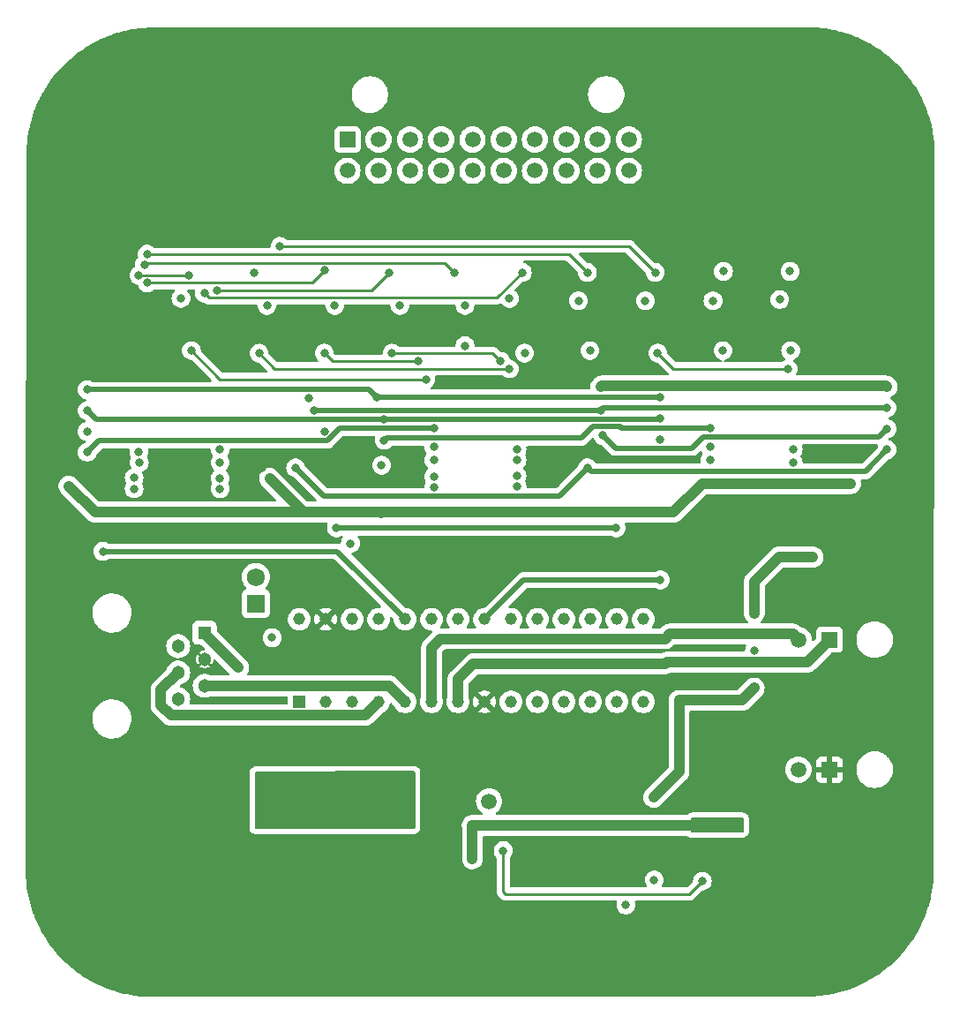
<source format=gbr>
%TF.GenerationSoftware,KiCad,Pcbnew,7.0.8*%
%TF.CreationDate,2023-10-31T17:39:43-05:00*%
%TF.ProjectId,Resistor Bank Control Board,52657369-7374-46f7-9220-42616e6b2043,rev?*%
%TF.SameCoordinates,Original*%
%TF.FileFunction,Copper,L3,Inr*%
%TF.FilePolarity,Positive*%
%FSLAX46Y46*%
G04 Gerber Fmt 4.6, Leading zero omitted, Abs format (unit mm)*
G04 Created by KiCad (PCBNEW 7.0.8) date 2023-10-31 17:39:43*
%MOMM*%
%LPD*%
G01*
G04 APERTURE LIST*
%TA.AperFunction,ComponentPad*%
%ADD10R,1.725000X1.725000*%
%TD*%
%TA.AperFunction,ComponentPad*%
%ADD11C,1.725000*%
%TD*%
%TA.AperFunction,ComponentPad*%
%ADD12C,9.000000*%
%TD*%
%TA.AperFunction,ComponentPad*%
%ADD13R,1.159000X1.159000*%
%TD*%
%TA.AperFunction,ComponentPad*%
%ADD14C,1.159000*%
%TD*%
%TA.AperFunction,ComponentPad*%
%ADD15R,1.520000X1.520000*%
%TD*%
%TA.AperFunction,ComponentPad*%
%ADD16C,1.520000*%
%TD*%
%TA.AperFunction,ComponentPad*%
%ADD17R,1.303000X1.303000*%
%TD*%
%TA.AperFunction,ComponentPad*%
%ADD18C,1.303000*%
%TD*%
%TA.AperFunction,ViaPad*%
%ADD19C,0.800000*%
%TD*%
%TA.AperFunction,ViaPad*%
%ADD20C,1.500000*%
%TD*%
%TA.AperFunction,Conductor*%
%ADD21C,1.000000*%
%TD*%
%TA.AperFunction,Conductor*%
%ADD22C,0.250000*%
%TD*%
%TA.AperFunction,Conductor*%
%ADD23C,0.500000*%
%TD*%
G04 APERTURE END LIST*
D10*
%TO.N,MCLR*%
%TO.C,JP1*%
X101930000Y-108760000D03*
D11*
%TO.N,Net-(JP1-B)*%
X101930000Y-106220000D03*
%TD*%
D12*
%TO.N,GND*%
%TO.C,H1*%
X89200000Y-62300000D03*
%TD*%
%TO.N,GND*%
%TO.C,H3*%
X157100000Y-137300000D03*
%TD*%
D13*
%TO.N,Net-(IC25-MCLR{slash}VPP{slash}RA5)*%
%TO.C,IC25*%
X106090000Y-118188000D03*
D14*
%TO.N,IN0*%
X108630000Y-118188000D03*
%TO.N,IN1*%
X111170000Y-118188000D03*
%TO.N,PGD*%
X113710000Y-118188000D03*
%TO.N,PGC*%
X116250000Y-118188000D03*
%TO.N,I2C_SDA*%
X118790000Y-118188000D03*
%TO.N,I2C_SCLK*%
X121330000Y-118188000D03*
%TO.N,GND*%
X123870000Y-118188000D03*
%TO.N,Net-(IC25-OSCI{slash}CLKI{slash}AN13{slash}CN30{slash}RA2)*%
X126410000Y-118188000D03*
%TO.N,Net-(IC25-OSCO{slash}CLKO{slash}AN14{slash}CN29{slash}RA3)*%
X128950000Y-118188000D03*
%TO.N,unconnected-(IC25-SOSCI{slash}AN15{slash}~{U2RTS}{slash}U2BCLK{slash}CN1{slash}RB4-Pad11)*%
X131490000Y-118188000D03*
%TO.N,IDLE*%
X134030000Y-118188000D03*
%TO.N,Net-(IC25-VDD)*%
X136570000Y-118188000D03*
%TO.N,unconnected-(IC25-PGED3{slash}AN17{slash}ASDA1{slash}SCK2{slash}IC4{slash}OC1E{slash}CLCINA{slash}CN27{slash}RB5-Pad14)*%
X139110000Y-118188000D03*
%TO.N,Net-(D4-K)*%
X139110000Y-110250000D03*
%TO.N,Net-(D3-K)*%
X136570000Y-110250000D03*
%TO.N,Net-(D2-K)*%
X134030000Y-110250000D03*
%TO.N,unconnected-(IC25-AN21{slash}SDA1{slash}T1CK{slash}U1RTS{slash}U1BCLK{slash}IC2{slash}OC4{slash}CLC1O{slash}CTED4{slash}CN21{slash}RB9-Pad18)*%
X131490000Y-110250000D03*
%TO.N,unconnected-(IC25-SDI2{slash}IC1{slash}OC5{slash}CLC2O{slash}CTED3{slash}CN9{slash}RA7-Pad19)*%
X128950000Y-110250000D03*
%TO.N,Net-(IC25-VCAP_OR_VDDCORE)*%
X126410000Y-110250000D03*
%TO.N,SPI_MISO*%
X123870000Y-110250000D03*
%TO.N,SPI_SCLK*%
X121330000Y-110250000D03*
%TO.N,unconnected-(IC25-DAC1OUT{slash}AN12{slash}HLVDIN{slash}~{SS2}{slash}IC3{slash}OC2B{slash}CTED2{slash}INT2{slash}CN14{slash}RB12-Pad23)*%
X118790000Y-110250000D03*
%TO.N,SPI_MOSI*%
X116250000Y-110250000D03*
%TO.N,unconnected-(IC25-DAC2OUT{slash}CVREF{slash}OA1IND{slash}OA2IND{slash}AN10{slash}C3INB{slash}RTCC{slash}C1OUT{slash}OCFA{slash}CTED5{slash}INT1{slash}CN12{slash}RB14-Pad25)*%
X113710000Y-110250000D03*
%TO.N,SPI_SS*%
X111170000Y-110250000D03*
%TO.N,GND*%
X108630000Y-110250000D03*
%TO.N,+5V*%
X106090000Y-110250000D03*
%TD*%
D15*
%TO.N,I2C_SCLK*%
%TO.C,J2*%
X156994600Y-112221750D03*
D16*
%TO.N,I2C_SDA*%
X153994600Y-112221750D03*
%TD*%
D15*
%TO.N,GND*%
%TO.C,J4*%
X156994600Y-124693500D03*
D16*
%TO.N,Net-(J4-Pin_2)*%
X153994600Y-124693500D03*
%TD*%
D15*
%TO.N,/Coil 1*%
%TO.C,J1*%
X110721750Y-64255400D03*
D16*
%TO.N,/Coil 2*%
X113721750Y-64255400D03*
%TO.N,/Coil 3*%
X116721750Y-64255400D03*
%TO.N,/Coil 4*%
X119721750Y-64255400D03*
%TO.N,/Coil 5*%
X122721750Y-64255400D03*
%TO.N,/Coil 6*%
X125721750Y-64255400D03*
%TO.N,/Coil 7*%
X128721750Y-64255400D03*
%TO.N,/Coil 8*%
X131721750Y-64255400D03*
%TO.N,/Coil 9*%
X134721750Y-64255400D03*
%TO.N,/Coil 10*%
X137721750Y-64255400D03*
%TO.N,/Coil 11*%
X110721750Y-67255400D03*
%TO.N,/Coil 12*%
X113721750Y-67255400D03*
%TO.N,/Coil 13*%
X116721750Y-67255400D03*
%TO.N,/Coil 14*%
X119721750Y-67255400D03*
%TO.N,/Coil 15*%
X122721750Y-67255400D03*
%TO.N,/Coil 16*%
X125721750Y-67255400D03*
%TO.N,/Coil 17*%
X128721750Y-67255400D03*
%TO.N,/Coil 18*%
X131721750Y-67255400D03*
%TO.N,/Coil 19*%
X134721750Y-67255400D03*
%TO.N,/Coil 20*%
X137721750Y-67255400D03*
%TD*%
D12*
%TO.N,GND*%
%TO.C,H4*%
X89200000Y-137300000D03*
%TD*%
D17*
%TO.N,MCLR*%
%TO.C,J3*%
X97020000Y-111570000D03*
D18*
%TO.N,+5V*%
X94480000Y-112840000D03*
%TO.N,GND*%
X97020000Y-114110000D03*
%TO.N,PGD*%
X94480000Y-115380000D03*
%TO.N,PGC*%
X97020000Y-116650000D03*
%TO.N,unconnected-(J3-Pad6)*%
X94480000Y-117920000D03*
%TD*%
D12*
%TO.N,GND*%
%TO.C,H2*%
X157100000Y-62300000D03*
%TD*%
D19*
%TO.N,+24V*%
X146843332Y-130020000D03*
X114000000Y-95500000D03*
X103250000Y-96750000D03*
X148030000Y-130020000D03*
X144750000Y-97250000D03*
X122720000Y-133240000D03*
X145656666Y-130020000D03*
X159000000Y-97250000D03*
X114000000Y-100049500D03*
X144470000Y-130020000D03*
X127750000Y-100000000D03*
X84000000Y-97500000D03*
%TO.N,GND*%
X130750000Y-97250000D03*
X155000000Y-94750000D03*
X102500000Y-95750000D03*
%TO.N,+5V*%
X152250000Y-87900000D03*
X140100000Y-127350000D03*
X152140000Y-104300000D03*
X149760000Y-109690000D03*
X110480000Y-127460000D03*
X149770000Y-113280000D03*
X162500000Y-88000000D03*
X155400000Y-104300000D03*
X109080000Y-127460000D03*
X103490000Y-112040000D03*
X135000000Y-88000000D03*
X106280000Y-127460000D03*
X107000000Y-89099500D03*
X107680000Y-127460000D03*
X137440000Y-137680000D03*
X149750000Y-116870000D03*
X140160000Y-135270000D03*
X111880000Y-127460000D03*
D20*
X124310000Y-127740000D03*
D19*
%TO.N,Gate 1*%
X90715407Y-77284593D03*
X90715407Y-94242138D03*
X95500000Y-77250000D03*
%TO.N,Gate 2*%
X101750000Y-77000000D03*
X98500000Y-93999500D03*
%TO.N,Gate 3*%
X91500000Y-78000000D03*
X90750000Y-95250000D03*
X108515000Y-76815000D03*
%TO.N,SPI_MOSI*%
X87250000Y-103750000D03*
X85750000Y-92250000D03*
%TO.N,SPI_CHAIN*%
X85750000Y-94250000D03*
X119000000Y-91900500D03*
%TO.N,Gate 4*%
X98250000Y-78724500D03*
X98500000Y-95250000D03*
X114750000Y-77000000D03*
%TO.N,Gate 5*%
X90250000Y-96699500D03*
X121000000Y-77000000D03*
X91250000Y-76250000D03*
%TO.N,Gate 6*%
X97000000Y-79000000D03*
X127500000Y-77000000D03*
X98500000Y-96750000D03*
%TO.N,Gate 7*%
X133750000Y-77000000D03*
X91500000Y-75250000D03*
X90250000Y-97750000D03*
%TO.N,Gate 8*%
X104250000Y-74500000D03*
X98500000Y-97750000D03*
X140250000Y-77000000D03*
%TO.N,SPI_SS*%
X140750000Y-89000000D03*
X111000000Y-103000000D03*
X85750000Y-88250000D03*
X113500000Y-89000000D03*
%TO.N,SPI_SCLK*%
X85750000Y-90250000D03*
X114250000Y-91099500D03*
X140750000Y-91000000D03*
%TO.N,Gate 9*%
X119000000Y-93750000D03*
X146800000Y-76900000D03*
%TO.N,Gate 10*%
X153200000Y-76900000D03*
X127000000Y-94000000D03*
%TO.N,Gate 11*%
X95750000Y-84500000D03*
X119000000Y-95000000D03*
X118250000Y-87250000D03*
%TO.N,Gate 16*%
X127724500Y-84750000D03*
X127000000Y-97499503D03*
%TO.N,Gate 12*%
X126250000Y-86250000D03*
X102250000Y-84750000D03*
X127000000Y-95000000D03*
%TO.N,SPI_MISO*%
X140750000Y-93000000D03*
X140750000Y-106500000D03*
%TO.N,Gate 17*%
X134000000Y-84500000D03*
X145500000Y-93750000D03*
%TO.N,Gate 13*%
X119000000Y-96599500D03*
X108500000Y-84750000D03*
X117500000Y-85525500D03*
%TO.N,Gate 18*%
X153000000Y-86250000D03*
X140500000Y-84750000D03*
X153500000Y-94000000D03*
%TO.N,Gate 14*%
X127000000Y-96500000D03*
X115000000Y-84750000D03*
X125418363Y-85525500D03*
%TO.N,Gate 19*%
X145500000Y-95000000D03*
X146750000Y-84500000D03*
%TO.N,Gate 15*%
X119000000Y-97599003D03*
X122000000Y-84025500D03*
%TO.N,Gate 20*%
X153250000Y-84500000D03*
X153500000Y-95250000D03*
%TO.N,Net-(IC23-EN)*%
X125660000Y-132460000D03*
X144780000Y-135390000D03*
%TO.N,/Coil 11*%
X94750000Y-79500000D03*
%TO.N,/Coil 12*%
X103000000Y-80174000D03*
%TO.N,/Coil 13*%
X109500000Y-80174000D03*
%TO.N,/Coil 14*%
X115750000Y-80174000D03*
%TO.N,/Coil 15*%
X122000000Y-80174000D03*
%TO.N,/Coil 16*%
X126275500Y-79500000D03*
%TO.N,/Coil 17*%
X132900000Y-79724500D03*
%TO.N,/Coil 18*%
X139300000Y-79724500D03*
%TO.N,/Coil 19*%
X145800000Y-79724500D03*
%TO.N,/Coil 20*%
X152200000Y-79600000D03*
%TO.N,MCLR*%
X100280000Y-114910000D03*
%TO.N,IN0*%
X162500000Y-90000000D03*
X135000000Y-90250000D03*
X107500000Y-90250000D03*
%TO.N,IN1*%
X136500000Y-101500000D03*
X108500000Y-92250000D03*
X162500000Y-92000000D03*
X135250000Y-92649500D03*
X109659500Y-101500000D03*
%TO.N,IDLE*%
X162500000Y-94000000D03*
X133750000Y-95750000D03*
X105750000Y-95750000D03*
%TO.N,SPI_CHAIN2*%
X114250000Y-93099500D03*
X145500000Y-91900500D03*
%TD*%
D21*
%TO.N,+24V*%
X113950500Y-100000000D02*
X114000000Y-100049500D01*
X144750000Y-97250000D02*
X159000000Y-97250000D01*
X106500000Y-100000000D02*
X86500000Y-100000000D01*
X113500000Y-100000000D02*
X113950500Y-100000000D01*
X106500000Y-100000000D02*
X103250000Y-96750000D01*
X113500000Y-100000000D02*
X106500000Y-100000000D01*
X127750000Y-100000000D02*
X113500000Y-100000000D01*
X144470000Y-130020000D02*
X122700000Y-130020000D01*
X122720000Y-133240000D02*
X122720000Y-130040000D01*
X86500000Y-100000000D02*
X84000000Y-97500000D01*
X122720000Y-130040000D02*
X122700000Y-130020000D01*
X142000000Y-100000000D02*
X127750000Y-100000000D01*
X144750000Y-97250000D02*
X142000000Y-100000000D01*
%TO.N,+5V*%
X162400000Y-87900000D02*
X162500000Y-88000000D01*
X142540000Y-118050000D02*
X144000000Y-118050000D01*
X142540000Y-124910000D02*
X142540000Y-118050000D01*
X152250000Y-87900000D02*
X162400000Y-87900000D01*
X152140000Y-104300000D02*
X155400000Y-104300000D01*
X144000000Y-118050000D02*
X148570000Y-118050000D01*
X148570000Y-118050000D02*
X149750000Y-116870000D01*
X135000000Y-88000000D02*
X135100000Y-87900000D01*
X149760000Y-109690000D02*
X149760000Y-106680000D01*
X135100000Y-87900000D02*
X152250000Y-87900000D01*
X149760000Y-106680000D02*
X152140000Y-104300000D01*
X140100000Y-127350000D02*
X142540000Y-124910000D01*
D22*
%TO.N,Gate 1*%
X95500000Y-77250000D02*
X90750000Y-77250000D01*
X90750000Y-77250000D02*
X90715407Y-77284593D01*
%TO.N,Gate 3*%
X91500000Y-78000000D02*
X107330000Y-78000000D01*
X107330000Y-78000000D02*
X108515000Y-76815000D01*
D23*
%TO.N,SPI_MOSI*%
X109750000Y-103750000D02*
X116250000Y-110250000D01*
X87250000Y-103750000D02*
X109750000Y-103750000D01*
%TO.N,SPI_CHAIN*%
X85750000Y-94250000D02*
X86850500Y-93149500D01*
X110002582Y-91949500D02*
X118951000Y-91949500D01*
X108802582Y-93149500D02*
X110002582Y-91949500D01*
X118900500Y-92000000D02*
X119000000Y-91900500D01*
X86850500Y-93149500D02*
X108802582Y-93149500D01*
X118951000Y-91949500D02*
X119000000Y-91900500D01*
D22*
%TO.N,Gate 4*%
X98250000Y-78724500D02*
X113025500Y-78724500D01*
X113025500Y-78724500D02*
X114750000Y-77000000D01*
%TO.N,Gate 5*%
X91250000Y-76250000D02*
X91410000Y-76090000D01*
X120090000Y-76090000D02*
X121000000Y-77000000D01*
X91410000Y-76090000D02*
X120090000Y-76090000D01*
%TO.N,Gate 6*%
X125050500Y-79449500D02*
X97449500Y-79449500D01*
X127500000Y-77000000D02*
X125050500Y-79449500D01*
X97449500Y-79449500D02*
X97000000Y-79000000D01*
%TO.N,Gate 7*%
X132000000Y-75250000D02*
X133750000Y-77000000D01*
X91500000Y-75250000D02*
X132000000Y-75250000D01*
%TO.N,Gate 8*%
X104250000Y-74500000D02*
X137750000Y-74500000D01*
X137750000Y-74500000D02*
X140250000Y-77000000D01*
D23*
%TO.N,SPI_SS*%
X140750000Y-89000000D02*
X113500000Y-89000000D01*
X85750000Y-88250000D02*
X112750000Y-88250000D01*
X112750000Y-88250000D02*
X113500000Y-89000000D01*
%TO.N,SPI_SCLK*%
X114299000Y-91050500D02*
X114250000Y-91099500D01*
X140750000Y-91000000D02*
X140650000Y-91100000D01*
X85750000Y-90250000D02*
X86600000Y-91100000D01*
X119401582Y-91100000D02*
X119352082Y-91050500D01*
X119352082Y-91050500D02*
X114299000Y-91050500D01*
X86600000Y-91100000D02*
X114249500Y-91100000D01*
X114249500Y-91100000D02*
X114250000Y-91099500D01*
X140650000Y-91100000D02*
X119401582Y-91100000D01*
D22*
%TO.N,Gate 11*%
X98500000Y-87250000D02*
X95750000Y-84500000D01*
X118250000Y-87250000D02*
X98500000Y-87250000D01*
%TO.N,Gate 12*%
X103750000Y-86250000D02*
X102250000Y-84750000D01*
X126250000Y-86250000D02*
X103750000Y-86250000D01*
D23*
%TO.N,SPI_MISO*%
X127620000Y-106500000D02*
X123870000Y-110250000D01*
X140750000Y-106500000D02*
X127620000Y-106500000D01*
D22*
%TO.N,Gate 13*%
X117500000Y-85525500D02*
X109275500Y-85525500D01*
X109275500Y-85525500D02*
X108500000Y-84750000D01*
%TO.N,Gate 18*%
X142000000Y-86250000D02*
X140500000Y-84750000D01*
X153000000Y-86250000D02*
X142000000Y-86250000D01*
%TO.N,Gate 14*%
X124642863Y-84750000D02*
X115000000Y-84750000D01*
X125418363Y-85525500D02*
X124642863Y-84750000D01*
%TO.N,Net-(IC23-EN)*%
X125900000Y-136630000D02*
X143540000Y-136630000D01*
X125660000Y-132460000D02*
X125660000Y-136390000D01*
X125660000Y-136390000D02*
X125900000Y-136630000D01*
X143540000Y-136630000D02*
X144780000Y-135390000D01*
D21*
%TO.N,PGD*%
X112430500Y-119467500D02*
X113710000Y-118188000D01*
X92825000Y-118525000D02*
X93767500Y-119467500D01*
X93767500Y-119467500D02*
X112430500Y-119467500D01*
X94480000Y-115380000D02*
X92825000Y-117035000D01*
X92825000Y-117035000D02*
X92825000Y-118525000D01*
%TO.N,PGC*%
X114712000Y-116650000D02*
X116250000Y-118188000D01*
X97020000Y-116650000D02*
X114712000Y-116650000D01*
%TO.N,I2C_SDA*%
X141190000Y-112140000D02*
X119660000Y-112140000D01*
X118790000Y-113010000D02*
X119570000Y-112230000D01*
X153994600Y-112221750D02*
X153460578Y-111687728D01*
X141642272Y-111687728D02*
X141190000Y-112140000D01*
X118790000Y-118188000D02*
X118790000Y-113010000D01*
X153460578Y-111687728D02*
X141642272Y-111687728D01*
%TO.N,I2C_SCLK*%
X121330000Y-118188000D02*
X121330000Y-116000000D01*
X154836350Y-114380000D02*
X141400000Y-114380000D01*
X121330000Y-116000000D02*
X122750000Y-114580000D01*
X141400000Y-114380000D02*
X141260000Y-114520000D01*
X156994600Y-112221750D02*
X154836350Y-114380000D01*
X141260000Y-114520000D02*
X122810000Y-114520000D01*
%TO.N,MCLR*%
X97020000Y-111570000D02*
X97020000Y-111650000D01*
X97020000Y-111650000D02*
X100280000Y-114910000D01*
D23*
%TO.N,IN0*%
X135000000Y-90250000D02*
X135250000Y-90000000D01*
X107600500Y-90350500D02*
X107500000Y-90250000D01*
X135250000Y-90000000D02*
X162500000Y-90000000D01*
X107500000Y-90250000D02*
X135000000Y-90250000D01*
%TO.N,IN1*%
X136450500Y-93850000D02*
X143750500Y-93850000D01*
X143750500Y-93850000D02*
X144850000Y-92750500D01*
X135250000Y-92649500D02*
X136450500Y-93850000D01*
X109659500Y-101500000D02*
X136500000Y-101500000D01*
X161749500Y-92750500D02*
X162500000Y-92000000D01*
X144850000Y-92750500D02*
X161749500Y-92750500D01*
%TO.N,IDLE*%
X133750000Y-95750000D02*
X134100000Y-96100000D01*
X133750000Y-95750000D02*
X131050997Y-98449003D01*
X160400000Y-96100000D02*
X162500000Y-94000000D01*
X134100000Y-96100000D02*
X160400000Y-96100000D01*
X131050997Y-98449003D02*
X108449003Y-98449003D01*
X108449003Y-98449003D02*
X105750000Y-95750000D01*
%TO.N,SPI_CHAIN2*%
X134247918Y-91800000D02*
X136899500Y-91800000D01*
X133147918Y-92900000D02*
X134247918Y-91800000D01*
X114449500Y-92900000D02*
X133147918Y-92900000D01*
X136899500Y-91800000D02*
X137000000Y-91900500D01*
X114250000Y-93099500D02*
X114449500Y-92900000D01*
X137000000Y-91900500D02*
X145500000Y-91900500D01*
%TD*%
%TA.AperFunction,Conductor*%
%TO.N,GND*%
G36*
X134329500Y-92882298D02*
G01*
X134385434Y-92924169D01*
X134404098Y-92960162D01*
X134422818Y-93017777D01*
X134422821Y-93017784D01*
X134517467Y-93181716D01*
X134552520Y-93220646D01*
X134644129Y-93322388D01*
X134797265Y-93433648D01*
X134797270Y-93433651D01*
X134970191Y-93510642D01*
X134970194Y-93510642D01*
X134970197Y-93510644D01*
X135004221Y-93517875D01*
X135035329Y-93524488D01*
X135096811Y-93557680D01*
X135097230Y-93558097D01*
X135874767Y-94335634D01*
X135886548Y-94349266D01*
X135900890Y-94368530D01*
X135940920Y-94402119D01*
X135944892Y-94405759D01*
X135950723Y-94411590D01*
X135950722Y-94411590D01*
X135966694Y-94424218D01*
X135976444Y-94431927D01*
X136035286Y-94481302D01*
X136035294Y-94481306D01*
X136041324Y-94485273D01*
X136041290Y-94485323D01*
X136047637Y-94489366D01*
X136047669Y-94489316D01*
X136053818Y-94493108D01*
X136053820Y-94493109D01*
X136053823Y-94493111D01*
X136123430Y-94525569D01*
X136192067Y-94560040D01*
X136192076Y-94560042D01*
X136198855Y-94562510D01*
X136198834Y-94562567D01*
X136205951Y-94565040D01*
X136205970Y-94564984D01*
X136212830Y-94567257D01*
X136288032Y-94582784D01*
X136362779Y-94600500D01*
X136362788Y-94600500D01*
X136369952Y-94601338D01*
X136369945Y-94601397D01*
X136377446Y-94602163D01*
X136377452Y-94602104D01*
X136384640Y-94602733D01*
X136384643Y-94602732D01*
X136384644Y-94602733D01*
X136461398Y-94600500D01*
X143686795Y-94600500D01*
X143704765Y-94601809D01*
X143728523Y-94605289D01*
X143780568Y-94600735D01*
X143785970Y-94600500D01*
X143794204Y-94600500D01*
X143794209Y-94600500D01*
X143805827Y-94599141D01*
X143826776Y-94596693D01*
X143839528Y-94595577D01*
X143903297Y-94589999D01*
X143903305Y-94589996D01*
X143910366Y-94588539D01*
X143910378Y-94588598D01*
X143917743Y-94586965D01*
X143917729Y-94586906D01*
X143924746Y-94585241D01*
X143924755Y-94585241D01*
X143996923Y-94558974D01*
X144069834Y-94534814D01*
X144069843Y-94534807D01*
X144076382Y-94531760D01*
X144076408Y-94531816D01*
X144083190Y-94528532D01*
X144083163Y-94528478D01*
X144089606Y-94525240D01*
X144089617Y-94525237D01*
X144153783Y-94483034D01*
X144219156Y-94442712D01*
X144219162Y-94442705D01*
X144224825Y-94438229D01*
X144224863Y-94438277D01*
X144230700Y-94433522D01*
X144230661Y-94433475D01*
X144236196Y-94428830D01*
X144288885Y-94372983D01*
X144379653Y-94282214D01*
X144511251Y-94150615D01*
X144572570Y-94117133D01*
X144642262Y-94122117D01*
X144698196Y-94163988D01*
X144706315Y-94176297D01*
X144767467Y-94282216D01*
X144773096Y-94288467D01*
X144776304Y-94292031D01*
X144806531Y-94355023D01*
X144797904Y-94424358D01*
X144776304Y-94457969D01*
X144767466Y-94467785D01*
X144672821Y-94631715D01*
X144672818Y-94631722D01*
X144614327Y-94811740D01*
X144614326Y-94811744D01*
X144594540Y-95000000D01*
X144608384Y-95131722D01*
X144614327Y-95188261D01*
X144615678Y-95194617D01*
X144614198Y-95194931D01*
X144615972Y-95257024D01*
X144579891Y-95316856D01*
X144517190Y-95347684D01*
X144496046Y-95349500D01*
X134630171Y-95349500D01*
X134563132Y-95329815D01*
X134522784Y-95287500D01*
X134494471Y-95238462D01*
X134482533Y-95217784D01*
X134455948Y-95188259D01*
X134355870Y-95077111D01*
X134202734Y-94965851D01*
X134202729Y-94965848D01*
X134029807Y-94888857D01*
X134029802Y-94888855D01*
X133884001Y-94857865D01*
X133844646Y-94849500D01*
X133655354Y-94849500D01*
X133622897Y-94856398D01*
X133470197Y-94888855D01*
X133470192Y-94888857D01*
X133297270Y-94965848D01*
X133297265Y-94965851D01*
X133144129Y-95077111D01*
X133017466Y-95217785D01*
X132922821Y-95381715D01*
X132922819Y-95381719D01*
X132867478Y-95552041D01*
X132837228Y-95601403D01*
X130776448Y-97662184D01*
X130715125Y-97695669D01*
X130688767Y-97698503D01*
X128022260Y-97698503D01*
X127955221Y-97678818D01*
X127909466Y-97626014D01*
X127898939Y-97561543D01*
X127905460Y-97499503D01*
X127885674Y-97311247D01*
X127827179Y-97131219D01*
X127787070Y-97061748D01*
X127770598Y-96993851D01*
X127787069Y-96937755D01*
X127827179Y-96868284D01*
X127885674Y-96688256D01*
X127905460Y-96500000D01*
X127885674Y-96311744D01*
X127827179Y-96131716D01*
X127732533Y-95967784D01*
X127611146Y-95832971D01*
X127580917Y-95769981D01*
X127589542Y-95700646D01*
X127611147Y-95667028D01*
X127732533Y-95532216D01*
X127827179Y-95368284D01*
X127885674Y-95188256D01*
X127905460Y-95000000D01*
X127885674Y-94811744D01*
X127827179Y-94631716D01*
X127823301Y-94625000D01*
X127809640Y-94601338D01*
X127786927Y-94561999D01*
X127770454Y-94494101D01*
X127786927Y-94438001D01*
X127827179Y-94368284D01*
X127885674Y-94188256D01*
X127905460Y-94000000D01*
X127885674Y-93811744D01*
X127885671Y-93811737D01*
X127884322Y-93805383D01*
X127885801Y-93805068D01*
X127884028Y-93742976D01*
X127920109Y-93683144D01*
X127982810Y-93652316D01*
X128003954Y-93650500D01*
X133084213Y-93650500D01*
X133102183Y-93651809D01*
X133125941Y-93655289D01*
X133177986Y-93650735D01*
X133183388Y-93650500D01*
X133191622Y-93650500D01*
X133191627Y-93650500D01*
X133203245Y-93649141D01*
X133224194Y-93646693D01*
X133236946Y-93645577D01*
X133300715Y-93639999D01*
X133300723Y-93639996D01*
X133307784Y-93638539D01*
X133307796Y-93638598D01*
X133315161Y-93636965D01*
X133315147Y-93636906D01*
X133322164Y-93635241D01*
X133322173Y-93635241D01*
X133394341Y-93608974D01*
X133467252Y-93584814D01*
X133467261Y-93584807D01*
X133473800Y-93581760D01*
X133473826Y-93581816D01*
X133480608Y-93578532D01*
X133480581Y-93578478D01*
X133487024Y-93575240D01*
X133487035Y-93575237D01*
X133551201Y-93533034D01*
X133616574Y-93492712D01*
X133616580Y-93492705D01*
X133622243Y-93488229D01*
X133622281Y-93488277D01*
X133628118Y-93483522D01*
X133628079Y-93483475D01*
X133633614Y-93478830D01*
X133686303Y-93422983D01*
X134198486Y-92910799D01*
X134259809Y-92877314D01*
X134329500Y-92882298D01*
G37*
%TD.AperFunction*%
%TA.AperFunction,Conductor*%
G36*
X161611660Y-93520685D02*
G01*
X161657415Y-93573489D01*
X161667359Y-93642647D01*
X161662552Y-93663318D01*
X161617478Y-93802040D01*
X161587228Y-93851403D01*
X160125451Y-95313181D01*
X160064128Y-95346666D01*
X160037770Y-95349500D01*
X154527568Y-95349500D01*
X154460529Y-95329815D01*
X154414774Y-95277011D01*
X154404247Y-95238462D01*
X154399639Y-95194617D01*
X154385674Y-95061744D01*
X154327179Y-94881716D01*
X154232533Y-94717784D01*
X154223698Y-94707972D01*
X154193469Y-94644981D01*
X154202093Y-94575646D01*
X154223699Y-94542027D01*
X154232533Y-94532216D01*
X154327179Y-94368284D01*
X154385674Y-94188256D01*
X154405460Y-94000000D01*
X154385674Y-93811744D01*
X154337446Y-93663317D01*
X154335452Y-93593477D01*
X154371532Y-93533644D01*
X154434233Y-93502816D01*
X154455378Y-93501000D01*
X161544621Y-93501000D01*
X161611660Y-93520685D01*
G37*
%TD.AperFunction*%
%TA.AperFunction,Conductor*%
G36*
X155357334Y-53494869D02*
G01*
X155445122Y-53497424D01*
X155498270Y-53498971D01*
X155636315Y-53507010D01*
X155963867Y-53534639D01*
X156206236Y-53555844D01*
X156251252Y-53561105D01*
X156321718Y-53569341D01*
X156638984Y-53614132D01*
X156719124Y-53625871D01*
X156909675Y-53653783D01*
X157000749Y-53669841D01*
X157318459Y-53733038D01*
X157606215Y-53792455D01*
X157620059Y-53795735D01*
X157670798Y-53807761D01*
X157993452Y-53890990D01*
X158136451Y-53929307D01*
X158293541Y-53971399D01*
X158329095Y-53982043D01*
X158659721Y-54087424D01*
X158969259Y-54189994D01*
X158971473Y-54190798D01*
X158972463Y-54191158D01*
X159314600Y-54321759D01*
X159620349Y-54443226D01*
X159658696Y-54460385D01*
X159955541Y-54593215D01*
X160254751Y-54732739D01*
X160459255Y-54838389D01*
X160580198Y-54900870D01*
X160871552Y-55057965D01*
X161186572Y-55243790D01*
X161348151Y-55343455D01*
X161468806Y-55417877D01*
X161772432Y-55620753D01*
X162044501Y-55811258D01*
X162336008Y-56030640D01*
X162596773Y-56236827D01*
X162875348Y-56472062D01*
X163123798Y-56693163D01*
X163293120Y-56853244D01*
X163388698Y-56943605D01*
X163623897Y-57178804D01*
X163874352Y-57443719D01*
X164095424Y-57692136D01*
X164330681Y-57970736D01*
X164511641Y-58199596D01*
X164536871Y-58231505D01*
X164756246Y-58523004D01*
X164946745Y-58795065D01*
X165149627Y-59098700D01*
X165323745Y-59380989D01*
X165509519Y-59695922D01*
X165666640Y-59987321D01*
X165834749Y-60312728D01*
X165974329Y-60612058D01*
X166124269Y-60947142D01*
X166245770Y-61252976D01*
X166376302Y-61594935D01*
X166377512Y-61598259D01*
X166390580Y-61637695D01*
X166480094Y-61907835D01*
X166585427Y-62238313D01*
X166596112Y-62274005D01*
X166676563Y-62574253D01*
X166759706Y-62896572D01*
X166768369Y-62933122D01*
X166775046Y-62961295D01*
X166834489Y-63249181D01*
X166897652Y-63566726D01*
X166913717Y-63657830D01*
X166953391Y-63928687D01*
X166998156Y-64245769D01*
X167011654Y-64361257D01*
X167032894Y-64604035D01*
X167060486Y-64931164D01*
X167068528Y-65069228D01*
X167072598Y-65209032D01*
X167086173Y-65692875D01*
X166999565Y-134198229D01*
X166999500Y-134198449D01*
X166999500Y-134250000D01*
X166986018Y-134730499D01*
X166981949Y-134870370D01*
X166973545Y-135014645D01*
X166946229Y-135338487D01*
X166925247Y-135578319D01*
X166910988Y-135700310D01*
X166866747Y-136013683D01*
X166827476Y-136281789D01*
X166810223Y-136379633D01*
X166747832Y-136693297D01*
X166688974Y-136978348D01*
X166671970Y-137050090D01*
X166589904Y-137368233D01*
X166510203Y-137665683D01*
X166497295Y-137708799D01*
X166393440Y-138034639D01*
X166291762Y-138341488D01*
X166287685Y-138352692D01*
X166159116Y-138689504D01*
X166037601Y-138995377D01*
X165887670Y-139330439D01*
X165748088Y-139629777D01*
X165579989Y-139955164D01*
X165422839Y-140246616D01*
X165237081Y-140561523D01*
X165062954Y-140843824D01*
X164860096Y-141147424D01*
X164669564Y-141419532D01*
X164450233Y-141710973D01*
X164243999Y-141971799D01*
X164008784Y-142250350D01*
X163787658Y-142498828D01*
X163537256Y-142763687D01*
X163302009Y-142998935D01*
X163037149Y-143249338D01*
X162788685Y-143470453D01*
X162510080Y-143705715D01*
X162249345Y-143911878D01*
X161957838Y-144131261D01*
X161685757Y-144321773D01*
X161382162Y-144524630D01*
X161099807Y-144698790D01*
X160784941Y-144884525D01*
X160493484Y-145041678D01*
X160168104Y-145209774D01*
X159868775Y-145349354D01*
X159533698Y-145499292D01*
X159227821Y-145620809D01*
X158891052Y-145749362D01*
X158879821Y-145753450D01*
X158572950Y-145855137D01*
X158247102Y-145958995D01*
X158204042Y-145971886D01*
X157906521Y-146051607D01*
X157588405Y-146133666D01*
X157529652Y-146147591D01*
X157516673Y-146150668D01*
X157421818Y-146170254D01*
X157231629Y-146209525D01*
X156917981Y-146271914D01*
X156859078Y-146282300D01*
X156820086Y-146289176D01*
X156770100Y-146296498D01*
X156552102Y-146328430D01*
X156238630Y-146372686D01*
X156180695Y-146379457D01*
X156116648Y-146386944D01*
X156004786Y-146396730D01*
X155876814Y-146407927D01*
X155552961Y-146435244D01*
X155436732Y-146442014D01*
X155408820Y-146443640D01*
X155402709Y-146443817D01*
X155260503Y-146447950D01*
X154840253Y-146459742D01*
X154789261Y-146461173D01*
X92038323Y-146499499D01*
X91556844Y-146485990D01*
X91417131Y-146481925D01*
X91274646Y-146473625D01*
X90949428Y-146446194D01*
X90801123Y-146433219D01*
X90709192Y-146425176D01*
X90693588Y-146423352D01*
X90589060Y-146411134D01*
X90274418Y-146366714D01*
X90005755Y-146327361D01*
X89909750Y-146310432D01*
X89594984Y-146247822D01*
X89309175Y-146188807D01*
X89239440Y-146172279D01*
X88920039Y-146089889D01*
X88777169Y-146051607D01*
X88621827Y-146009983D01*
X88612329Y-146007139D01*
X88580859Y-145997717D01*
X88253680Y-145893436D01*
X87946055Y-145791501D01*
X87937105Y-145788244D01*
X87598817Y-145659112D01*
X87292964Y-145537605D01*
X86957857Y-145387654D01*
X86658548Y-145248083D01*
X86333158Y-145079983D01*
X86041747Y-144922856D01*
X85726791Y-144737068D01*
X85444513Y-144562956D01*
X85140885Y-144360079D01*
X84868821Y-144169577D01*
X84577313Y-143950195D01*
X84316556Y-143744014D01*
X84037954Y-143508755D01*
X83789533Y-143287681D01*
X83748976Y-143249338D01*
X83524623Y-143037230D01*
X83289420Y-142802027D01*
X83038990Y-142537139D01*
X82817899Y-142288702D01*
X82582623Y-142010080D01*
X82376460Y-141749343D01*
X82157064Y-141457817D01*
X81966592Y-141185795D01*
X81763679Y-140882115D01*
X81589595Y-140599881D01*
X81403789Y-140284894D01*
X81246685Y-139993527D01*
X81078562Y-139668094D01*
X80939016Y-139368840D01*
X80789040Y-139033675D01*
X80667562Y-138727898D01*
X80652906Y-138689504D01*
X80538413Y-138389562D01*
X80535142Y-138380576D01*
X80433231Y-138073024D01*
X80328912Y-137745724D01*
X80316665Y-137704820D01*
X80236799Y-137406756D01*
X80154355Y-137087149D01*
X80141255Y-137031876D01*
X80137836Y-137017448D01*
X80137080Y-137013789D01*
X80078852Y-136731788D01*
X80078779Y-136731423D01*
X80016206Y-136416845D01*
X80013203Y-136399814D01*
X79999289Y-136320902D01*
X79959942Y-136052284D01*
X79915509Y-135737553D01*
X79901476Y-135617483D01*
X79880469Y-135377385D01*
X79853021Y-135051980D01*
X79852873Y-135049422D01*
X79844725Y-134909526D01*
X79840633Y-134768878D01*
X79839556Y-134730499D01*
X79827152Y-134288398D01*
X79832264Y-130244857D01*
X101324727Y-130244857D01*
X101336181Y-130352783D01*
X101347387Y-130404517D01*
X101347390Y-130404528D01*
X101381613Y-130507504D01*
X101459397Y-130628537D01*
X101459405Y-130628548D01*
X101505149Y-130681340D01*
X101505152Y-130681343D01*
X101505156Y-130681347D01*
X101613890Y-130775567D01*
X101613893Y-130775568D01*
X101613894Y-130775569D01*
X101708151Y-130818616D01*
X101744767Y-130835338D01*
X101789583Y-130848497D01*
X101811801Y-130855022D01*
X101811806Y-130855023D01*
X101811810Y-130855024D01*
X101954226Y-130875500D01*
X101954229Y-130875500D01*
X117095990Y-130875500D01*
X117096000Y-130875500D01*
X117203456Y-130863947D01*
X117254967Y-130852741D01*
X117289197Y-130841347D01*
X117357497Y-130818616D01*
X117357501Y-130818613D01*
X117357504Y-130818613D01*
X117478543Y-130740825D01*
X117531347Y-130695070D01*
X117625567Y-130586336D01*
X117685338Y-130455459D01*
X117705023Y-130388420D01*
X117705024Y-130388416D01*
X117725500Y-130246000D01*
X117725500Y-130070935D01*
X121695631Y-130070935D01*
X121695632Y-130070949D01*
X121695899Y-130072693D01*
X121697288Y-130094579D01*
X121697243Y-130096358D01*
X121697243Y-130096365D01*
X121712959Y-130184050D01*
X121718070Y-130217409D01*
X121719500Y-130236187D01*
X121719500Y-133290743D01*
X121734925Y-133442439D01*
X121795837Y-133636579D01*
X121795844Y-133636594D01*
X121894589Y-133814499D01*
X121894592Y-133814504D01*
X122027132Y-133968893D01*
X122027134Y-133968895D01*
X122188037Y-134093445D01*
X122188038Y-134093445D01*
X122188042Y-134093448D01*
X122370729Y-134183060D01*
X122567715Y-134234063D01*
X122770936Y-134244369D01*
X122972071Y-134213556D01*
X123162887Y-134142886D01*
X123335571Y-134035252D01*
X123483053Y-133895059D01*
X123599295Y-133728049D01*
X123679540Y-133541058D01*
X123720500Y-133341741D01*
X123720500Y-132460000D01*
X124754540Y-132460000D01*
X124774326Y-132648256D01*
X124774327Y-132648259D01*
X124832818Y-132828277D01*
X124832821Y-132828284D01*
X124927467Y-132992216D01*
X124970772Y-133040310D01*
X125002650Y-133075715D01*
X125032880Y-133138706D01*
X125034500Y-133158687D01*
X125034500Y-136307255D01*
X125032775Y-136322872D01*
X125033061Y-136322899D01*
X125032326Y-136330665D01*
X125034500Y-136399814D01*
X125034500Y-136429343D01*
X125034501Y-136429360D01*
X125035368Y-136436231D01*
X125035826Y-136442050D01*
X125037290Y-136488624D01*
X125037291Y-136488627D01*
X125042880Y-136507867D01*
X125046824Y-136526911D01*
X125049336Y-136546791D01*
X125066490Y-136590119D01*
X125068382Y-136595647D01*
X125081381Y-136640388D01*
X125091580Y-136657634D01*
X125100138Y-136675103D01*
X125107514Y-136693732D01*
X125134898Y-136731423D01*
X125138106Y-136736307D01*
X125161827Y-136776416D01*
X125161833Y-136776424D01*
X125175990Y-136790580D01*
X125188628Y-136805376D01*
X125200405Y-136821586D01*
X125200406Y-136821587D01*
X125236308Y-136851287D01*
X125240619Y-136855209D01*
X125399202Y-137013793D01*
X125409022Y-137026050D01*
X125409243Y-137025868D01*
X125414213Y-137031876D01*
X125464637Y-137079228D01*
X125485523Y-137100115D01*
X125485527Y-137100118D01*
X125485529Y-137100120D01*
X125491011Y-137104373D01*
X125495443Y-137108157D01*
X125529418Y-137140062D01*
X125546976Y-137149714D01*
X125563235Y-137160395D01*
X125579064Y-137172673D01*
X125621838Y-137191182D01*
X125627056Y-137193738D01*
X125667908Y-137216197D01*
X125687316Y-137221180D01*
X125705717Y-137227480D01*
X125724104Y-137235437D01*
X125767488Y-137242308D01*
X125770119Y-137242725D01*
X125775839Y-137243909D01*
X125820981Y-137255500D01*
X125841016Y-137255500D01*
X125860414Y-137257026D01*
X125880194Y-137260159D01*
X125880195Y-137260160D01*
X125880195Y-137260159D01*
X125880196Y-137260160D01*
X125926584Y-137255775D01*
X125932422Y-137255500D01*
X136460415Y-137255500D01*
X136527454Y-137275185D01*
X136573209Y-137327989D01*
X136583153Y-137397147D01*
X136578346Y-137417818D01*
X136554326Y-137491744D01*
X136534540Y-137680000D01*
X136554326Y-137868256D01*
X136554327Y-137868259D01*
X136612818Y-138048277D01*
X136612821Y-138048284D01*
X136707467Y-138212216D01*
X136771290Y-138283098D01*
X136834129Y-138352888D01*
X136987265Y-138464148D01*
X136987270Y-138464151D01*
X137160192Y-138541142D01*
X137160197Y-138541144D01*
X137345354Y-138580500D01*
X137345355Y-138580500D01*
X137534644Y-138580500D01*
X137534646Y-138580500D01*
X137719803Y-138541144D01*
X137892730Y-138464151D01*
X138045871Y-138352888D01*
X138172533Y-138212216D01*
X138267179Y-138048284D01*
X138325674Y-137868256D01*
X138345460Y-137680000D01*
X138325674Y-137491744D01*
X138301654Y-137417818D01*
X138299659Y-137347977D01*
X138335739Y-137288144D01*
X138398440Y-137257316D01*
X138419585Y-137255500D01*
X143457257Y-137255500D01*
X143472877Y-137257224D01*
X143472904Y-137256939D01*
X143480660Y-137257671D01*
X143480667Y-137257673D01*
X143549814Y-137255500D01*
X143579350Y-137255500D01*
X143586228Y-137254630D01*
X143592041Y-137254172D01*
X143638627Y-137252709D01*
X143657869Y-137247117D01*
X143676912Y-137243174D01*
X143696792Y-137240664D01*
X143740122Y-137223507D01*
X143745646Y-137221617D01*
X143749396Y-137220527D01*
X143790390Y-137208618D01*
X143807629Y-137198422D01*
X143825103Y-137189862D01*
X143843727Y-137182488D01*
X143843727Y-137182487D01*
X143843732Y-137182486D01*
X143881449Y-137155082D01*
X143886305Y-137151892D01*
X143926420Y-137128170D01*
X143940589Y-137113999D01*
X143955379Y-137101368D01*
X143971587Y-137089594D01*
X144001299Y-137053676D01*
X144005212Y-137049376D01*
X144727772Y-136326819D01*
X144789095Y-136293334D01*
X144815453Y-136290500D01*
X144874644Y-136290500D01*
X144874646Y-136290500D01*
X145059803Y-136251144D01*
X145232730Y-136174151D01*
X145385871Y-136062888D01*
X145512533Y-135922216D01*
X145607179Y-135758284D01*
X145665674Y-135578256D01*
X145685460Y-135390000D01*
X145665674Y-135201744D01*
X145607179Y-135021716D01*
X145512533Y-134857784D01*
X145385871Y-134717112D01*
X145385870Y-134717111D01*
X145232734Y-134605851D01*
X145232729Y-134605848D01*
X145059807Y-134528857D01*
X145059802Y-134528855D01*
X144914001Y-134497865D01*
X144874646Y-134489500D01*
X144685354Y-134489500D01*
X144652897Y-134496398D01*
X144500197Y-134528855D01*
X144500192Y-134528857D01*
X144327270Y-134605848D01*
X144327265Y-134605851D01*
X144174129Y-134717111D01*
X144047466Y-134857785D01*
X143952821Y-135021715D01*
X143952818Y-135021722D01*
X143894327Y-135201740D01*
X143894326Y-135201744D01*
X143886433Y-135276844D01*
X143876679Y-135369649D01*
X143850094Y-135434263D01*
X143841039Y-135444368D01*
X143317228Y-135968181D01*
X143255905Y-136001666D01*
X143229547Y-136004500D01*
X140988904Y-136004500D01*
X140921865Y-135984815D01*
X140876110Y-135932011D01*
X140866166Y-135862853D01*
X140890774Y-135808967D01*
X140888715Y-135807471D01*
X140892529Y-135802220D01*
X140892533Y-135802216D01*
X140987179Y-135638284D01*
X141045674Y-135458256D01*
X141065460Y-135270000D01*
X141045674Y-135081744D01*
X140987179Y-134901716D01*
X140892533Y-134737784D01*
X140765871Y-134597112D01*
X140765870Y-134597111D01*
X140612734Y-134485851D01*
X140612729Y-134485848D01*
X140439807Y-134408857D01*
X140439802Y-134408855D01*
X140294001Y-134377865D01*
X140254646Y-134369500D01*
X140065354Y-134369500D01*
X140032897Y-134376398D01*
X139880197Y-134408855D01*
X139880192Y-134408857D01*
X139707270Y-134485848D01*
X139707265Y-134485851D01*
X139554129Y-134597111D01*
X139427466Y-134737785D01*
X139332821Y-134901715D01*
X139332818Y-134901722D01*
X139293830Y-135021716D01*
X139274326Y-135081744D01*
X139254540Y-135270000D01*
X139274326Y-135458256D01*
X139274327Y-135458259D01*
X139332818Y-135638277D01*
X139332821Y-135638284D01*
X139427466Y-135802215D01*
X139431285Y-135807471D01*
X139428859Y-135809233D01*
X139453472Y-135860499D01*
X139444859Y-135929835D01*
X139400127Y-135983509D01*
X139333478Y-136004477D01*
X139331096Y-136004500D01*
X126409500Y-136004500D01*
X126342461Y-135984815D01*
X126296706Y-135932011D01*
X126285500Y-135880500D01*
X126285500Y-133158687D01*
X126305185Y-133091648D01*
X126317350Y-133075715D01*
X126335891Y-133055122D01*
X126392533Y-132992216D01*
X126487179Y-132828284D01*
X126545674Y-132648256D01*
X126565460Y-132460000D01*
X126545674Y-132271744D01*
X126487179Y-132091716D01*
X126392533Y-131927784D01*
X126265871Y-131787112D01*
X126265870Y-131787111D01*
X126112734Y-131675851D01*
X126112729Y-131675848D01*
X125939807Y-131598857D01*
X125939802Y-131598855D01*
X125794001Y-131567865D01*
X125754646Y-131559500D01*
X125565354Y-131559500D01*
X125532897Y-131566398D01*
X125380197Y-131598855D01*
X125380192Y-131598857D01*
X125207270Y-131675848D01*
X125207265Y-131675851D01*
X125054129Y-131787111D01*
X124927466Y-131927785D01*
X124832821Y-132091715D01*
X124832818Y-132091722D01*
X124774327Y-132271740D01*
X124774326Y-132271744D01*
X124754540Y-132460000D01*
X123720500Y-132460000D01*
X123720500Y-131144500D01*
X123740185Y-131077461D01*
X123792989Y-131031706D01*
X123844500Y-131020500D01*
X143267461Y-131020500D01*
X143334500Y-131040185D01*
X143348285Y-131050460D01*
X143436635Y-131126411D01*
X143567746Y-131185666D01*
X143634862Y-131205087D01*
X143777354Y-131225004D01*
X148630232Y-131205973D01*
X148704005Y-131198090D01*
X148733096Y-131194983D01*
X148733097Y-131194982D01*
X148733113Y-131194981D01*
X148782510Y-131184506D01*
X148881004Y-131152794D01*
X149003150Y-131076755D01*
X149056607Y-131031764D01*
X149152381Y-130924395D01*
X149214028Y-130794391D01*
X149231530Y-130737808D01*
X149234046Y-130731610D01*
X149234675Y-130727642D01*
X149234676Y-130727641D01*
X149257199Y-130585535D01*
X149273638Y-129443057D01*
X149262897Y-129331886D01*
X149251704Y-129278591D01*
X149216816Y-129172496D01*
X149216815Y-129172494D01*
X149216815Y-129172493D01*
X149139032Y-129051462D01*
X149139023Y-129051451D01*
X149093279Y-128998659D01*
X149093275Y-128998656D01*
X149093273Y-128998653D01*
X148984539Y-128904433D01*
X148984536Y-128904431D01*
X148984534Y-128904430D01*
X148853668Y-128844664D01*
X148853663Y-128844662D01*
X148853662Y-128844662D01*
X148831061Y-128838025D01*
X148786628Y-128824978D01*
X148786622Y-128824976D01*
X148701169Y-128812690D01*
X148644203Y-128804500D01*
X143783124Y-128804500D01*
X143677428Y-128815673D01*
X143626712Y-128826517D01*
X143525691Y-128859545D01*
X143404099Y-128936473D01*
X143350978Y-128981847D01*
X143348999Y-128983799D01*
X143348176Y-128984240D01*
X143347606Y-128984728D01*
X143347499Y-128984603D01*
X143287441Y-129016849D01*
X143261940Y-129019500D01*
X125056144Y-129019500D01*
X124989105Y-128999815D01*
X124943350Y-128947011D01*
X124933406Y-128877853D01*
X124962431Y-128814297D01*
X124985020Y-128793926D01*
X125033768Y-128759791D01*
X125116877Y-128701598D01*
X125271598Y-128546877D01*
X125397102Y-128367639D01*
X125489575Y-128169330D01*
X125546207Y-127957977D01*
X125565277Y-127740000D01*
X125546207Y-127522023D01*
X125506940Y-127375477D01*
X139094662Y-127375477D01*
X139120368Y-127577321D01*
X139120370Y-127577329D01*
X139186183Y-127769870D01*
X139186189Y-127769882D01*
X139289406Y-127945221D01*
X139289411Y-127945228D01*
X139425820Y-128096212D01*
X139589828Y-128216646D01*
X139589832Y-128216648D01*
X139589833Y-128216649D01*
X139774732Y-128301605D01*
X139840456Y-128316857D01*
X139972945Y-128347603D01*
X140176358Y-128352757D01*
X140176358Y-128352756D01*
X140176363Y-128352757D01*
X140355853Y-128320586D01*
X140376648Y-128316859D01*
X140376648Y-128316858D01*
X140376653Y-128316858D01*
X140565617Y-128241377D01*
X140735519Y-128129402D01*
X143238468Y-125626452D01*
X143303053Y-125565059D01*
X143338099Y-125514706D01*
X143340938Y-125510941D01*
X143348777Y-125501327D01*
X143379698Y-125463407D01*
X143395601Y-125432960D01*
X143399674Y-125426239D01*
X143404489Y-125419320D01*
X143419295Y-125398049D01*
X143443492Y-125341660D01*
X143445498Y-125337435D01*
X143473909Y-125283049D01*
X143483357Y-125250022D01*
X143485988Y-125242633D01*
X143499540Y-125211058D01*
X143511895Y-125150930D01*
X143512999Y-125146429D01*
X143529886Y-125087418D01*
X143532494Y-125053157D01*
X143533585Y-125045389D01*
X143540500Y-125011743D01*
X143540500Y-124950398D01*
X143540679Y-124945688D01*
X143543151Y-124913224D01*
X143545337Y-124884524D01*
X143540997Y-124850442D01*
X143540500Y-124842603D01*
X143540500Y-124693501D01*
X152729285Y-124693501D01*
X152748507Y-124913214D01*
X152748509Y-124913224D01*
X152805590Y-125126255D01*
X152805595Y-125126269D01*
X152898803Y-125326154D01*
X152898807Y-125326162D01*
X153025312Y-125506830D01*
X153181269Y-125662787D01*
X153361937Y-125789292D01*
X153361939Y-125789293D01*
X153361942Y-125789295D01*
X153482203Y-125845373D01*
X153561830Y-125882504D01*
X153561832Y-125882504D01*
X153561837Y-125882507D01*
X153774880Y-125939592D01*
X153931822Y-125953322D01*
X153994598Y-125958815D01*
X153994600Y-125958815D01*
X153994602Y-125958815D01*
X154055362Y-125953499D01*
X154214320Y-125939592D01*
X154427363Y-125882507D01*
X154627258Y-125789295D01*
X154807929Y-125662788D01*
X154963888Y-125506829D01*
X154967729Y-125501344D01*
X155734600Y-125501344D01*
X155741001Y-125560872D01*
X155741003Y-125560879D01*
X155791245Y-125695586D01*
X155791249Y-125695593D01*
X155877409Y-125810687D01*
X155877412Y-125810690D01*
X155992506Y-125896850D01*
X155992513Y-125896854D01*
X156127220Y-125947096D01*
X156127227Y-125947098D01*
X156186755Y-125953499D01*
X156186772Y-125953500D01*
X156744600Y-125953500D01*
X156744600Y-125139994D01*
X156849439Y-125187873D01*
X156958127Y-125203500D01*
X157031073Y-125203500D01*
X157139761Y-125187873D01*
X157244600Y-125139994D01*
X157244600Y-125953500D01*
X157802428Y-125953500D01*
X157802444Y-125953499D01*
X157861972Y-125947098D01*
X157861979Y-125947096D01*
X157996686Y-125896854D01*
X157996693Y-125896850D01*
X158111787Y-125810690D01*
X158111790Y-125810687D01*
X158197950Y-125695593D01*
X158197954Y-125695586D01*
X158248196Y-125560879D01*
X158248198Y-125560872D01*
X158254599Y-125501344D01*
X158254600Y-125501327D01*
X158254600Y-124943500D01*
X157440172Y-124943500D01*
X157463282Y-124907540D01*
X157487610Y-124824687D01*
X159564100Y-124824687D01*
X159576589Y-124907540D01*
X159603204Y-125084115D01*
X159603205Y-125084117D01*
X159603206Y-125084123D01*
X159680538Y-125334826D01*
X159794367Y-125571196D01*
X159794368Y-125571197D01*
X159794370Y-125571200D01*
X159794372Y-125571204D01*
X159879179Y-125695593D01*
X159942167Y-125787979D01*
X160120614Y-125980301D01*
X160120618Y-125980304D01*
X160120619Y-125980305D01*
X160325743Y-126143886D01*
X160552957Y-126275068D01*
X160797184Y-126370920D01*
X161052970Y-126429302D01*
X161052976Y-126429302D01*
X161052979Y-126429303D01*
X161249100Y-126444000D01*
X161249106Y-126444000D01*
X161380100Y-126444000D01*
X161576220Y-126429303D01*
X161576222Y-126429302D01*
X161576230Y-126429302D01*
X161832016Y-126370920D01*
X162076243Y-126275068D01*
X162303457Y-126143886D01*
X162508581Y-125980305D01*
X162687033Y-125787979D01*
X162834828Y-125571204D01*
X162948663Y-125334823D01*
X163025996Y-125084115D01*
X163065100Y-124824682D01*
X163065100Y-124562318D01*
X163025996Y-124302885D01*
X162948663Y-124052177D01*
X162936721Y-124027380D01*
X162834832Y-123815803D01*
X162834831Y-123815802D01*
X162834830Y-123815801D01*
X162834828Y-123815796D01*
X162687033Y-123599021D01*
X162599326Y-123504495D01*
X162508585Y-123406698D01*
X162469133Y-123375236D01*
X162303457Y-123243114D01*
X162076243Y-123111932D01*
X161832016Y-123016080D01*
X161832011Y-123016078D01*
X161832002Y-123016076D01*
X161614418Y-122966414D01*
X161576230Y-122957698D01*
X161576229Y-122957697D01*
X161576225Y-122957697D01*
X161576220Y-122957696D01*
X161380100Y-122943000D01*
X161380094Y-122943000D01*
X161249106Y-122943000D01*
X161249100Y-122943000D01*
X161052979Y-122957696D01*
X161052974Y-122957697D01*
X160797197Y-123016076D01*
X160797178Y-123016082D01*
X160552956Y-123111932D01*
X160325743Y-123243114D01*
X160120614Y-123406698D01*
X159942167Y-123599020D01*
X159794368Y-123815802D01*
X159794367Y-123815803D01*
X159680538Y-124052173D01*
X159603206Y-124302876D01*
X159603205Y-124302881D01*
X159603204Y-124302885D01*
X159590542Y-124386888D01*
X159564100Y-124562312D01*
X159564100Y-124824687D01*
X157487610Y-124824687D01*
X157504600Y-124766827D01*
X157504600Y-124620173D01*
X157463282Y-124479460D01*
X157440172Y-124443500D01*
X158254600Y-124443500D01*
X158254600Y-123885672D01*
X158254599Y-123885655D01*
X158248198Y-123826127D01*
X158248196Y-123826120D01*
X158197954Y-123691413D01*
X158197950Y-123691406D01*
X158111790Y-123576312D01*
X158111787Y-123576309D01*
X157996693Y-123490149D01*
X157996686Y-123490145D01*
X157861979Y-123439903D01*
X157861972Y-123439901D01*
X157802444Y-123433500D01*
X157244600Y-123433500D01*
X157244600Y-124247005D01*
X157139761Y-124199127D01*
X157031073Y-124183500D01*
X156958127Y-124183500D01*
X156849439Y-124199127D01*
X156744600Y-124247005D01*
X156744600Y-123433500D01*
X156186755Y-123433500D01*
X156127227Y-123439901D01*
X156127220Y-123439903D01*
X155992513Y-123490145D01*
X155992506Y-123490149D01*
X155877412Y-123576309D01*
X155877409Y-123576312D01*
X155791249Y-123691406D01*
X155791245Y-123691413D01*
X155741003Y-123826120D01*
X155741001Y-123826127D01*
X155734600Y-123885655D01*
X155734600Y-124443500D01*
X156549028Y-124443500D01*
X156525918Y-124479460D01*
X156484600Y-124620173D01*
X156484600Y-124766827D01*
X156525918Y-124907540D01*
X156549028Y-124943500D01*
X155734600Y-124943500D01*
X155734600Y-125501344D01*
X154967729Y-125501344D01*
X155090395Y-125326158D01*
X155183607Y-125126263D01*
X155240692Y-124913220D01*
X155259915Y-124693500D01*
X155240692Y-124473780D01*
X155183607Y-124260737D01*
X155090395Y-124060843D01*
X154963888Y-123880171D01*
X154963886Y-123880168D01*
X154807930Y-123724212D01*
X154627262Y-123597707D01*
X154627254Y-123597703D01*
X154427369Y-123504495D01*
X154427355Y-123504490D01*
X154214324Y-123447409D01*
X154214322Y-123447408D01*
X154214320Y-123447408D01*
X154214318Y-123447407D01*
X154214314Y-123447407D01*
X153994602Y-123428185D01*
X153994598Y-123428185D01*
X153774885Y-123447407D01*
X153774875Y-123447409D01*
X153561844Y-123504490D01*
X153561835Y-123504494D01*
X153361944Y-123597704D01*
X153361942Y-123597705D01*
X153181268Y-123724213D01*
X153025313Y-123880168D01*
X152898805Y-124060842D01*
X152898804Y-124060844D01*
X152805594Y-124260735D01*
X152805590Y-124260744D01*
X152748509Y-124473775D01*
X152748507Y-124473785D01*
X152729285Y-124693498D01*
X152729285Y-124693501D01*
X143540500Y-124693501D01*
X143540500Y-119174500D01*
X143560185Y-119107461D01*
X143612989Y-119061706D01*
X143664500Y-119050500D01*
X143898259Y-119050500D01*
X148557284Y-119050500D01*
X148646358Y-119052757D01*
X148646358Y-119052756D01*
X148646363Y-119052757D01*
X148706753Y-119041932D01*
X148711412Y-119041280D01*
X148753607Y-119036988D01*
X148772438Y-119035074D01*
X148805227Y-119024786D01*
X148812840Y-119022918D01*
X148846653Y-119016858D01*
X148903621Y-118994101D01*
X148908053Y-118992524D01*
X148914141Y-118990614D01*
X148966588Y-118974159D01*
X148996627Y-118957484D01*
X149003708Y-118954122D01*
X149035617Y-118941377D01*
X149086854Y-118907608D01*
X149090851Y-118905187D01*
X149144502Y-118875409D01*
X149170568Y-118853030D01*
X149176843Y-118848300D01*
X149205519Y-118829402D01*
X149248892Y-118786027D01*
X149252350Y-118782823D01*
X149255613Y-118780020D01*
X149298895Y-118742866D01*
X149319928Y-118715691D01*
X149325098Y-118709821D01*
X150493340Y-117541580D01*
X150589698Y-117423407D01*
X150683909Y-117243049D01*
X150739887Y-117047418D01*
X150755337Y-116844524D01*
X150750587Y-116807230D01*
X150729631Y-116642678D01*
X150729630Y-116642676D01*
X150729630Y-116642672D01*
X150663816Y-116450128D01*
X150652140Y-116430294D01*
X150560593Y-116274778D01*
X150560592Y-116274777D01*
X150560590Y-116274773D01*
X150424179Y-116123787D01*
X150347374Y-116067388D01*
X150260171Y-116003353D01*
X150260164Y-116003349D01*
X150075274Y-115918397D01*
X150075262Y-115918393D01*
X149877054Y-115872396D01*
X149673641Y-115867242D01*
X149473351Y-115903140D01*
X149473345Y-115903142D01*
X149284383Y-115978623D01*
X149284371Y-115978629D01*
X149114482Y-116090596D01*
X149114478Y-116090599D01*
X148191899Y-117013181D01*
X148130576Y-117046666D01*
X148104218Y-117049500D01*
X142566929Y-117049500D01*
X142563789Y-117049420D01*
X142489065Y-117045631D01*
X142489058Y-117045631D01*
X142415124Y-117056957D01*
X142412010Y-117057354D01*
X142337566Y-117064925D01*
X142337557Y-117064927D01*
X142322187Y-117069749D01*
X142303858Y-117074003D01*
X142287929Y-117076444D01*
X142287926Y-117076445D01*
X142217773Y-117102425D01*
X142214802Y-117103441D01*
X142143412Y-117125840D01*
X142129322Y-117133661D01*
X142112220Y-117141518D01*
X142097118Y-117147111D01*
X142097108Y-117147116D01*
X142033626Y-117186685D01*
X142030919Y-117188278D01*
X141965506Y-117224585D01*
X141965499Y-117224590D01*
X141953278Y-117235081D01*
X141938114Y-117246216D01*
X141924430Y-117254746D01*
X141924427Y-117254749D01*
X141870200Y-117306295D01*
X141867870Y-117308400D01*
X141811108Y-117357129D01*
X141811102Y-117357136D01*
X141801243Y-117369872D01*
X141788631Y-117383832D01*
X141776949Y-117394938D01*
X141776948Y-117394939D01*
X141734215Y-117456335D01*
X141732356Y-117458865D01*
X141686550Y-117518043D01*
X141679452Y-117532513D01*
X141669907Y-117548728D01*
X141660706Y-117561948D01*
X141660705Y-117561949D01*
X141631199Y-117630704D01*
X141629888Y-117633556D01*
X141596939Y-117700729D01*
X141596938Y-117700733D01*
X141592901Y-117716324D01*
X141586815Y-117734129D01*
X141580461Y-117748937D01*
X141565399Y-117822225D01*
X141564689Y-117825285D01*
X141545936Y-117897716D01*
X141545119Y-117913811D01*
X141542743Y-117932474D01*
X141539500Y-117948260D01*
X141539500Y-118023070D01*
X141539420Y-118026210D01*
X141535631Y-118100935D01*
X141535631Y-118100936D01*
X141538070Y-118116857D01*
X141539500Y-118135633D01*
X141539500Y-124444217D01*
X141519815Y-124511256D01*
X141503181Y-124531898D01*
X139356662Y-126678417D01*
X139260304Y-126796590D01*
X139166090Y-126976953D01*
X139110112Y-127172584D01*
X139094662Y-127375474D01*
X139094662Y-127375477D01*
X125506940Y-127375477D01*
X125489575Y-127310670D01*
X125397102Y-127112362D01*
X125397100Y-127112359D01*
X125397099Y-127112357D01*
X125271599Y-126933124D01*
X125271596Y-126933121D01*
X125116877Y-126778402D01*
X124937639Y-126652898D01*
X124937640Y-126652898D01*
X124937638Y-126652897D01*
X124838484Y-126606661D01*
X124739330Y-126560425D01*
X124739326Y-126560424D01*
X124739322Y-126560422D01*
X124527977Y-126503793D01*
X124310002Y-126484723D01*
X124309998Y-126484723D01*
X124164682Y-126497436D01*
X124092023Y-126503793D01*
X124092020Y-126503793D01*
X123880677Y-126560422D01*
X123880668Y-126560426D01*
X123682361Y-126652898D01*
X123682357Y-126652900D01*
X123503121Y-126778402D01*
X123348402Y-126933121D01*
X123222900Y-127112357D01*
X123222898Y-127112361D01*
X123130426Y-127310668D01*
X123130422Y-127310677D01*
X123073793Y-127522020D01*
X123073793Y-127522024D01*
X123054723Y-127739997D01*
X123054723Y-127740002D01*
X123073793Y-127957975D01*
X123073793Y-127957979D01*
X123130422Y-128169322D01*
X123130424Y-128169326D01*
X123130425Y-128169330D01*
X123152489Y-128216646D01*
X123222897Y-128367638D01*
X123222898Y-128367639D01*
X123348402Y-128546877D01*
X123348406Y-128546881D01*
X123503122Y-128701597D01*
X123634980Y-128793926D01*
X123678605Y-128848503D01*
X123685797Y-128918001D01*
X123654275Y-128980356D01*
X123594045Y-129015769D01*
X123563856Y-129019500D01*
X122740402Y-129019500D01*
X122735695Y-129019321D01*
X122674524Y-129014663D01*
X122586168Y-129025915D01*
X122497559Y-129034926D01*
X122495874Y-129035455D01*
X122474432Y-129040145D01*
X122473465Y-129040268D01*
X122472671Y-129040370D01*
X122388379Y-129069182D01*
X122303414Y-129095839D01*
X122301857Y-129096704D01*
X122281814Y-129105607D01*
X122280131Y-129106182D01*
X122280123Y-129106186D01*
X122203381Y-129151361D01*
X122125501Y-129194588D01*
X122125491Y-129194595D01*
X122124138Y-129195757D01*
X122106302Y-129208509D01*
X122104777Y-129209406D01*
X122104771Y-129209411D01*
X122038692Y-129269111D01*
X121971099Y-129327139D01*
X121970016Y-129328539D01*
X121955104Y-129344630D01*
X121953791Y-129345816D01*
X121901082Y-129417594D01*
X121846551Y-129488042D01*
X121846548Y-129488047D01*
X121845768Y-129489638D01*
X121834400Y-129508403D01*
X121833350Y-129509832D01*
X121796177Y-129590735D01*
X121756941Y-129670725D01*
X121756937Y-129670737D01*
X121756492Y-129672456D01*
X121749138Y-129693112D01*
X121748400Y-129694718D01*
X121748392Y-129694740D01*
X121728258Y-129781503D01*
X121705936Y-129867718D01*
X121705846Y-129869490D01*
X121702801Y-129891201D01*
X121702396Y-129892944D01*
X121700140Y-129982023D01*
X121695631Y-130070935D01*
X117725500Y-130070935D01*
X117725500Y-124954323D01*
X117714264Y-124850442D01*
X117713809Y-124846238D01*
X117713808Y-124846236D01*
X117713808Y-124846230D01*
X117702468Y-124794425D01*
X117667930Y-124691327D01*
X117589827Y-124570491D01*
X117543935Y-124517807D01*
X117521135Y-124498154D01*
X117434967Y-124423879D01*
X117434961Y-124423875D01*
X117303930Y-124364444D01*
X117236844Y-124344933D01*
X117236837Y-124344931D01*
X117094373Y-124324826D01*
X117094366Y-124324825D01*
X117094364Y-124324825D01*
X117094363Y-124324825D01*
X101962127Y-124364180D01*
X101962117Y-124364181D01*
X101855799Y-124375773D01*
X101855789Y-124375775D01*
X101819699Y-124383641D01*
X101804812Y-124386887D01*
X101804810Y-124386887D01*
X101804808Y-124386888D01*
X101703312Y-124420591D01*
X101582136Y-124498154D01*
X101582134Y-124498155D01*
X101529244Y-124543817D01*
X101434830Y-124652375D01*
X101382308Y-124766827D01*
X101374820Y-124783145D01*
X101355013Y-124850147D01*
X101355011Y-124850154D01*
X101350006Y-124884523D01*
X101334275Y-124992533D01*
X101324727Y-130244856D01*
X101324727Y-130244857D01*
X79832264Y-130244857D01*
X79845344Y-119898678D01*
X86250737Y-119898678D01*
X86280762Y-120171559D01*
X86280763Y-120171569D01*
X86350202Y-120437178D01*
X86365355Y-120472837D01*
X86457577Y-120689852D01*
X86600592Y-120924191D01*
X86600599Y-120924201D01*
X86776199Y-121135207D01*
X86776204Y-121135212D01*
X86776209Y-121135218D01*
X86776216Y-121135224D01*
X86980672Y-121318419D01*
X86980674Y-121318420D01*
X86980677Y-121318423D01*
X87209641Y-121469904D01*
X87458221Y-121586433D01*
X87721119Y-121665527D01*
X87992731Y-121705500D01*
X87992736Y-121705500D01*
X88198552Y-121705500D01*
X88250744Y-121701679D01*
X88403805Y-121690477D01*
X88671775Y-121630784D01*
X88928198Y-121532711D01*
X89167609Y-121398347D01*
X89384904Y-121230557D01*
X89575454Y-121032916D01*
X89735196Y-120809637D01*
X89860727Y-120565479D01*
X89949370Y-120305646D01*
X89999236Y-120035674D01*
X90009262Y-119761320D01*
X89979236Y-119488429D01*
X89941188Y-119342894D01*
X89909797Y-119222821D01*
X89889229Y-119174421D01*
X89802423Y-118970148D01*
X89659405Y-118735804D01*
X89640087Y-118712591D01*
X89483800Y-118524792D01*
X89483795Y-118524787D01*
X89483791Y-118524782D01*
X89344670Y-118400128D01*
X89279327Y-118341580D01*
X89279324Y-118341578D01*
X89279323Y-118341577D01*
X89050359Y-118190096D01*
X88801779Y-118073567D01*
X88654362Y-118029216D01*
X88538879Y-117994472D01*
X88405915Y-117974904D01*
X88267269Y-117954500D01*
X88061453Y-117954500D01*
X88061448Y-117954500D01*
X87856195Y-117969523D01*
X87856185Y-117969524D01*
X87588229Y-118029214D01*
X87588224Y-118029216D01*
X87331799Y-118127290D01*
X87092392Y-118261652D01*
X87092387Y-118261655D01*
X86875097Y-118429441D01*
X86875088Y-118429450D01*
X86684549Y-118627080D01*
X86684547Y-118627082D01*
X86524805Y-118850361D01*
X86524802Y-118850366D01*
X86399275Y-119094515D01*
X86399271Y-119094525D01*
X86310632Y-119354344D01*
X86310629Y-119354358D01*
X86260765Y-119624314D01*
X86260763Y-119624334D01*
X86250737Y-119898678D01*
X79845344Y-119898678D01*
X79848932Y-117060474D01*
X91819662Y-117060474D01*
X91820613Y-117067936D01*
X91824003Y-117094560D01*
X91824500Y-117102388D01*
X91824500Y-118512283D01*
X91822243Y-118601362D01*
X91822243Y-118601370D01*
X91833064Y-118661739D01*
X91833718Y-118666404D01*
X91839925Y-118727430D01*
X91839927Y-118727444D01*
X91850208Y-118760213D01*
X91852079Y-118767837D01*
X91858142Y-118801652D01*
X91858142Y-118801655D01*
X91880894Y-118858612D01*
X91882474Y-118863051D01*
X91900841Y-118921588D01*
X91900844Y-118921595D01*
X91917509Y-118951619D01*
X91920879Y-118958714D01*
X91933622Y-118990614D01*
X91933627Y-118990624D01*
X91950916Y-119016856D01*
X91967012Y-119041280D01*
X91967377Y-119041833D01*
X91969818Y-119045863D01*
X91999588Y-119099498D01*
X91999589Y-119099499D01*
X91999591Y-119099502D01*
X92021968Y-119125567D01*
X92026693Y-119131835D01*
X92039263Y-119150906D01*
X92045598Y-119160519D01*
X92088978Y-119203899D01*
X92092169Y-119207343D01*
X92132131Y-119253892D01*
X92132134Y-119253895D01*
X92159294Y-119274918D01*
X92165190Y-119280111D01*
X93051066Y-120165987D01*
X93112441Y-120230553D01*
X93112444Y-120230555D01*
X93112447Y-120230558D01*
X93135929Y-120246901D01*
X93162795Y-120265600D01*
X93166550Y-120268432D01*
X93214093Y-120307198D01*
X93244545Y-120323104D01*
X93251256Y-120327171D01*
X93279451Y-120346795D01*
X93335832Y-120370990D01*
X93340067Y-120373001D01*
X93394451Y-120401409D01*
X93427473Y-120410856D01*
X93434865Y-120413489D01*
X93466440Y-120427039D01*
X93466441Y-120427040D01*
X93479554Y-120429734D01*
X93526555Y-120439392D01*
X93531095Y-120440506D01*
X93590082Y-120457386D01*
X93624341Y-120459994D01*
X93632109Y-120461085D01*
X93665755Y-120468000D01*
X93665759Y-120468000D01*
X93727101Y-120468000D01*
X93731808Y-120468178D01*
X93759097Y-120470257D01*
X93792975Y-120472837D01*
X93792975Y-120472836D01*
X93792976Y-120472837D01*
X93827059Y-120468496D01*
X93834889Y-120468000D01*
X112417784Y-120468000D01*
X112506858Y-120470257D01*
X112506858Y-120470256D01*
X112506863Y-120470257D01*
X112567253Y-120459432D01*
X112571912Y-120458780D01*
X112614107Y-120454488D01*
X112632938Y-120452574D01*
X112665727Y-120442286D01*
X112673340Y-120440418D01*
X112707153Y-120434358D01*
X112764121Y-120411601D01*
X112768553Y-120410024D01*
X112827088Y-120391659D01*
X112857127Y-120374984D01*
X112864208Y-120371622D01*
X112896117Y-120358877D01*
X112947354Y-120325108D01*
X112951351Y-120322687D01*
X113005002Y-120292909D01*
X113031068Y-120270530D01*
X113037343Y-120265800D01*
X113037656Y-120265594D01*
X113066019Y-120246902D01*
X113109417Y-120203502D01*
X113112836Y-120200334D01*
X113159395Y-120160366D01*
X113180431Y-120133188D01*
X113185601Y-120127318D01*
X114110554Y-119202365D01*
X114153441Y-119174421D01*
X114193460Y-119158918D01*
X114363634Y-119053551D01*
X114511549Y-118918708D01*
X114632168Y-118758983D01*
X114721385Y-118579812D01*
X114775611Y-118389223D01*
X114812889Y-118330133D01*
X114876199Y-118300575D01*
X114945439Y-118309937D01*
X114982558Y-118335479D01*
X115235938Y-118588859D01*
X115259257Y-118621268D01*
X115327828Y-118758977D01*
X115327833Y-118758985D01*
X115448452Y-118918710D01*
X115596365Y-119053550D01*
X115596367Y-119053552D01*
X115766536Y-119158916D01*
X115766542Y-119158919D01*
X115770675Y-119160520D01*
X115953178Y-119231222D01*
X116149923Y-119268000D01*
X116149925Y-119268000D01*
X116350075Y-119268000D01*
X116350077Y-119268000D01*
X116546822Y-119231222D01*
X116733460Y-119158918D01*
X116903634Y-119053551D01*
X117051549Y-118918708D01*
X117172168Y-118758983D01*
X117261385Y-118579812D01*
X117316159Y-118387300D01*
X117334627Y-118188000D01*
X117705373Y-118188000D01*
X117723840Y-118387295D01*
X117723840Y-118387297D01*
X117723841Y-118387300D01*
X117778566Y-118579641D01*
X117778616Y-118579815D01*
X117867828Y-118758977D01*
X117867833Y-118758985D01*
X117988452Y-118918710D01*
X118136365Y-119053550D01*
X118136367Y-119053552D01*
X118306536Y-119158916D01*
X118306542Y-119158919D01*
X118310675Y-119160520D01*
X118493178Y-119231222D01*
X118689923Y-119268000D01*
X118689925Y-119268000D01*
X118890075Y-119268000D01*
X118890077Y-119268000D01*
X119086822Y-119231222D01*
X119273460Y-119158918D01*
X119443634Y-119053551D01*
X119591549Y-118918708D01*
X119712168Y-118758983D01*
X119801385Y-118579812D01*
X119856159Y-118387300D01*
X119874627Y-118188000D01*
X119856159Y-117988700D01*
X119801385Y-117796188D01*
X119801384Y-117796186D01*
X119801383Y-117796182D01*
X119799314Y-117790841D01*
X119801079Y-117790157D01*
X119790500Y-117745162D01*
X119790500Y-113475783D01*
X119810185Y-113408744D01*
X119826819Y-113388102D01*
X120038102Y-113176819D01*
X120099425Y-113143334D01*
X120125783Y-113140500D01*
X141177284Y-113140500D01*
X141241887Y-113142137D01*
X141283858Y-113155624D01*
X141319330Y-113134078D01*
X141338687Y-113130539D01*
X141392438Y-113125074D01*
X141425227Y-113114786D01*
X141432840Y-113112918D01*
X141466653Y-113106858D01*
X141523621Y-113084101D01*
X141528053Y-113082524D01*
X141586588Y-113064159D01*
X141616627Y-113047484D01*
X141623708Y-113044122D01*
X141655617Y-113031377D01*
X141706854Y-112997608D01*
X141710851Y-112995187D01*
X141764502Y-112965409D01*
X141790568Y-112943030D01*
X141796843Y-112938300D01*
X141825519Y-112919402D01*
X141868885Y-112876034D01*
X141872343Y-112872830D01*
X141918894Y-112832867D01*
X141918894Y-112832866D01*
X141918895Y-112832866D01*
X141939925Y-112805695D01*
X141945102Y-112799817D01*
X141978030Y-112766889D01*
X142020376Y-112724546D01*
X142081700Y-112691061D01*
X142108056Y-112688228D01*
X148857078Y-112688228D01*
X148924117Y-112707913D01*
X148969872Y-112760717D01*
X148979816Y-112829875D01*
X148964465Y-112874226D01*
X148956513Y-112887999D01*
X148942821Y-112911715D01*
X148942820Y-112911719D01*
X148887093Y-113083229D01*
X148884326Y-113091744D01*
X148866859Y-113257936D01*
X148865753Y-113268462D01*
X148839168Y-113333076D01*
X148781871Y-113373061D01*
X148742432Y-113379500D01*
X141412716Y-113379500D01*
X141348097Y-113377862D01*
X141306127Y-113364374D01*
X141270656Y-113385921D01*
X141251295Y-113389460D01*
X141197564Y-113394925D01*
X141197562Y-113394926D01*
X141164780Y-113405210D01*
X141157156Y-113407081D01*
X141149308Y-113408488D01*
X141123349Y-113413141D01*
X141066381Y-113435895D01*
X141061945Y-113437474D01*
X141003414Y-113455840D01*
X141003407Y-113455843D01*
X140973376Y-113472510D01*
X140966285Y-113475878D01*
X140934385Y-113488621D01*
X140918583Y-113499036D01*
X140851775Y-113519492D01*
X140850346Y-113519500D01*
X122759257Y-113519500D01*
X122607560Y-113534925D01*
X122413420Y-113595837D01*
X122413405Y-113595844D01*
X122235500Y-113694589D01*
X122081104Y-113827135D01*
X122060076Y-113854299D01*
X122054885Y-113860192D01*
X120631531Y-115283547D01*
X120566946Y-115344942D01*
X120531899Y-115395294D01*
X120529062Y-115399056D01*
X120490302Y-115446592D01*
X120490299Y-115446597D01*
X120474392Y-115477047D01*
X120470324Y-115483761D01*
X120450702Y-115511954D01*
X120426509Y-115568330D01*
X120424488Y-115572584D01*
X120396091Y-115626951D01*
X120396090Y-115626952D01*
X120386640Y-115659975D01*
X120384007Y-115667371D01*
X120370459Y-115698943D01*
X120358113Y-115759019D01*
X120356990Y-115763595D01*
X120340113Y-115822577D01*
X120340113Y-115822579D01*
X120337503Y-115856841D01*
X120336414Y-115864608D01*
X120331824Y-115886949D01*
X120329500Y-115898258D01*
X120329500Y-115959597D01*
X120329321Y-115964306D01*
X120324662Y-116025474D01*
X120326634Y-116040951D01*
X120329003Y-116059560D01*
X120329500Y-116067388D01*
X120329500Y-117745162D01*
X120318920Y-117790157D01*
X120320686Y-117790841D01*
X120318616Y-117796182D01*
X120263840Y-117988704D01*
X120245373Y-118187999D01*
X120245373Y-118188000D01*
X120263840Y-118387295D01*
X120263840Y-118387297D01*
X120263841Y-118387300D01*
X120318566Y-118579641D01*
X120318616Y-118579815D01*
X120407828Y-118758977D01*
X120407833Y-118758985D01*
X120528452Y-118918710D01*
X120676365Y-119053550D01*
X120676367Y-119053552D01*
X120846536Y-119158916D01*
X120846542Y-119158919D01*
X120850675Y-119160520D01*
X121033178Y-119231222D01*
X121229923Y-119268000D01*
X121229925Y-119268000D01*
X121430075Y-119268000D01*
X121430077Y-119268000D01*
X121626822Y-119231222D01*
X121813460Y-119158918D01*
X121983634Y-119053551D01*
X122131549Y-118918708D01*
X122252168Y-118758983D01*
X122341385Y-118579812D01*
X122396159Y-118387300D01*
X122414627Y-118188000D01*
X122785875Y-118188000D01*
X122804333Y-118387206D01*
X122859083Y-118579628D01*
X122859088Y-118579641D01*
X122947417Y-118757029D01*
X123486738Y-118217707D01*
X123486567Y-118219772D01*
X123517659Y-118342551D01*
X123586932Y-118448582D01*
X123686881Y-118526375D01*
X123806673Y-118567500D01*
X123844053Y-118567500D01*
X123304204Y-119107348D01*
X123304204Y-119107349D01*
X123386760Y-119158467D01*
X123386764Y-119158469D01*
X123573312Y-119230737D01*
X123769972Y-119267500D01*
X123970028Y-119267500D01*
X124166692Y-119230736D01*
X124353233Y-119158470D01*
X124353238Y-119158467D01*
X124435795Y-119107349D01*
X124435795Y-119107348D01*
X123895948Y-118567500D01*
X123901443Y-118567500D01*
X123994927Y-118551900D01*
X124106316Y-118491619D01*
X124192097Y-118398437D01*
X124242974Y-118282450D01*
X124248715Y-118213162D01*
X124792582Y-118757029D01*
X124880915Y-118579634D01*
X124935666Y-118387206D01*
X124954125Y-118188000D01*
X125325373Y-118188000D01*
X125343840Y-118387295D01*
X125343840Y-118387297D01*
X125343841Y-118387300D01*
X125398566Y-118579641D01*
X125398616Y-118579815D01*
X125487828Y-118758977D01*
X125487833Y-118758985D01*
X125608452Y-118918710D01*
X125756365Y-119053550D01*
X125756367Y-119053552D01*
X125926536Y-119158916D01*
X125926542Y-119158919D01*
X125930675Y-119160520D01*
X126113178Y-119231222D01*
X126309923Y-119268000D01*
X126309925Y-119268000D01*
X126510075Y-119268000D01*
X126510077Y-119268000D01*
X126706822Y-119231222D01*
X126893460Y-119158918D01*
X127063634Y-119053551D01*
X127211549Y-118918708D01*
X127332168Y-118758983D01*
X127421385Y-118579812D01*
X127476159Y-118387300D01*
X127494627Y-118188000D01*
X127865373Y-118188000D01*
X127883840Y-118387295D01*
X127883840Y-118387297D01*
X127883841Y-118387300D01*
X127938566Y-118579641D01*
X127938616Y-118579815D01*
X128027828Y-118758977D01*
X128027833Y-118758985D01*
X128148452Y-118918710D01*
X128296365Y-119053550D01*
X128296367Y-119053552D01*
X128466536Y-119158916D01*
X128466542Y-119158919D01*
X128470675Y-119160520D01*
X128653178Y-119231222D01*
X128849923Y-119268000D01*
X128849925Y-119268000D01*
X129050075Y-119268000D01*
X129050077Y-119268000D01*
X129246822Y-119231222D01*
X129433460Y-119158918D01*
X129603634Y-119053551D01*
X129751549Y-118918708D01*
X129872168Y-118758983D01*
X129961385Y-118579812D01*
X130016159Y-118387300D01*
X130034627Y-118188000D01*
X130405373Y-118188000D01*
X130423840Y-118387295D01*
X130423840Y-118387297D01*
X130423841Y-118387300D01*
X130478566Y-118579641D01*
X130478616Y-118579815D01*
X130567828Y-118758977D01*
X130567833Y-118758985D01*
X130688452Y-118918710D01*
X130836365Y-119053550D01*
X130836367Y-119053552D01*
X131006536Y-119158916D01*
X131006542Y-119158919D01*
X131010675Y-119160520D01*
X131193178Y-119231222D01*
X131389923Y-119268000D01*
X131389925Y-119268000D01*
X131590075Y-119268000D01*
X131590077Y-119268000D01*
X131786822Y-119231222D01*
X131973460Y-119158918D01*
X132143634Y-119053551D01*
X132291549Y-118918708D01*
X132412168Y-118758983D01*
X132501385Y-118579812D01*
X132556159Y-118387300D01*
X132574627Y-118188000D01*
X132945373Y-118188000D01*
X132963840Y-118387295D01*
X132963840Y-118387297D01*
X132963841Y-118387300D01*
X133018566Y-118579641D01*
X133018616Y-118579815D01*
X133107828Y-118758977D01*
X133107833Y-118758985D01*
X133228452Y-118918710D01*
X133376365Y-119053550D01*
X133376367Y-119053552D01*
X133546536Y-119158916D01*
X133546542Y-119158919D01*
X133550675Y-119160520D01*
X133733178Y-119231222D01*
X133929923Y-119268000D01*
X133929925Y-119268000D01*
X134130075Y-119268000D01*
X134130077Y-119268000D01*
X134326822Y-119231222D01*
X134513460Y-119158918D01*
X134683634Y-119053551D01*
X134831549Y-118918708D01*
X134952168Y-118758983D01*
X135041385Y-118579812D01*
X135096159Y-118387300D01*
X135114627Y-118188000D01*
X135485373Y-118188000D01*
X135503840Y-118387295D01*
X135503840Y-118387297D01*
X135503841Y-118387300D01*
X135558566Y-118579641D01*
X135558616Y-118579815D01*
X135647828Y-118758977D01*
X135647833Y-118758985D01*
X135768452Y-118918710D01*
X135916365Y-119053550D01*
X135916367Y-119053552D01*
X136086536Y-119158916D01*
X136086542Y-119158919D01*
X136090675Y-119160520D01*
X136273178Y-119231222D01*
X136469923Y-119268000D01*
X136469925Y-119268000D01*
X136670075Y-119268000D01*
X136670077Y-119268000D01*
X136866822Y-119231222D01*
X137053460Y-119158918D01*
X137223634Y-119053551D01*
X137371549Y-118918708D01*
X137492168Y-118758983D01*
X137581385Y-118579812D01*
X137636159Y-118387300D01*
X137654627Y-118188000D01*
X138025373Y-118188000D01*
X138043840Y-118387295D01*
X138043840Y-118387297D01*
X138043841Y-118387300D01*
X138098566Y-118579641D01*
X138098616Y-118579815D01*
X138187828Y-118758977D01*
X138187833Y-118758985D01*
X138308452Y-118918710D01*
X138456365Y-119053550D01*
X138456367Y-119053552D01*
X138626536Y-119158916D01*
X138626542Y-119158919D01*
X138630675Y-119160520D01*
X138813178Y-119231222D01*
X139009923Y-119268000D01*
X139009925Y-119268000D01*
X139210075Y-119268000D01*
X139210077Y-119268000D01*
X139406822Y-119231222D01*
X139593460Y-119158918D01*
X139763634Y-119053551D01*
X139911549Y-118918708D01*
X140032168Y-118758983D01*
X140121385Y-118579812D01*
X140176159Y-118387300D01*
X140194627Y-118188000D01*
X140176159Y-117988700D01*
X140121385Y-117796188D01*
X140119373Y-117792147D01*
X140032171Y-117617022D01*
X140032166Y-117617014D01*
X139911547Y-117457289D01*
X139763634Y-117322449D01*
X139763632Y-117322447D01*
X139593463Y-117217083D01*
X139593457Y-117217080D01*
X139412857Y-117147116D01*
X139406822Y-117144778D01*
X139210077Y-117108000D01*
X139009923Y-117108000D01*
X138813178Y-117144778D01*
X138813175Y-117144778D01*
X138813175Y-117144779D01*
X138626542Y-117217080D01*
X138626536Y-117217083D01*
X138456367Y-117322447D01*
X138456365Y-117322449D01*
X138308452Y-117457289D01*
X138187833Y-117617014D01*
X138187828Y-117617022D01*
X138098616Y-117796184D01*
X138043840Y-117988704D01*
X138025373Y-118187999D01*
X138025373Y-118188000D01*
X137654627Y-118188000D01*
X137636159Y-117988700D01*
X137581385Y-117796188D01*
X137579373Y-117792147D01*
X137492171Y-117617022D01*
X137492166Y-117617014D01*
X137371547Y-117457289D01*
X137223634Y-117322449D01*
X137223632Y-117322447D01*
X137053463Y-117217083D01*
X137053457Y-117217080D01*
X136872857Y-117147116D01*
X136866822Y-117144778D01*
X136670077Y-117108000D01*
X136469923Y-117108000D01*
X136273178Y-117144778D01*
X136273175Y-117144778D01*
X136273175Y-117144779D01*
X136086542Y-117217080D01*
X136086536Y-117217083D01*
X135916367Y-117322447D01*
X135916365Y-117322449D01*
X135768452Y-117457289D01*
X135647833Y-117617014D01*
X135647828Y-117617022D01*
X135558616Y-117796184D01*
X135503840Y-117988704D01*
X135485373Y-118187999D01*
X135485373Y-118188000D01*
X135114627Y-118188000D01*
X135096159Y-117988700D01*
X135041385Y-117796188D01*
X135039373Y-117792147D01*
X134952171Y-117617022D01*
X134952166Y-117617014D01*
X134831547Y-117457289D01*
X134683634Y-117322449D01*
X134683632Y-117322447D01*
X134513463Y-117217083D01*
X134513457Y-117217080D01*
X134332857Y-117147116D01*
X134326822Y-117144778D01*
X134130077Y-117108000D01*
X133929923Y-117108000D01*
X133733178Y-117144778D01*
X133733175Y-117144778D01*
X133733175Y-117144779D01*
X133546542Y-117217080D01*
X133546536Y-117217083D01*
X133376367Y-117322447D01*
X133376365Y-117322449D01*
X133228452Y-117457289D01*
X133107833Y-117617014D01*
X133107828Y-117617022D01*
X133018616Y-117796184D01*
X132963840Y-117988704D01*
X132945373Y-118187999D01*
X132945373Y-118188000D01*
X132574627Y-118188000D01*
X132556159Y-117988700D01*
X132501385Y-117796188D01*
X132499373Y-117792147D01*
X132412171Y-117617022D01*
X132412166Y-117617014D01*
X132291547Y-117457289D01*
X132143634Y-117322449D01*
X132143632Y-117322447D01*
X131973463Y-117217083D01*
X131973457Y-117217080D01*
X131792857Y-117147116D01*
X131786822Y-117144778D01*
X131590077Y-117108000D01*
X131389923Y-117108000D01*
X131193178Y-117144778D01*
X131193175Y-117144778D01*
X131193175Y-117144779D01*
X131006542Y-117217080D01*
X131006536Y-117217083D01*
X130836367Y-117322447D01*
X130836365Y-117322449D01*
X130688452Y-117457289D01*
X130567833Y-117617014D01*
X130567828Y-117617022D01*
X130478616Y-117796184D01*
X130423840Y-117988704D01*
X130405373Y-118187999D01*
X130405373Y-118188000D01*
X130034627Y-118188000D01*
X130016159Y-117988700D01*
X129961385Y-117796188D01*
X129959373Y-117792147D01*
X129872171Y-117617022D01*
X129872166Y-117617014D01*
X129751547Y-117457289D01*
X129603634Y-117322449D01*
X129603632Y-117322447D01*
X129433463Y-117217083D01*
X129433457Y-117217080D01*
X129252857Y-117147116D01*
X129246822Y-117144778D01*
X129050077Y-117108000D01*
X128849923Y-117108000D01*
X128653178Y-117144778D01*
X128653175Y-117144778D01*
X128653175Y-117144779D01*
X128466542Y-117217080D01*
X128466536Y-117217083D01*
X128296367Y-117322447D01*
X128296365Y-117322449D01*
X128148452Y-117457289D01*
X128027833Y-117617014D01*
X128027828Y-117617022D01*
X127938616Y-117796184D01*
X127883840Y-117988704D01*
X127865373Y-118187999D01*
X127865373Y-118188000D01*
X127494627Y-118188000D01*
X127476159Y-117988700D01*
X127421385Y-117796188D01*
X127419373Y-117792147D01*
X127332171Y-117617022D01*
X127332166Y-117617014D01*
X127211547Y-117457289D01*
X127063634Y-117322449D01*
X127063632Y-117322447D01*
X126893463Y-117217083D01*
X126893457Y-117217080D01*
X126712857Y-117147116D01*
X126706822Y-117144778D01*
X126510077Y-117108000D01*
X126309923Y-117108000D01*
X126113178Y-117144778D01*
X126113175Y-117144778D01*
X126113175Y-117144779D01*
X125926542Y-117217080D01*
X125926536Y-117217083D01*
X125756367Y-117322447D01*
X125756365Y-117322449D01*
X125608452Y-117457289D01*
X125487833Y-117617014D01*
X125487828Y-117617022D01*
X125398616Y-117796184D01*
X125343840Y-117988704D01*
X125325373Y-118187999D01*
X125325373Y-118188000D01*
X124954125Y-118188000D01*
X124954125Y-118187999D01*
X124935666Y-117988793D01*
X124880916Y-117796371D01*
X124880911Y-117796358D01*
X124792581Y-117618969D01*
X124253262Y-118158289D01*
X124253433Y-118156228D01*
X124222341Y-118033449D01*
X124153068Y-117927418D01*
X124053119Y-117849625D01*
X123933327Y-117808500D01*
X123895947Y-117808500D01*
X124435795Y-117268650D01*
X124435794Y-117268649D01*
X124353236Y-117217531D01*
X124353235Y-117217530D01*
X124166687Y-117145262D01*
X123970028Y-117108500D01*
X123769972Y-117108500D01*
X123573312Y-117145262D01*
X123386766Y-117217529D01*
X123386765Y-117217530D01*
X123304203Y-117268650D01*
X123844054Y-117808500D01*
X123838557Y-117808500D01*
X123745073Y-117824100D01*
X123633684Y-117884381D01*
X123547903Y-117977563D01*
X123497026Y-118093550D01*
X123491284Y-118162837D01*
X122947417Y-117618969D01*
X122859085Y-117796363D01*
X122859085Y-117796365D01*
X122804333Y-117988793D01*
X122785875Y-118187999D01*
X122785875Y-118188000D01*
X122414627Y-118188000D01*
X122396159Y-117988700D01*
X122341385Y-117796188D01*
X122341384Y-117796186D01*
X122341383Y-117796182D01*
X122339314Y-117790841D01*
X122341079Y-117790157D01*
X122330500Y-117745162D01*
X122330500Y-116465783D01*
X122350185Y-116398744D01*
X122366819Y-116378102D01*
X123188102Y-115556819D01*
X123249425Y-115523334D01*
X123275783Y-115520500D01*
X141247284Y-115520500D01*
X141336358Y-115522757D01*
X141336358Y-115522756D01*
X141336363Y-115522757D01*
X141396753Y-115511932D01*
X141401412Y-115511280D01*
X141443607Y-115506988D01*
X141462438Y-115505074D01*
X141495227Y-115494786D01*
X141502840Y-115492918D01*
X141536653Y-115486858D01*
X141593621Y-115464101D01*
X141598053Y-115462524D01*
X141656588Y-115444159D01*
X141686627Y-115427484D01*
X141693708Y-115424122D01*
X141725617Y-115411377D01*
X141741417Y-115400963D01*
X141808224Y-115380508D01*
X141809653Y-115380500D01*
X154823634Y-115380500D01*
X154912708Y-115382757D01*
X154912708Y-115382756D01*
X154912713Y-115382757D01*
X154973103Y-115371932D01*
X154977762Y-115371280D01*
X155019957Y-115366988D01*
X155038788Y-115365074D01*
X155071577Y-115354786D01*
X155079190Y-115352918D01*
X155113003Y-115346858D01*
X155169971Y-115324101D01*
X155174403Y-115322524D01*
X155232938Y-115304159D01*
X155262977Y-115287484D01*
X155270058Y-115284122D01*
X155301967Y-115271377D01*
X155353204Y-115237608D01*
X155357201Y-115235187D01*
X155410852Y-115205409D01*
X155436918Y-115183030D01*
X155443193Y-115178300D01*
X155471869Y-115159402D01*
X155515267Y-115116002D01*
X155518686Y-115112834D01*
X155565245Y-115072866D01*
X155586281Y-115045688D01*
X155591451Y-115039818D01*
X157112702Y-113518568D01*
X157174025Y-113485083D01*
X157200383Y-113482249D01*
X157802471Y-113482249D01*
X157802472Y-113482249D01*
X157862083Y-113475841D01*
X157996931Y-113425546D01*
X158112146Y-113339296D01*
X158198396Y-113224081D01*
X158248691Y-113089233D01*
X158255100Y-113029623D01*
X158255100Y-112352937D01*
X159564100Y-112352937D01*
X159579725Y-112456593D01*
X159603204Y-112612365D01*
X159603205Y-112612367D01*
X159603206Y-112612373D01*
X159680538Y-112863076D01*
X159794367Y-113099446D01*
X159794368Y-113099447D01*
X159794370Y-113099450D01*
X159794372Y-113099454D01*
X159928180Y-113295714D01*
X159942167Y-113316229D01*
X160120614Y-113508551D01*
X160120618Y-113508554D01*
X160120619Y-113508555D01*
X160325743Y-113672136D01*
X160552957Y-113803318D01*
X160797184Y-113899170D01*
X161052970Y-113957552D01*
X161052976Y-113957552D01*
X161052979Y-113957553D01*
X161249100Y-113972250D01*
X161249106Y-113972250D01*
X161380100Y-113972250D01*
X161576220Y-113957553D01*
X161576222Y-113957552D01*
X161576230Y-113957552D01*
X161832016Y-113899170D01*
X162076243Y-113803318D01*
X162303457Y-113672136D01*
X162508581Y-113508555D01*
X162517414Y-113499036D01*
X162574534Y-113437474D01*
X162687033Y-113316229D01*
X162834828Y-113099454D01*
X162948663Y-112863073D01*
X163025996Y-112612365D01*
X163065100Y-112352932D01*
X163065100Y-112090568D01*
X163025996Y-111831135D01*
X162948663Y-111580427D01*
X162924607Y-111530475D01*
X162834832Y-111344053D01*
X162834831Y-111344052D01*
X162834830Y-111344051D01*
X162834828Y-111344046D01*
X162687033Y-111127271D01*
X162634411Y-111070558D01*
X162508585Y-110934948D01*
X162399593Y-110848030D01*
X162303457Y-110771364D01*
X162076243Y-110640182D01*
X161832016Y-110544330D01*
X161832011Y-110544328D01*
X161832002Y-110544326D01*
X161614418Y-110494664D01*
X161576230Y-110485948D01*
X161576229Y-110485947D01*
X161576225Y-110485947D01*
X161576220Y-110485946D01*
X161380100Y-110471250D01*
X161380094Y-110471250D01*
X161249106Y-110471250D01*
X161249100Y-110471250D01*
X161052979Y-110485946D01*
X161052974Y-110485947D01*
X160797197Y-110544326D01*
X160797178Y-110544332D01*
X160552956Y-110640182D01*
X160325743Y-110771364D01*
X160120614Y-110934948D01*
X159942167Y-111127270D01*
X159794368Y-111344052D01*
X159794367Y-111344053D01*
X159680538Y-111580423D01*
X159603206Y-111831126D01*
X159603205Y-111831131D01*
X159603204Y-111831135D01*
X159600098Y-111851744D01*
X159564100Y-112090562D01*
X159564100Y-112352937D01*
X158255100Y-112352937D01*
X158255099Y-111413878D01*
X158248691Y-111354267D01*
X158244881Y-111344053D01*
X158198397Y-111219421D01*
X158198393Y-111219414D01*
X158112147Y-111104205D01*
X158112144Y-111104202D01*
X157996935Y-111017956D01*
X157996928Y-111017952D01*
X157862082Y-110967658D01*
X157862083Y-110967658D01*
X157802483Y-110961251D01*
X157802481Y-110961250D01*
X157802473Y-110961250D01*
X157802464Y-110961250D01*
X156186729Y-110961250D01*
X156186723Y-110961251D01*
X156127116Y-110967658D01*
X155992271Y-111017952D01*
X155992264Y-111017956D01*
X155877055Y-111104202D01*
X155877052Y-111104205D01*
X155790806Y-111219414D01*
X155790802Y-111219421D01*
X155740508Y-111354267D01*
X155734101Y-111413866D01*
X155734101Y-111413873D01*
X155734100Y-111413885D01*
X155734100Y-112015966D01*
X155714415Y-112083005D01*
X155697781Y-112103647D01*
X155470159Y-112331268D01*
X155408836Y-112364753D01*
X155339144Y-112359769D01*
X155283211Y-112317897D01*
X155258794Y-112252433D01*
X155258950Y-112232778D01*
X155259346Y-112228259D01*
X155259915Y-112221750D01*
X155240692Y-112002030D01*
X155183607Y-111788987D01*
X155090395Y-111589093D01*
X154963888Y-111408421D01*
X154963886Y-111408418D01*
X154807930Y-111252462D01*
X154627262Y-111125957D01*
X154627254Y-111125953D01*
X154427369Y-111032745D01*
X154427358Y-111032741D01*
X154214322Y-110975658D01*
X154214309Y-110975656D01*
X154206276Y-110974953D01*
X154141209Y-110949495D01*
X154127220Y-110936859D01*
X154115641Y-110924678D01*
X154115638Y-110924676D01*
X154065287Y-110889630D01*
X154061522Y-110886792D01*
X154013986Y-110848030D01*
X154013984Y-110848028D01*
X153983537Y-110832125D01*
X153976829Y-110828062D01*
X153948627Y-110808433D01*
X153948624Y-110808431D01*
X153948623Y-110808431D01*
X153948619Y-110808429D01*
X153892258Y-110784242D01*
X153888002Y-110782221D01*
X153833635Y-110753822D01*
X153833628Y-110753819D01*
X153833627Y-110753819D01*
X153827586Y-110752090D01*
X153800608Y-110744370D01*
X153793208Y-110741736D01*
X153761635Y-110728187D01*
X153761636Y-110728187D01*
X153701544Y-110715837D01*
X153696969Y-110714714D01*
X153637998Y-110697841D01*
X153638003Y-110697841D01*
X153603736Y-110695231D01*
X153595958Y-110694140D01*
X153562320Y-110687228D01*
X153562319Y-110687228D01*
X153500980Y-110687228D01*
X153496273Y-110687049D01*
X153490699Y-110686624D01*
X153435102Y-110682390D01*
X153416163Y-110684803D01*
X153401018Y-110686731D01*
X153393189Y-110687228D01*
X150473520Y-110687228D01*
X150406481Y-110667543D01*
X150360726Y-110614739D01*
X150350782Y-110545581D01*
X150379807Y-110482025D01*
X150388088Y-110473354D01*
X150445380Y-110418893D01*
X150523053Y-110345059D01*
X150639295Y-110178049D01*
X150719540Y-109991058D01*
X150760500Y-109791741D01*
X150760500Y-107145783D01*
X150780185Y-107078744D01*
X150796819Y-107058102D01*
X152518102Y-105336819D01*
X152579425Y-105303334D01*
X152605783Y-105300500D01*
X155450743Y-105300500D01*
X155602439Y-105285074D01*
X155796579Y-105224162D01*
X155796580Y-105224161D01*
X155796588Y-105224159D01*
X155974502Y-105125409D01*
X156128895Y-104992866D01*
X156253448Y-104831958D01*
X156343060Y-104649271D01*
X156394063Y-104452285D01*
X156404369Y-104249064D01*
X156373556Y-104047929D01*
X156318146Y-103898316D01*
X156302888Y-103857118D01*
X156302887Y-103857117D01*
X156302886Y-103857113D01*
X156195252Y-103684429D01*
X156080745Y-103563968D01*
X156055061Y-103536949D01*
X156055060Y-103536948D01*
X156055059Y-103536947D01*
X155922699Y-103444822D01*
X155888050Y-103420705D01*
X155701056Y-103340459D01*
X155501741Y-103299500D01*
X152152677Y-103299500D01*
X152063637Y-103297244D01*
X152063626Y-103297245D01*
X152003271Y-103308062D01*
X151998607Y-103308716D01*
X151937563Y-103314925D01*
X151937555Y-103314927D01*
X151904781Y-103325210D01*
X151897153Y-103327082D01*
X151863349Y-103333141D01*
X151806381Y-103355895D01*
X151801945Y-103357474D01*
X151743414Y-103375840D01*
X151743410Y-103375842D01*
X151713378Y-103392510D01*
X151706284Y-103395879D01*
X151674382Y-103408623D01*
X151674377Y-103408625D01*
X151623156Y-103442381D01*
X151619128Y-103444822D01*
X151565501Y-103474588D01*
X151539434Y-103496965D01*
X151533165Y-103501692D01*
X151504484Y-103520595D01*
X151504478Y-103520600D01*
X151461109Y-103563968D01*
X151457655Y-103567169D01*
X151411102Y-103607136D01*
X151390076Y-103634298D01*
X151384885Y-103640192D01*
X149061531Y-105963547D01*
X148996946Y-106024942D01*
X148961899Y-106075294D01*
X148959062Y-106079056D01*
X148920302Y-106126592D01*
X148920299Y-106126597D01*
X148904392Y-106157047D01*
X148900324Y-106163761D01*
X148880702Y-106191954D01*
X148856509Y-106248330D01*
X148854488Y-106252584D01*
X148826091Y-106306951D01*
X148826090Y-106306952D01*
X148816640Y-106339975D01*
X148814007Y-106347371D01*
X148800459Y-106378943D01*
X148788113Y-106439019D01*
X148786990Y-106443595D01*
X148770113Y-106502577D01*
X148770113Y-106502579D01*
X148767503Y-106536841D01*
X148766414Y-106544608D01*
X148760980Y-106571052D01*
X148759500Y-106578258D01*
X148759500Y-106639597D01*
X148759321Y-106644306D01*
X148754662Y-106705474D01*
X148756707Y-106721527D01*
X148759003Y-106739560D01*
X148759500Y-106747388D01*
X148759500Y-109740743D01*
X148774925Y-109892439D01*
X148835837Y-110086579D01*
X148835844Y-110086594D01*
X148934589Y-110264499D01*
X148934592Y-110264504D01*
X149067132Y-110418893D01*
X149067134Y-110418895D01*
X149126918Y-110465172D01*
X149167882Y-110521774D01*
X149171742Y-110591537D01*
X149137273Y-110652312D01*
X149075418Y-110684803D01*
X149051017Y-110687228D01*
X141654949Y-110687228D01*
X141565909Y-110684972D01*
X141565898Y-110684973D01*
X141505543Y-110695790D01*
X141500879Y-110696444D01*
X141439835Y-110702653D01*
X141439827Y-110702655D01*
X141407053Y-110712938D01*
X141399425Y-110714810D01*
X141365621Y-110720869D01*
X141308653Y-110743623D01*
X141304217Y-110745202D01*
X141245686Y-110763568D01*
X141245682Y-110763570D01*
X141215650Y-110780238D01*
X141208556Y-110783607D01*
X141176654Y-110796351D01*
X141176649Y-110796353D01*
X141125428Y-110830109D01*
X141121400Y-110832550D01*
X141067773Y-110862316D01*
X141041706Y-110884693D01*
X141035437Y-110889420D01*
X141006756Y-110908323D01*
X141006750Y-110908328D01*
X140963382Y-110951695D01*
X140959928Y-110954896D01*
X140913374Y-110994864D01*
X140892351Y-111022022D01*
X140887161Y-111027915D01*
X140811898Y-111103180D01*
X140750576Y-111136666D01*
X140724216Y-111139500D01*
X140040661Y-111139500D01*
X139973622Y-111119815D01*
X139927867Y-111067011D01*
X139917923Y-110997853D01*
X139941707Y-110940773D01*
X139994678Y-110870628D01*
X140032168Y-110820983D01*
X140121385Y-110641812D01*
X140176159Y-110449300D01*
X140194627Y-110250000D01*
X140176159Y-110050700D01*
X140121385Y-109858188D01*
X140061876Y-109738678D01*
X140032171Y-109679022D01*
X140032166Y-109679014D01*
X139911547Y-109519289D01*
X139763634Y-109384449D01*
X139763632Y-109384447D01*
X139593463Y-109279083D01*
X139593457Y-109279080D01*
X139408071Y-109207262D01*
X139406822Y-109206778D01*
X139210077Y-109170000D01*
X139009923Y-109170000D01*
X138813178Y-109206778D01*
X138813175Y-109206778D01*
X138813175Y-109206779D01*
X138626542Y-109279080D01*
X138626536Y-109279083D01*
X138456367Y-109384447D01*
X138456365Y-109384449D01*
X138308452Y-109519289D01*
X138187833Y-109679014D01*
X138187828Y-109679022D01*
X138098616Y-109858184D01*
X138098565Y-109858363D01*
X138054978Y-110011559D01*
X138043840Y-110050704D01*
X138025373Y-110249999D01*
X138025373Y-110250000D01*
X138043840Y-110449295D01*
X138043840Y-110449297D01*
X138043841Y-110449300D01*
X138098566Y-110641641D01*
X138098616Y-110641815D01*
X138187828Y-110820977D01*
X138187833Y-110820985D01*
X138278293Y-110940773D01*
X138302985Y-111006135D01*
X138288420Y-111074469D01*
X138239222Y-111124082D01*
X138179339Y-111139500D01*
X137500661Y-111139500D01*
X137433622Y-111119815D01*
X137387867Y-111067011D01*
X137377923Y-110997853D01*
X137401707Y-110940773D01*
X137454678Y-110870628D01*
X137492168Y-110820983D01*
X137581385Y-110641812D01*
X137636159Y-110449300D01*
X137654627Y-110250000D01*
X137636159Y-110050700D01*
X137581385Y-109858188D01*
X137521876Y-109738678D01*
X137492171Y-109679022D01*
X137492166Y-109679014D01*
X137371547Y-109519289D01*
X137223634Y-109384449D01*
X137223632Y-109384447D01*
X137053463Y-109279083D01*
X137053457Y-109279080D01*
X136868071Y-109207262D01*
X136866822Y-109206778D01*
X136670077Y-109170000D01*
X136469923Y-109170000D01*
X136273178Y-109206778D01*
X136273175Y-109206778D01*
X136273175Y-109206779D01*
X136086542Y-109279080D01*
X136086536Y-109279083D01*
X135916367Y-109384447D01*
X135916365Y-109384449D01*
X135768452Y-109519289D01*
X135647833Y-109679014D01*
X135647828Y-109679022D01*
X135558616Y-109858184D01*
X135558565Y-109858363D01*
X135514978Y-110011559D01*
X135503840Y-110050704D01*
X135485373Y-110249999D01*
X135485373Y-110250000D01*
X135503840Y-110449295D01*
X135503840Y-110449297D01*
X135503841Y-110449300D01*
X135558566Y-110641641D01*
X135558616Y-110641815D01*
X135647828Y-110820977D01*
X135647833Y-110820985D01*
X135738293Y-110940773D01*
X135762985Y-111006135D01*
X135748420Y-111074469D01*
X135699222Y-111124082D01*
X135639339Y-111139500D01*
X134960661Y-111139500D01*
X134893622Y-111119815D01*
X134847867Y-111067011D01*
X134837923Y-110997853D01*
X134861707Y-110940773D01*
X134914678Y-110870628D01*
X134952168Y-110820983D01*
X135041385Y-110641812D01*
X135096159Y-110449300D01*
X135114627Y-110250000D01*
X135096159Y-110050700D01*
X135041385Y-109858188D01*
X134981876Y-109738678D01*
X134952171Y-109679022D01*
X134952166Y-109679014D01*
X134831547Y-109519289D01*
X134683634Y-109384449D01*
X134683632Y-109384447D01*
X134513463Y-109279083D01*
X134513457Y-109279080D01*
X134328071Y-109207262D01*
X134326822Y-109206778D01*
X134130077Y-109170000D01*
X133929923Y-109170000D01*
X133733178Y-109206778D01*
X133733175Y-109206778D01*
X133733175Y-109206779D01*
X133546542Y-109279080D01*
X133546536Y-109279083D01*
X133376367Y-109384447D01*
X133376365Y-109384449D01*
X133228452Y-109519289D01*
X133107833Y-109679014D01*
X133107828Y-109679022D01*
X133018616Y-109858184D01*
X133018565Y-109858363D01*
X132974978Y-110011559D01*
X132963840Y-110050704D01*
X132945373Y-110249999D01*
X132945373Y-110250000D01*
X132963840Y-110449295D01*
X132963840Y-110449297D01*
X132963841Y-110449300D01*
X133018566Y-110641641D01*
X133018616Y-110641815D01*
X133107828Y-110820977D01*
X133107833Y-110820985D01*
X133198293Y-110940773D01*
X133222985Y-111006135D01*
X133208420Y-111074469D01*
X133159222Y-111124082D01*
X133099339Y-111139500D01*
X132420661Y-111139500D01*
X132353622Y-111119815D01*
X132307867Y-111067011D01*
X132297923Y-110997853D01*
X132321707Y-110940773D01*
X132374678Y-110870628D01*
X132412168Y-110820983D01*
X132501385Y-110641812D01*
X132556159Y-110449300D01*
X132574627Y-110250000D01*
X132556159Y-110050700D01*
X132501385Y-109858188D01*
X132441876Y-109738678D01*
X132412171Y-109679022D01*
X132412166Y-109679014D01*
X132291547Y-109519289D01*
X132143634Y-109384449D01*
X132143632Y-109384447D01*
X131973463Y-109279083D01*
X131973457Y-109279080D01*
X131788071Y-109207262D01*
X131786822Y-109206778D01*
X131590077Y-109170000D01*
X131389923Y-109170000D01*
X131193178Y-109206778D01*
X131193175Y-109206778D01*
X131193175Y-109206779D01*
X131006542Y-109279080D01*
X131006536Y-109279083D01*
X130836367Y-109384447D01*
X130836365Y-109384449D01*
X130688452Y-109519289D01*
X130567833Y-109679014D01*
X130567828Y-109679022D01*
X130478616Y-109858184D01*
X130478565Y-109858363D01*
X130434978Y-110011559D01*
X130423840Y-110050704D01*
X130405373Y-110249999D01*
X130405373Y-110250000D01*
X130423840Y-110449295D01*
X130423840Y-110449297D01*
X130423841Y-110449300D01*
X130478566Y-110641641D01*
X130478616Y-110641815D01*
X130567828Y-110820977D01*
X130567833Y-110820985D01*
X130658293Y-110940773D01*
X130682985Y-111006135D01*
X130668420Y-111074469D01*
X130619222Y-111124082D01*
X130559339Y-111139500D01*
X129880661Y-111139500D01*
X129813622Y-111119815D01*
X129767867Y-111067011D01*
X129757923Y-110997853D01*
X129781707Y-110940773D01*
X129834678Y-110870628D01*
X129872168Y-110820983D01*
X129961385Y-110641812D01*
X130016159Y-110449300D01*
X130034627Y-110250000D01*
X130016159Y-110050700D01*
X129961385Y-109858188D01*
X129901876Y-109738678D01*
X129872171Y-109679022D01*
X129872166Y-109679014D01*
X129751547Y-109519289D01*
X129603634Y-109384449D01*
X129603632Y-109384447D01*
X129433463Y-109279083D01*
X129433457Y-109279080D01*
X129248071Y-109207262D01*
X129246822Y-109206778D01*
X129050077Y-109170000D01*
X128849923Y-109170000D01*
X128653178Y-109206778D01*
X128653175Y-109206778D01*
X128653175Y-109206779D01*
X128466542Y-109279080D01*
X128466536Y-109279083D01*
X128296367Y-109384447D01*
X128296365Y-109384449D01*
X128148452Y-109519289D01*
X128027833Y-109679014D01*
X128027828Y-109679022D01*
X127938616Y-109858184D01*
X127938565Y-109858363D01*
X127894978Y-110011559D01*
X127883840Y-110050704D01*
X127865373Y-110249999D01*
X127865373Y-110250000D01*
X127883840Y-110449295D01*
X127883840Y-110449297D01*
X127883841Y-110449300D01*
X127938566Y-110641641D01*
X127938616Y-110641815D01*
X128027828Y-110820977D01*
X128027833Y-110820985D01*
X128118293Y-110940773D01*
X128142985Y-111006135D01*
X128128420Y-111074469D01*
X128079222Y-111124082D01*
X128019339Y-111139500D01*
X127340661Y-111139500D01*
X127273622Y-111119815D01*
X127227867Y-111067011D01*
X127217923Y-110997853D01*
X127241707Y-110940773D01*
X127294678Y-110870628D01*
X127332168Y-110820983D01*
X127421385Y-110641812D01*
X127476159Y-110449300D01*
X127494627Y-110250000D01*
X127476159Y-110050700D01*
X127421385Y-109858188D01*
X127361876Y-109738678D01*
X127332171Y-109679022D01*
X127332166Y-109679014D01*
X127211547Y-109519289D01*
X127063634Y-109384449D01*
X127063632Y-109384447D01*
X126893463Y-109279083D01*
X126893457Y-109279080D01*
X126708071Y-109207262D01*
X126706822Y-109206778D01*
X126510077Y-109170000D01*
X126310729Y-109170000D01*
X126243690Y-109150315D01*
X126197935Y-109097511D01*
X126187991Y-109028353D01*
X126217016Y-108964797D01*
X126223048Y-108958319D01*
X126911918Y-108269450D01*
X127894549Y-107286819D01*
X127955872Y-107253334D01*
X127982230Y-107250500D01*
X140210663Y-107250500D01*
X140277702Y-107270185D01*
X140283548Y-107274182D01*
X140297265Y-107284148D01*
X140297270Y-107284151D01*
X140470192Y-107361142D01*
X140470197Y-107361144D01*
X140655354Y-107400500D01*
X140655355Y-107400500D01*
X140844644Y-107400500D01*
X140844646Y-107400500D01*
X141029803Y-107361144D01*
X141202730Y-107284151D01*
X141355871Y-107172888D01*
X141482533Y-107032216D01*
X141577179Y-106868284D01*
X141635674Y-106688256D01*
X141655460Y-106500000D01*
X141635674Y-106311744D01*
X141577179Y-106131716D01*
X141482533Y-105967784D01*
X141355871Y-105827112D01*
X141355870Y-105827111D01*
X141202734Y-105715851D01*
X141202729Y-105715848D01*
X141029807Y-105638857D01*
X141029802Y-105638855D01*
X140884001Y-105607865D01*
X140844646Y-105599500D01*
X140655354Y-105599500D01*
X140622897Y-105606398D01*
X140470197Y-105638855D01*
X140470192Y-105638857D01*
X140297270Y-105715848D01*
X140297265Y-105715851D01*
X140283548Y-105725818D01*
X140217742Y-105749298D01*
X140210663Y-105749500D01*
X127683705Y-105749500D01*
X127665735Y-105748191D01*
X127641972Y-105744710D01*
X127596533Y-105748686D01*
X127589931Y-105749264D01*
X127584530Y-105749500D01*
X127576289Y-105749500D01*
X127554579Y-105752037D01*
X127543724Y-105753306D01*
X127528419Y-105754645D01*
X127467199Y-105760001D01*
X127460132Y-105761460D01*
X127460120Y-105761404D01*
X127452763Y-105763035D01*
X127452777Y-105763092D01*
X127445743Y-105764759D01*
X127373575Y-105791025D01*
X127300675Y-105815181D01*
X127294126Y-105818236D01*
X127294101Y-105818183D01*
X127287308Y-105821471D01*
X127287334Y-105821523D01*
X127280880Y-105824764D01*
X127216708Y-105866971D01*
X127151347Y-105907285D01*
X127145683Y-105911765D01*
X127145647Y-105911719D01*
X127139798Y-105916484D01*
X127139835Y-105916528D01*
X127134310Y-105921164D01*
X127081597Y-105977035D01*
X123924951Y-109133681D01*
X123863628Y-109167166D01*
X123837270Y-109170000D01*
X123769923Y-109170000D01*
X123573178Y-109206778D01*
X123573175Y-109206778D01*
X123573175Y-109206779D01*
X123386542Y-109279080D01*
X123386536Y-109279083D01*
X123216367Y-109384447D01*
X123216365Y-109384449D01*
X123068452Y-109519289D01*
X122947833Y-109679014D01*
X122947828Y-109679022D01*
X122858616Y-109858184D01*
X122858565Y-109858363D01*
X122814978Y-110011559D01*
X122803840Y-110050704D01*
X122785373Y-110249999D01*
X122785373Y-110250000D01*
X122803840Y-110449295D01*
X122803840Y-110449297D01*
X122803841Y-110449300D01*
X122858566Y-110641641D01*
X122858616Y-110641815D01*
X122947828Y-110820977D01*
X122947833Y-110820985D01*
X123038293Y-110940773D01*
X123062985Y-111006135D01*
X123048420Y-111074469D01*
X122999222Y-111124082D01*
X122939339Y-111139500D01*
X122260661Y-111139500D01*
X122193622Y-111119815D01*
X122147867Y-111067011D01*
X122137923Y-110997853D01*
X122161707Y-110940773D01*
X122214678Y-110870628D01*
X122252168Y-110820983D01*
X122341385Y-110641812D01*
X122396159Y-110449300D01*
X122414627Y-110250000D01*
X122396159Y-110050700D01*
X122341385Y-109858188D01*
X122281876Y-109738678D01*
X122252171Y-109679022D01*
X122252166Y-109679014D01*
X122131547Y-109519289D01*
X121983634Y-109384449D01*
X121983632Y-109384447D01*
X121813463Y-109279083D01*
X121813457Y-109279080D01*
X121628071Y-109207262D01*
X121626822Y-109206778D01*
X121430077Y-109170000D01*
X121229923Y-109170000D01*
X121033178Y-109206778D01*
X121033175Y-109206778D01*
X121033175Y-109206779D01*
X120846542Y-109279080D01*
X120846536Y-109279083D01*
X120676367Y-109384447D01*
X120676365Y-109384449D01*
X120528452Y-109519289D01*
X120407833Y-109679014D01*
X120407828Y-109679022D01*
X120318616Y-109858184D01*
X120318565Y-109858363D01*
X120274978Y-110011559D01*
X120263840Y-110050704D01*
X120245373Y-110249999D01*
X120245373Y-110250000D01*
X120263840Y-110449295D01*
X120263840Y-110449297D01*
X120263841Y-110449300D01*
X120318566Y-110641641D01*
X120318616Y-110641815D01*
X120407828Y-110820977D01*
X120407833Y-110820985D01*
X120498293Y-110940773D01*
X120522985Y-111006135D01*
X120508420Y-111074469D01*
X120459222Y-111124082D01*
X120399339Y-111139500D01*
X119720661Y-111139500D01*
X119653622Y-111119815D01*
X119607867Y-111067011D01*
X119597923Y-110997853D01*
X119621707Y-110940773D01*
X119674678Y-110870628D01*
X119712168Y-110820983D01*
X119801385Y-110641812D01*
X119856159Y-110449300D01*
X119874627Y-110250000D01*
X119856159Y-110050700D01*
X119801385Y-109858188D01*
X119741876Y-109738678D01*
X119712171Y-109679022D01*
X119712166Y-109679014D01*
X119591547Y-109519289D01*
X119443634Y-109384449D01*
X119443632Y-109384447D01*
X119273463Y-109279083D01*
X119273457Y-109279080D01*
X119088071Y-109207262D01*
X119086822Y-109206778D01*
X118890077Y-109170000D01*
X118689923Y-109170000D01*
X118493178Y-109206778D01*
X118493175Y-109206778D01*
X118493175Y-109206779D01*
X118306542Y-109279080D01*
X118306536Y-109279083D01*
X118136367Y-109384447D01*
X118136365Y-109384449D01*
X117988452Y-109519289D01*
X117867833Y-109679014D01*
X117867828Y-109679022D01*
X117778616Y-109858184D01*
X117778565Y-109858363D01*
X117734978Y-110011559D01*
X117723840Y-110050704D01*
X117705373Y-110249999D01*
X117705373Y-110250000D01*
X117723840Y-110449295D01*
X117723840Y-110449297D01*
X117723841Y-110449300D01*
X117778566Y-110641641D01*
X117778616Y-110641815D01*
X117867828Y-110820977D01*
X117867833Y-110820985D01*
X117988452Y-110980710D01*
X118136365Y-111115550D01*
X118136367Y-111115552D01*
X118306536Y-111220916D01*
X118306542Y-111220919D01*
X118346080Y-111236236D01*
X118493178Y-111293222D01*
X118689923Y-111330000D01*
X118689925Y-111330000D01*
X118755717Y-111330000D01*
X118822756Y-111349685D01*
X118868511Y-111402489D01*
X118878455Y-111471647D01*
X118849430Y-111535203D01*
X118843398Y-111541681D01*
X118091532Y-112293546D01*
X118026946Y-112354942D01*
X117991899Y-112405294D01*
X117989062Y-112409056D01*
X117950302Y-112456592D01*
X117950299Y-112456597D01*
X117934392Y-112487047D01*
X117930324Y-112493761D01*
X117910702Y-112521954D01*
X117886509Y-112578330D01*
X117884488Y-112582584D01*
X117856091Y-112636951D01*
X117856090Y-112636952D01*
X117846640Y-112669975D01*
X117844007Y-112677371D01*
X117830459Y-112708943D01*
X117818113Y-112769019D01*
X117816990Y-112773595D01*
X117800113Y-112832577D01*
X117800113Y-112832579D01*
X117797503Y-112866841D01*
X117796414Y-112874608D01*
X117790980Y-112901052D01*
X117789500Y-112908258D01*
X117789500Y-112969597D01*
X117789321Y-112974306D01*
X117784662Y-113035474D01*
X117786193Y-113047488D01*
X117789003Y-113069560D01*
X117789500Y-113077388D01*
X117789500Y-117745162D01*
X117778920Y-117790157D01*
X117780686Y-117790841D01*
X117778616Y-117796182D01*
X117723840Y-117988704D01*
X117705373Y-118187999D01*
X117705373Y-118188000D01*
X117334627Y-118188000D01*
X117316159Y-117988700D01*
X117261385Y-117796188D01*
X117259373Y-117792147D01*
X117172171Y-117617022D01*
X117172166Y-117617014D01*
X117051547Y-117457289D01*
X116903634Y-117322449D01*
X116903632Y-117322447D01*
X116733463Y-117217083D01*
X116733460Y-117217082D01*
X116693440Y-117201578D01*
X116650554Y-117173633D01*
X115428451Y-115951531D01*
X115367061Y-115886949D01*
X115367060Y-115886948D01*
X115367059Y-115886947D01*
X115329438Y-115860762D01*
X115316709Y-115851902D01*
X115312946Y-115849064D01*
X115265413Y-115810305D01*
X115265406Y-115810300D01*
X115234959Y-115794397D01*
X115228251Y-115790334D01*
X115200049Y-115770705D01*
X115200046Y-115770703D01*
X115200045Y-115770703D01*
X115200041Y-115770701D01*
X115143680Y-115746514D01*
X115139424Y-115744493D01*
X115085057Y-115716094D01*
X115085050Y-115716091D01*
X115085049Y-115716091D01*
X115079008Y-115714362D01*
X115052030Y-115706642D01*
X115044630Y-115704008D01*
X115013057Y-115690459D01*
X115013058Y-115690459D01*
X114952966Y-115678109D01*
X114948391Y-115676986D01*
X114889420Y-115660113D01*
X114889425Y-115660113D01*
X114855158Y-115657503D01*
X114847380Y-115656412D01*
X114813742Y-115649500D01*
X114813741Y-115649500D01*
X114752402Y-115649500D01*
X114747695Y-115649321D01*
X114742121Y-115648896D01*
X114686524Y-115644662D01*
X114666589Y-115647201D01*
X114652440Y-115649003D01*
X114644611Y-115649500D01*
X101223143Y-115649500D01*
X101156104Y-115629815D01*
X101110349Y-115577011D01*
X101100405Y-115507853D01*
X101123195Y-115452108D01*
X101146647Y-115420170D01*
X101146650Y-115420164D01*
X101150688Y-115411377D01*
X101231605Y-115235268D01*
X101249211Y-115159401D01*
X101277602Y-115037054D01*
X101280459Y-114924283D01*
X101282756Y-114833637D01*
X101246858Y-114633347D01*
X101171377Y-114444383D01*
X101171372Y-114444376D01*
X101171370Y-114444371D01*
X101059403Y-114274482D01*
X101059400Y-114274478D01*
X98824921Y-112040000D01*
X102584540Y-112040000D01*
X102604326Y-112228256D01*
X102604327Y-112228259D01*
X102662818Y-112408277D01*
X102662821Y-112408284D01*
X102757467Y-112572216D01*
X102880576Y-112708942D01*
X102884129Y-112712888D01*
X103037265Y-112824148D01*
X103037270Y-112824151D01*
X103210192Y-112901142D01*
X103210197Y-112901144D01*
X103395354Y-112940500D01*
X103395355Y-112940500D01*
X103584644Y-112940500D01*
X103584646Y-112940500D01*
X103769803Y-112901144D01*
X103942730Y-112824151D01*
X104095871Y-112712888D01*
X104222533Y-112572216D01*
X104317179Y-112408284D01*
X104375674Y-112228256D01*
X104395460Y-112040000D01*
X104375674Y-111851744D01*
X104317179Y-111671716D01*
X104222533Y-111507784D01*
X104095871Y-111367112D01*
X104088937Y-111362074D01*
X103942734Y-111255851D01*
X103942729Y-111255848D01*
X103769807Y-111178857D01*
X103769802Y-111178855D01*
X103624001Y-111147865D01*
X103584646Y-111139500D01*
X103395354Y-111139500D01*
X103362897Y-111146398D01*
X103210197Y-111178855D01*
X103210192Y-111178857D01*
X103037270Y-111255848D01*
X103037265Y-111255851D01*
X102884129Y-111367111D01*
X102757466Y-111507785D01*
X102662821Y-111671715D01*
X102662818Y-111671722D01*
X102619724Y-111804353D01*
X102604326Y-111851744D01*
X102584540Y-112040000D01*
X98824921Y-112040000D01*
X98208318Y-111423397D01*
X98174833Y-111362074D01*
X98171999Y-111335716D01*
X98171999Y-110870629D01*
X98171998Y-110870623D01*
X98171997Y-110870616D01*
X98165591Y-110811017D01*
X98164627Y-110808433D01*
X98115297Y-110676171D01*
X98115293Y-110676164D01*
X98029047Y-110560955D01*
X98029044Y-110560952D01*
X97913835Y-110474706D01*
X97913828Y-110474702D01*
X97778982Y-110424408D01*
X97778983Y-110424408D01*
X97719383Y-110418001D01*
X97719381Y-110418000D01*
X97719373Y-110418000D01*
X97719364Y-110418000D01*
X96320629Y-110418000D01*
X96320623Y-110418001D01*
X96261016Y-110424408D01*
X96126171Y-110474702D01*
X96126164Y-110474706D01*
X96010955Y-110560952D01*
X96010952Y-110560955D01*
X95924706Y-110676164D01*
X95924702Y-110676171D01*
X95874408Y-110811017D01*
X95868893Y-110862319D01*
X95868001Y-110870623D01*
X95868000Y-110870635D01*
X95868000Y-112269370D01*
X95868001Y-112269376D01*
X95874408Y-112328983D01*
X95924702Y-112463828D01*
X95924706Y-112463835D01*
X96010952Y-112579044D01*
X96010955Y-112579047D01*
X96126164Y-112665293D01*
X96126171Y-112665297D01*
X96138714Y-112669975D01*
X96261017Y-112715591D01*
X96320627Y-112722000D01*
X96625716Y-112721999D01*
X96692755Y-112741683D01*
X96713397Y-112758318D01*
X97002829Y-113047750D01*
X97036314Y-113109073D01*
X97031330Y-113178765D01*
X96989458Y-113234698D01*
X96936501Y-113255463D01*
X96936860Y-113257149D01*
X96755423Y-113295714D01*
X96591903Y-113368518D01*
X96533258Y-113411125D01*
X96533258Y-113411126D01*
X96877287Y-113755155D01*
X96783372Y-113805980D01*
X96697478Y-113899286D01*
X96666889Y-113969020D01*
X96319013Y-113621144D01*
X96319012Y-113621145D01*
X96237832Y-113761754D01*
X96182521Y-113931983D01*
X96182520Y-113931985D01*
X96163810Y-114110000D01*
X96182520Y-114288014D01*
X96182521Y-114288016D01*
X96237829Y-114458238D01*
X96237832Y-114458244D01*
X96319013Y-114598853D01*
X96664349Y-114253518D01*
X96667195Y-114264755D01*
X96736559Y-114370925D01*
X96836639Y-114448821D01*
X96878826Y-114463304D01*
X96533258Y-114808871D01*
X96533258Y-114808872D01*
X96591908Y-114851483D01*
X96755418Y-114924283D01*
X96755423Y-114924285D01*
X96930504Y-114961500D01*
X97109496Y-114961500D01*
X97284576Y-114924285D01*
X97284581Y-114924283D01*
X97448094Y-114851482D01*
X97506740Y-114808872D01*
X97506741Y-114808872D01*
X97162713Y-114464844D01*
X97256628Y-114414020D01*
X97342522Y-114320714D01*
X97373110Y-114250978D01*
X97720985Y-114598854D01*
X97720986Y-114598854D01*
X97802167Y-114458244D01*
X97802170Y-114458238D01*
X97857478Y-114288016D01*
X97857479Y-114288014D01*
X97866980Y-114197621D01*
X97893565Y-114133007D01*
X97950862Y-114093022D01*
X98020681Y-114090362D01*
X98077980Y-114122901D01*
X98152701Y-114197621D01*
X99392899Y-115437819D01*
X99426384Y-115499142D01*
X99421400Y-115568834D01*
X99379528Y-115624767D01*
X99314064Y-115649184D01*
X99305218Y-115649500D01*
X97627734Y-115649500D01*
X97562457Y-115630927D01*
X97535693Y-115614356D01*
X97535687Y-115614352D01*
X97378786Y-115553569D01*
X97336610Y-115537230D01*
X97126748Y-115498000D01*
X96913252Y-115498000D01*
X96703390Y-115537230D01*
X96703387Y-115537230D01*
X96703387Y-115537231D01*
X96504312Y-115614352D01*
X96504311Y-115614353D01*
X96322789Y-115726747D01*
X96165016Y-115870575D01*
X96036354Y-116040951D01*
X95941191Y-116232063D01*
X95941190Y-116232067D01*
X95883720Y-116434056D01*
X95882763Y-116437418D01*
X95863065Y-116649999D01*
X95863065Y-116650000D01*
X95882763Y-116862581D01*
X95882763Y-116862583D01*
X95882764Y-116862586D01*
X95940335Y-117064927D01*
X95941191Y-117067936D01*
X96036354Y-117259048D01*
X96165016Y-117429424D01*
X96295887Y-117548728D01*
X96322791Y-117573254D01*
X96504310Y-117685646D01*
X96504311Y-117685646D01*
X96504312Y-117685647D01*
X96543244Y-117700729D01*
X96703390Y-117762770D01*
X96913252Y-117802000D01*
X96913254Y-117802000D01*
X97126746Y-117802000D01*
X97126748Y-117802000D01*
X97336610Y-117762770D01*
X97535690Y-117685646D01*
X97556200Y-117672946D01*
X97562457Y-117669073D01*
X97627734Y-117650500D01*
X104886000Y-117650500D01*
X104953039Y-117670185D01*
X104998794Y-117722989D01*
X105010000Y-117774500D01*
X105010001Y-118343000D01*
X104990317Y-118410039D01*
X104937513Y-118455794D01*
X104886001Y-118467000D01*
X95686290Y-118467000D01*
X95619251Y-118447315D01*
X95573496Y-118394511D01*
X95563552Y-118325353D01*
X95567023Y-118309066D01*
X95574596Y-118282450D01*
X95617236Y-118132586D01*
X95636935Y-117920000D01*
X95617236Y-117707414D01*
X95558810Y-117502067D01*
X95463646Y-117310952D01*
X95359947Y-117173633D01*
X95334983Y-117140575D01*
X95177210Y-116996747D01*
X95177209Y-116996746D01*
X94995690Y-116884354D01*
X94995688Y-116884353D01*
X94995687Y-116884352D01*
X94796613Y-116807231D01*
X94796612Y-116807230D01*
X94796610Y-116807230D01*
X94750728Y-116798653D01*
X94688449Y-116766985D01*
X94653177Y-116706673D01*
X94656111Y-116636865D01*
X94685832Y-116589087D01*
X94754511Y-116520408D01*
X94797391Y-116492467D01*
X94995690Y-116415646D01*
X95177209Y-116303254D01*
X95334985Y-116159422D01*
X95463646Y-115989048D01*
X95558810Y-115797933D01*
X95617236Y-115592586D01*
X95636935Y-115380000D01*
X95617236Y-115167414D01*
X95558810Y-114962067D01*
X95463646Y-114770952D01*
X95334985Y-114600578D01*
X95334983Y-114600575D01*
X95177210Y-114456747D01*
X95177209Y-114456746D01*
X94995690Y-114344354D01*
X94995688Y-114344353D01*
X94995687Y-114344352D01*
X94838786Y-114283569D01*
X94796610Y-114267230D01*
X94607548Y-114231888D01*
X94545269Y-114200221D01*
X94509996Y-114139908D01*
X94512930Y-114070100D01*
X94553139Y-114012960D01*
X94607548Y-113988111D01*
X94796610Y-113952770D01*
X94995690Y-113875646D01*
X95177209Y-113763254D01*
X95334985Y-113619422D01*
X95463646Y-113449048D01*
X95558810Y-113257933D01*
X95617236Y-113052586D01*
X95636935Y-112840000D01*
X95617236Y-112627414D01*
X95558810Y-112422067D01*
X95463646Y-112230952D01*
X95367509Y-112103647D01*
X95334983Y-112060575D01*
X95177210Y-111916747D01*
X95177209Y-111916746D01*
X94995690Y-111804354D01*
X94995688Y-111804353D01*
X94995687Y-111804352D01*
X94838786Y-111743569D01*
X94796610Y-111727230D01*
X94586748Y-111688000D01*
X94373252Y-111688000D01*
X94163390Y-111727230D01*
X94163387Y-111727230D01*
X94163387Y-111727231D01*
X93964312Y-111804352D01*
X93964311Y-111804353D01*
X93782789Y-111916747D01*
X93625016Y-112060575D01*
X93496354Y-112230951D01*
X93401191Y-112422063D01*
X93342763Y-112627418D01*
X93323065Y-112839999D01*
X93323065Y-112840000D01*
X93342763Y-113052581D01*
X93342763Y-113052583D01*
X93342764Y-113052586D01*
X93392998Y-113229142D01*
X93401191Y-113257936D01*
X93496354Y-113449048D01*
X93625016Y-113619424D01*
X93682838Y-113672135D01*
X93782791Y-113763254D01*
X93964310Y-113875646D01*
X93964311Y-113875646D01*
X93964312Y-113875647D01*
X94006486Y-113891985D01*
X94163390Y-113952770D01*
X94352449Y-113988111D01*
X94414730Y-114019779D01*
X94450003Y-114080092D01*
X94447069Y-114149900D01*
X94406860Y-114207040D01*
X94352449Y-114231888D01*
X94163390Y-114267230D01*
X94163387Y-114267230D01*
X94163387Y-114267231D01*
X93964312Y-114344352D01*
X93964311Y-114344353D01*
X93782789Y-114456747D01*
X93625016Y-114600575D01*
X93496354Y-114770951D01*
X93401191Y-114962062D01*
X93377464Y-115045453D01*
X93345879Y-115099198D01*
X92126531Y-116318547D01*
X92061946Y-116379942D01*
X92026899Y-116430294D01*
X92024062Y-116434056D01*
X91985302Y-116481592D01*
X91985299Y-116481597D01*
X91969392Y-116512047D01*
X91965324Y-116518761D01*
X91945702Y-116546954D01*
X91921509Y-116603330D01*
X91919488Y-116607584D01*
X91891091Y-116661951D01*
X91891090Y-116661952D01*
X91881640Y-116694975D01*
X91879007Y-116702371D01*
X91865459Y-116733943D01*
X91853113Y-116794019D01*
X91851990Y-116798595D01*
X91835113Y-116857577D01*
X91835113Y-116857579D01*
X91832503Y-116891841D01*
X91831414Y-116899608D01*
X91825980Y-116926052D01*
X91824500Y-116933258D01*
X91824500Y-116994597D01*
X91824321Y-116999306D01*
X91819662Y-117060474D01*
X79848932Y-117060474D01*
X79858189Y-109738678D01*
X86250737Y-109738678D01*
X86280762Y-110011559D01*
X86280763Y-110011569D01*
X86350202Y-110277178D01*
X86438919Y-110485948D01*
X86457577Y-110529852D01*
X86589003Y-110745202D01*
X86600592Y-110764191D01*
X86600599Y-110764201D01*
X86776199Y-110975207D01*
X86776204Y-110975212D01*
X86776209Y-110975218D01*
X86798133Y-110994862D01*
X86980672Y-111158419D01*
X86980674Y-111158420D01*
X86980677Y-111158423D01*
X87209641Y-111309904D01*
X87458221Y-111426433D01*
X87721119Y-111505527D01*
X87992731Y-111545500D01*
X87992736Y-111545500D01*
X88198552Y-111545500D01*
X88250744Y-111541679D01*
X88403805Y-111530477D01*
X88671775Y-111470784D01*
X88928198Y-111372711D01*
X89167609Y-111238347D01*
X89384904Y-111070557D01*
X89575454Y-110872916D01*
X89735196Y-110649637D01*
X89860727Y-110405479D01*
X89913769Y-110250000D01*
X105005373Y-110250000D01*
X105023840Y-110449295D01*
X105023840Y-110449297D01*
X105023841Y-110449300D01*
X105078566Y-110641641D01*
X105078616Y-110641815D01*
X105167828Y-110820977D01*
X105167833Y-110820985D01*
X105288452Y-110980710D01*
X105436365Y-111115550D01*
X105436367Y-111115552D01*
X105606536Y-111220916D01*
X105606542Y-111220919D01*
X105646080Y-111236236D01*
X105793178Y-111293222D01*
X105989923Y-111330000D01*
X105989925Y-111330000D01*
X106190075Y-111330000D01*
X106190077Y-111330000D01*
X106386822Y-111293222D01*
X106573460Y-111220918D01*
X106743634Y-111115551D01*
X106891549Y-110980708D01*
X107012168Y-110820983D01*
X107101385Y-110641812D01*
X107156159Y-110449300D01*
X107174627Y-110250000D01*
X107545875Y-110250000D01*
X107564333Y-110449206D01*
X107619083Y-110641628D01*
X107619088Y-110641641D01*
X107707417Y-110819029D01*
X108246737Y-110279709D01*
X108246567Y-110281772D01*
X108277659Y-110404551D01*
X108346932Y-110510582D01*
X108446881Y-110588375D01*
X108566673Y-110629500D01*
X108604053Y-110629500D01*
X108064204Y-111169348D01*
X108064204Y-111169349D01*
X108146760Y-111220467D01*
X108146764Y-111220469D01*
X108333312Y-111292737D01*
X108529972Y-111329500D01*
X108730028Y-111329500D01*
X108926692Y-111292736D01*
X109113233Y-111220470D01*
X109113238Y-111220467D01*
X109195795Y-111169349D01*
X109195795Y-111169348D01*
X108655948Y-110629500D01*
X108661443Y-110629500D01*
X108754927Y-110613900D01*
X108866316Y-110553619D01*
X108952097Y-110460437D01*
X109002974Y-110344450D01*
X109008715Y-110275162D01*
X109552582Y-110819029D01*
X109640915Y-110641634D01*
X109695666Y-110449206D01*
X109714125Y-110250000D01*
X110085373Y-110250000D01*
X110103840Y-110449295D01*
X110103840Y-110449297D01*
X110103841Y-110449300D01*
X110158566Y-110641641D01*
X110158616Y-110641815D01*
X110247828Y-110820977D01*
X110247833Y-110820985D01*
X110368452Y-110980710D01*
X110516365Y-111115550D01*
X110516367Y-111115552D01*
X110686536Y-111220916D01*
X110686542Y-111220919D01*
X110726080Y-111236236D01*
X110873178Y-111293222D01*
X111069923Y-111330000D01*
X111069925Y-111330000D01*
X111270075Y-111330000D01*
X111270077Y-111330000D01*
X111466822Y-111293222D01*
X111653460Y-111220918D01*
X111823634Y-111115551D01*
X111971549Y-110980708D01*
X112092168Y-110820983D01*
X112181385Y-110641812D01*
X112236159Y-110449300D01*
X112254627Y-110250000D01*
X112236159Y-110050700D01*
X112181385Y-109858188D01*
X112121876Y-109738678D01*
X112092171Y-109679022D01*
X112092166Y-109679014D01*
X111971547Y-109519289D01*
X111823634Y-109384449D01*
X111823632Y-109384447D01*
X111653463Y-109279083D01*
X111653457Y-109279080D01*
X111468071Y-109207262D01*
X111466822Y-109206778D01*
X111270077Y-109170000D01*
X111069923Y-109170000D01*
X110873178Y-109206778D01*
X110873175Y-109206778D01*
X110873175Y-109206779D01*
X110686542Y-109279080D01*
X110686536Y-109279083D01*
X110516367Y-109384447D01*
X110516365Y-109384449D01*
X110368452Y-109519289D01*
X110247833Y-109679014D01*
X110247828Y-109679022D01*
X110158616Y-109858184D01*
X110158565Y-109858363D01*
X110114978Y-110011559D01*
X110103840Y-110050704D01*
X110085373Y-110249999D01*
X110085373Y-110250000D01*
X109714125Y-110250000D01*
X109714125Y-110249999D01*
X109695666Y-110050793D01*
X109640916Y-109858371D01*
X109640911Y-109858358D01*
X109552581Y-109680969D01*
X109013262Y-110220289D01*
X109013433Y-110218228D01*
X108982341Y-110095449D01*
X108913068Y-109989418D01*
X108813119Y-109911625D01*
X108693327Y-109870500D01*
X108655947Y-109870500D01*
X109195795Y-109330650D01*
X109195794Y-109330649D01*
X109113236Y-109279531D01*
X109113235Y-109279530D01*
X108926687Y-109207262D01*
X108730028Y-109170500D01*
X108529972Y-109170500D01*
X108333312Y-109207262D01*
X108146766Y-109279529D01*
X108146765Y-109279530D01*
X108064203Y-109330650D01*
X108604054Y-109870500D01*
X108598557Y-109870500D01*
X108505073Y-109886100D01*
X108393684Y-109946381D01*
X108307903Y-110039563D01*
X108257026Y-110155550D01*
X108251284Y-110224837D01*
X107707417Y-109680969D01*
X107619085Y-109858363D01*
X107619085Y-109858365D01*
X107564333Y-110050793D01*
X107545875Y-110249999D01*
X107545875Y-110250000D01*
X107174627Y-110250000D01*
X107156159Y-110050700D01*
X107101385Y-109858188D01*
X107041876Y-109738678D01*
X107012171Y-109679022D01*
X107012166Y-109679014D01*
X106891547Y-109519289D01*
X106743634Y-109384449D01*
X106743632Y-109384447D01*
X106573463Y-109279083D01*
X106573457Y-109279080D01*
X106388071Y-109207262D01*
X106386822Y-109206778D01*
X106190077Y-109170000D01*
X105989923Y-109170000D01*
X105793178Y-109206778D01*
X105793175Y-109206778D01*
X105793175Y-109206779D01*
X105606542Y-109279080D01*
X105606536Y-109279083D01*
X105436367Y-109384447D01*
X105436365Y-109384449D01*
X105288452Y-109519289D01*
X105167833Y-109679014D01*
X105167828Y-109679022D01*
X105078616Y-109858184D01*
X105078565Y-109858363D01*
X105034978Y-110011559D01*
X105023840Y-110050704D01*
X105005373Y-110249999D01*
X105005373Y-110250000D01*
X89913769Y-110250000D01*
X89949370Y-110145646D01*
X89999236Y-109875674D01*
X90009262Y-109601320D01*
X89979236Y-109328429D01*
X89909796Y-109062818D01*
X89802423Y-108810148D01*
X89659405Y-108575804D01*
X89657666Y-108573715D01*
X89483800Y-108364792D01*
X89483795Y-108364787D01*
X89483791Y-108364782D01*
X89377385Y-108269441D01*
X89279327Y-108181580D01*
X89279324Y-108181578D01*
X89279323Y-108181577D01*
X89050359Y-108030096D01*
X88801779Y-107913567D01*
X88654362Y-107869216D01*
X88538879Y-107834472D01*
X88405915Y-107814904D01*
X88267269Y-107794500D01*
X88061453Y-107794500D01*
X88061448Y-107794500D01*
X87856195Y-107809523D01*
X87856185Y-107809524D01*
X87588229Y-107869214D01*
X87588224Y-107869216D01*
X87331799Y-107967290D01*
X87092392Y-108101652D01*
X87092387Y-108101655D01*
X86875097Y-108269441D01*
X86875088Y-108269450D01*
X86684549Y-108467080D01*
X86684547Y-108467082D01*
X86524805Y-108690361D01*
X86524802Y-108690366D01*
X86399275Y-108934515D01*
X86399271Y-108934525D01*
X86310632Y-109194344D01*
X86310629Y-109194358D01*
X86260765Y-109464314D01*
X86260763Y-109464334D01*
X86250737Y-109738678D01*
X79858189Y-109738678D01*
X79862637Y-106220005D01*
X100562329Y-106220005D01*
X100580981Y-106445107D01*
X100636433Y-106664082D01*
X100727168Y-106870938D01*
X100850715Y-107060042D01*
X100989027Y-107210287D01*
X101019950Y-107272941D01*
X101012090Y-107342367D01*
X100967943Y-107396523D01*
X100941132Y-107410452D01*
X100825169Y-107453703D01*
X100825164Y-107453706D01*
X100709955Y-107539952D01*
X100709952Y-107539955D01*
X100623706Y-107655164D01*
X100623702Y-107655171D01*
X100573408Y-107790017D01*
X100568629Y-107834472D01*
X100567001Y-107849623D01*
X100567000Y-107849635D01*
X100567000Y-109670370D01*
X100567001Y-109670376D01*
X100573408Y-109729983D01*
X100623702Y-109864828D01*
X100623706Y-109864835D01*
X100709952Y-109980044D01*
X100709955Y-109980047D01*
X100825164Y-110066293D01*
X100825171Y-110066297D01*
X100960017Y-110116591D01*
X100960016Y-110116591D01*
X100966944Y-110117335D01*
X101019627Y-110123000D01*
X102840372Y-110122999D01*
X102899983Y-110116591D01*
X103034831Y-110066296D01*
X103150046Y-109980046D01*
X103236296Y-109864831D01*
X103286591Y-109729983D01*
X103293000Y-109670373D01*
X103292999Y-107849628D01*
X103286591Y-107790017D01*
X103236296Y-107655169D01*
X103236295Y-107655168D01*
X103236293Y-107655164D01*
X103150047Y-107539955D01*
X103150044Y-107539952D01*
X103034835Y-107453706D01*
X103034828Y-107453702D01*
X102918868Y-107410452D01*
X102862934Y-107368581D01*
X102838517Y-107303116D01*
X102853369Y-107234843D01*
X102870965Y-107210294D01*
X103009285Y-107060041D01*
X103132831Y-106870939D01*
X103223567Y-106664082D01*
X103279018Y-106445111D01*
X103297671Y-106220000D01*
X103279018Y-105994889D01*
X103223567Y-105775918D01*
X103132831Y-105569061D01*
X103009285Y-105379959D01*
X103009284Y-105379957D01*
X102856301Y-105213775D01*
X102856298Y-105213772D01*
X102678045Y-105075032D01*
X102678043Y-105075031D01*
X102678042Y-105075030D01*
X102479387Y-104967523D01*
X102479379Y-104967520D01*
X102265746Y-104894179D01*
X102098641Y-104866294D01*
X102042941Y-104857000D01*
X101817059Y-104857000D01*
X101772498Y-104864435D01*
X101594253Y-104894179D01*
X101380620Y-104967520D01*
X101380612Y-104967523D01*
X101181957Y-105075030D01*
X101003701Y-105213772D01*
X101003698Y-105213775D01*
X100850715Y-105379957D01*
X100727168Y-105569061D01*
X100636433Y-105775917D01*
X100580981Y-105994892D01*
X100562329Y-106219994D01*
X100562329Y-106220005D01*
X79862637Y-106220005D01*
X79873565Y-97576358D01*
X82997242Y-97576358D01*
X83033140Y-97776648D01*
X83033142Y-97776654D01*
X83108623Y-97965616D01*
X83108629Y-97965628D01*
X83220596Y-98135517D01*
X83220599Y-98135521D01*
X85783547Y-100698468D01*
X85844938Y-100763051D01*
X85844943Y-100763055D01*
X85875545Y-100784354D01*
X85895303Y-100798106D01*
X85899044Y-100800926D01*
X85946593Y-100839698D01*
X85977045Y-100855604D01*
X85983758Y-100859672D01*
X86011951Y-100879295D01*
X86068329Y-100903489D01*
X86072578Y-100905507D01*
X86126951Y-100933909D01*
X86154489Y-100941788D01*
X86159974Y-100943358D01*
X86167368Y-100945990D01*
X86198942Y-100959540D01*
X86198945Y-100959540D01*
X86198946Y-100959541D01*
X86259022Y-100971887D01*
X86263600Y-100973010D01*
X86265704Y-100973612D01*
X86322582Y-100989887D01*
X86356839Y-100992495D01*
X86364614Y-100993586D01*
X86398255Y-101000500D01*
X86398259Y-101000500D01*
X86459598Y-101000500D01*
X86464304Y-101000678D01*
X86491595Y-101002757D01*
X86525475Y-101005337D01*
X86525475Y-101005336D01*
X86525476Y-101005337D01*
X86559559Y-101000996D01*
X86567389Y-101000500D01*
X106398259Y-101000500D01*
X106459598Y-101000500D01*
X106464304Y-101000678D01*
X106491595Y-101002757D01*
X106525475Y-101005337D01*
X106525475Y-101005336D01*
X106525476Y-101005337D01*
X106559559Y-101000996D01*
X106567389Y-101000500D01*
X108704284Y-101000500D01*
X108771323Y-101020185D01*
X108817078Y-101072989D01*
X108827022Y-101142147D01*
X108822215Y-101162818D01*
X108773826Y-101311744D01*
X108754040Y-101500000D01*
X108773826Y-101688256D01*
X108773827Y-101688259D01*
X108832318Y-101868277D01*
X108832321Y-101868284D01*
X108926967Y-102032216D01*
X109053629Y-102172888D01*
X109206765Y-102284148D01*
X109206770Y-102284151D01*
X109379692Y-102361142D01*
X109379697Y-102361144D01*
X109564854Y-102400500D01*
X109564855Y-102400500D01*
X109754144Y-102400500D01*
X109754146Y-102400500D01*
X109939303Y-102361144D01*
X110112230Y-102284151D01*
X110112236Y-102284146D01*
X110116136Y-102282410D01*
X110185386Y-102273124D01*
X110248663Y-102302752D01*
X110285877Y-102361887D01*
X110285213Y-102431753D01*
X110270229Y-102461874D01*
X110270716Y-102462156D01*
X110172821Y-102631715D01*
X110172818Y-102631722D01*
X110114327Y-102811740D01*
X110114326Y-102811744D01*
X110103213Y-102917482D01*
X110076628Y-102982096D01*
X110019331Y-103022081D01*
X109954819Y-103025959D01*
X109912434Y-103017207D01*
X109868208Y-103006725D01*
X109837719Y-102999499D01*
X109830547Y-102998661D01*
X109830553Y-102998601D01*
X109823055Y-102997835D01*
X109823050Y-102997895D01*
X109815860Y-102997265D01*
X109739083Y-102999500D01*
X87789337Y-102999500D01*
X87722298Y-102979815D01*
X87716452Y-102975818D01*
X87702734Y-102965851D01*
X87702729Y-102965848D01*
X87529807Y-102888857D01*
X87529802Y-102888855D01*
X87384001Y-102857865D01*
X87344646Y-102849500D01*
X87155354Y-102849500D01*
X87122897Y-102856398D01*
X86970197Y-102888855D01*
X86970192Y-102888857D01*
X86797270Y-102965848D01*
X86797265Y-102965851D01*
X86644129Y-103077111D01*
X86517466Y-103217785D01*
X86422821Y-103381715D01*
X86422818Y-103381722D01*
X86372382Y-103536949D01*
X86364326Y-103561744D01*
X86344540Y-103750000D01*
X86364326Y-103938256D01*
X86364327Y-103938259D01*
X86422818Y-104118277D01*
X86422821Y-104118284D01*
X86517467Y-104282216D01*
X86644129Y-104422888D01*
X86797265Y-104534148D01*
X86797270Y-104534151D01*
X86970192Y-104611142D01*
X86970197Y-104611144D01*
X87155354Y-104650500D01*
X87155355Y-104650500D01*
X87344644Y-104650500D01*
X87344646Y-104650500D01*
X87529803Y-104611144D01*
X87702730Y-104534151D01*
X87704776Y-104532664D01*
X87716452Y-104524182D01*
X87782258Y-104500702D01*
X87789337Y-104500500D01*
X109387770Y-104500500D01*
X109454809Y-104520185D01*
X109475451Y-104536819D01*
X111809571Y-106870939D01*
X113896952Y-108958319D01*
X113930437Y-109019642D01*
X113925453Y-109089334D01*
X113883581Y-109145267D01*
X113818117Y-109169684D01*
X113809271Y-109170000D01*
X113609923Y-109170000D01*
X113413178Y-109206778D01*
X113413175Y-109206778D01*
X113413175Y-109206779D01*
X113226542Y-109279080D01*
X113226536Y-109279083D01*
X113056367Y-109384447D01*
X113056365Y-109384449D01*
X112908452Y-109519289D01*
X112787833Y-109679014D01*
X112787828Y-109679022D01*
X112698616Y-109858184D01*
X112698565Y-109858363D01*
X112654978Y-110011559D01*
X112643840Y-110050704D01*
X112625373Y-110249999D01*
X112625373Y-110250000D01*
X112643840Y-110449295D01*
X112643840Y-110449297D01*
X112643841Y-110449300D01*
X112698566Y-110641641D01*
X112698616Y-110641815D01*
X112787828Y-110820977D01*
X112787833Y-110820985D01*
X112908452Y-110980710D01*
X113056365Y-111115550D01*
X113056367Y-111115552D01*
X113226536Y-111220916D01*
X113226542Y-111220919D01*
X113266080Y-111236236D01*
X113413178Y-111293222D01*
X113609923Y-111330000D01*
X113609925Y-111330000D01*
X113810075Y-111330000D01*
X113810077Y-111330000D01*
X114006822Y-111293222D01*
X114193460Y-111220918D01*
X114363634Y-111115551D01*
X114511549Y-110980708D01*
X114632168Y-110820983D01*
X114721385Y-110641812D01*
X114776159Y-110449300D01*
X114794627Y-110250000D01*
X114786075Y-110157714D01*
X114799490Y-110089147D01*
X114847846Y-110038715D01*
X114915792Y-110022432D01*
X114981755Y-110045469D01*
X114997227Y-110058594D01*
X115131338Y-110192705D01*
X115164823Y-110254028D01*
X115167128Y-110268944D01*
X115183840Y-110449295D01*
X115183840Y-110449297D01*
X115183841Y-110449300D01*
X115238566Y-110641641D01*
X115238616Y-110641815D01*
X115327828Y-110820977D01*
X115327833Y-110820985D01*
X115448452Y-110980710D01*
X115596365Y-111115550D01*
X115596367Y-111115552D01*
X115766536Y-111220916D01*
X115766542Y-111220919D01*
X115806080Y-111236236D01*
X115953178Y-111293222D01*
X116149923Y-111330000D01*
X116149925Y-111330000D01*
X116350075Y-111330000D01*
X116350077Y-111330000D01*
X116546822Y-111293222D01*
X116733460Y-111220918D01*
X116903634Y-111115551D01*
X117051549Y-110980708D01*
X117172168Y-110820983D01*
X117261385Y-110641812D01*
X117316159Y-110449300D01*
X117334627Y-110250000D01*
X117316159Y-110050700D01*
X117261385Y-109858188D01*
X117201876Y-109738678D01*
X117172171Y-109679022D01*
X117172166Y-109679014D01*
X117051547Y-109519289D01*
X116903634Y-109384449D01*
X116903632Y-109384447D01*
X116733463Y-109279083D01*
X116733457Y-109279080D01*
X116548071Y-109207262D01*
X116546822Y-109206778D01*
X116350077Y-109170000D01*
X116350075Y-109170000D01*
X116282730Y-109170000D01*
X116215691Y-109150315D01*
X116195049Y-109133681D01*
X111146632Y-104085264D01*
X111113147Y-104023941D01*
X111118131Y-103954249D01*
X111160003Y-103898316D01*
X111208532Y-103876293D01*
X111211842Y-103875589D01*
X111279803Y-103861144D01*
X111452730Y-103784151D01*
X111605871Y-103672888D01*
X111732533Y-103532216D01*
X111827179Y-103368284D01*
X111885674Y-103188256D01*
X111905460Y-103000000D01*
X111885674Y-102811744D01*
X111827179Y-102631716D01*
X111732533Y-102467784D01*
X111723247Y-102457471D01*
X111693018Y-102394481D01*
X111701643Y-102325145D01*
X111746385Y-102271480D01*
X111813037Y-102250522D01*
X111815398Y-102250500D01*
X135960663Y-102250500D01*
X136027702Y-102270185D01*
X136033548Y-102274182D01*
X136047265Y-102284148D01*
X136047270Y-102284151D01*
X136220192Y-102361142D01*
X136220197Y-102361144D01*
X136405354Y-102400500D01*
X136405355Y-102400500D01*
X136594644Y-102400500D01*
X136594646Y-102400500D01*
X136779803Y-102361144D01*
X136952730Y-102284151D01*
X137105871Y-102172888D01*
X137232533Y-102032216D01*
X137327179Y-101868284D01*
X137385674Y-101688256D01*
X137405460Y-101500000D01*
X137385674Y-101311744D01*
X137337285Y-101162818D01*
X137335290Y-101092977D01*
X137371370Y-101033144D01*
X137434071Y-101002316D01*
X137455216Y-101000500D01*
X141987284Y-101000500D01*
X142076358Y-101002757D01*
X142076358Y-101002756D01*
X142076363Y-101002757D01*
X142136753Y-100991932D01*
X142141412Y-100991280D01*
X142183607Y-100986988D01*
X142202438Y-100985074D01*
X142235227Y-100974786D01*
X142242840Y-100972918D01*
X142276653Y-100966858D01*
X142333621Y-100944101D01*
X142338053Y-100942524D01*
X142396588Y-100924159D01*
X142426627Y-100907484D01*
X142433708Y-100904122D01*
X142465617Y-100891377D01*
X142516854Y-100857608D01*
X142520851Y-100855187D01*
X142574502Y-100825409D01*
X142600568Y-100803030D01*
X142606843Y-100798300D01*
X142607145Y-100798101D01*
X142635519Y-100779402D01*
X142678917Y-100736002D01*
X142682336Y-100732834D01*
X142728895Y-100692866D01*
X142749931Y-100665688D01*
X142755101Y-100659818D01*
X145128102Y-98286819D01*
X145189425Y-98253334D01*
X145215783Y-98250500D01*
X159050743Y-98250500D01*
X159202439Y-98235074D01*
X159396579Y-98174162D01*
X159396580Y-98174161D01*
X159396588Y-98174159D01*
X159574502Y-98075409D01*
X159728895Y-97942866D01*
X159853448Y-97781958D01*
X159943060Y-97599271D01*
X159994063Y-97402285D01*
X160004369Y-97199064D01*
X159988174Y-97093351D01*
X159972844Y-96993277D01*
X159982150Y-96924030D01*
X160027417Y-96870806D01*
X160094272Y-96850505D01*
X160095414Y-96850500D01*
X160336295Y-96850500D01*
X160354265Y-96851809D01*
X160378023Y-96855289D01*
X160430068Y-96850735D01*
X160435470Y-96850500D01*
X160443704Y-96850500D01*
X160443709Y-96850500D01*
X160455327Y-96849141D01*
X160476276Y-96846693D01*
X160489028Y-96845577D01*
X160552797Y-96839999D01*
X160552805Y-96839996D01*
X160559866Y-96838539D01*
X160559878Y-96838598D01*
X160567243Y-96836965D01*
X160567229Y-96836906D01*
X160574246Y-96835241D01*
X160574255Y-96835241D01*
X160646423Y-96808974D01*
X160719334Y-96784814D01*
X160719343Y-96784807D01*
X160725882Y-96781760D01*
X160725908Y-96781816D01*
X160732690Y-96778532D01*
X160732663Y-96778478D01*
X160739106Y-96775240D01*
X160739117Y-96775237D01*
X160803283Y-96733034D01*
X160868656Y-96692712D01*
X160868662Y-96692705D01*
X160874325Y-96688229D01*
X160874362Y-96688277D01*
X160880204Y-96683518D01*
X160880164Y-96683471D01*
X160885686Y-96678836D01*
X160885696Y-96678830D01*
X160907398Y-96655825D01*
X160938386Y-96622982D01*
X161791386Y-95769981D01*
X162652770Y-94908595D01*
X162714091Y-94875112D01*
X162714427Y-94875039D01*
X162779803Y-94861144D01*
X162952730Y-94784151D01*
X163105871Y-94672888D01*
X163232533Y-94532216D01*
X163327179Y-94368284D01*
X163385674Y-94188256D01*
X163405460Y-94000000D01*
X163385674Y-93811744D01*
X163327179Y-93631716D01*
X163232533Y-93467784D01*
X163105871Y-93327112D01*
X163099369Y-93322388D01*
X162952734Y-93215851D01*
X162952729Y-93215848D01*
X162779807Y-93138857D01*
X162779803Y-93138856D01*
X162708530Y-93123706D01*
X162647049Y-93090513D01*
X162613272Y-93029350D01*
X162617926Y-92959635D01*
X162646638Y-92914728D01*
X162652777Y-92908590D01*
X162714103Y-92875110D01*
X162714671Y-92874988D01*
X162744101Y-92868732D01*
X162779803Y-92861144D01*
X162779806Y-92861142D01*
X162779808Y-92861142D01*
X162838058Y-92835206D01*
X162952730Y-92784151D01*
X163105871Y-92672888D01*
X163232533Y-92532216D01*
X163327179Y-92368284D01*
X163385674Y-92188256D01*
X163405460Y-92000000D01*
X163385674Y-91811744D01*
X163327179Y-91631716D01*
X163232533Y-91467784D01*
X163105871Y-91327112D01*
X163062705Y-91295750D01*
X162952734Y-91215851D01*
X162952729Y-91215848D01*
X162779807Y-91138857D01*
X162779800Y-91138855D01*
X162697161Y-91121290D01*
X162635679Y-91088098D01*
X162601902Y-91026935D01*
X162606554Y-90957221D01*
X162648158Y-90901088D01*
X162697161Y-90878710D01*
X162703201Y-90877426D01*
X162779803Y-90861144D01*
X162952730Y-90784151D01*
X163105871Y-90672888D01*
X163232533Y-90532216D01*
X163327179Y-90368284D01*
X163385674Y-90188256D01*
X163405460Y-90000000D01*
X163385674Y-89811744D01*
X163327179Y-89631716D01*
X163232533Y-89467784D01*
X163105871Y-89327112D01*
X163083791Y-89311070D01*
X162952734Y-89215851D01*
X162952729Y-89215848D01*
X162843231Y-89167096D01*
X162789994Y-89121846D01*
X162769673Y-89054997D01*
X162788719Y-88987773D01*
X162841085Y-88941518D01*
X162853561Y-88936482D01*
X162861088Y-88933909D01*
X162919872Y-88913816D01*
X163095227Y-88810590D01*
X163246213Y-88674179D01*
X163366649Y-88510167D01*
X163451605Y-88325268D01*
X163469072Y-88250000D01*
X163497602Y-88127053D01*
X163498781Y-88080512D01*
X163502756Y-87923636D01*
X163466858Y-87723347D01*
X163391377Y-87534383D01*
X163391372Y-87534376D01*
X163391370Y-87534371D01*
X163279403Y-87364482D01*
X163279400Y-87364478D01*
X163116449Y-87201527D01*
X163055062Y-87136950D01*
X163055061Y-87136949D01*
X163055060Y-87136948D01*
X163055059Y-87136947D01*
X163017984Y-87111142D01*
X163004709Y-87101902D01*
X163000946Y-87099064D01*
X162953413Y-87060305D01*
X162953406Y-87060300D01*
X162922959Y-87044397D01*
X162916251Y-87040334D01*
X162888049Y-87020705D01*
X162888046Y-87020703D01*
X162888045Y-87020703D01*
X162888041Y-87020701D01*
X162831680Y-86996514D01*
X162827424Y-86994493D01*
X162773057Y-86966094D01*
X162773050Y-86966091D01*
X162773049Y-86966091D01*
X162767008Y-86964362D01*
X162740030Y-86956642D01*
X162732630Y-86954008D01*
X162701057Y-86940459D01*
X162701058Y-86940459D01*
X162640966Y-86928109D01*
X162636391Y-86926986D01*
X162577420Y-86910113D01*
X162577425Y-86910113D01*
X162543158Y-86907503D01*
X162535380Y-86906412D01*
X162501742Y-86899500D01*
X162501741Y-86899500D01*
X162440402Y-86899500D01*
X162435695Y-86899321D01*
X162429443Y-86898845D01*
X162374524Y-86894662D01*
X162354589Y-86897201D01*
X162340440Y-86899003D01*
X162332611Y-86899500D01*
X153879593Y-86899500D01*
X153812554Y-86879815D01*
X153766799Y-86827011D01*
X153756855Y-86757853D01*
X153772206Y-86713500D01*
X153788598Y-86685108D01*
X153827179Y-86618284D01*
X153885674Y-86438256D01*
X153905460Y-86250000D01*
X153885674Y-86061744D01*
X153827179Y-85881716D01*
X153732533Y-85717784D01*
X153605871Y-85577112D01*
X153566413Y-85548444D01*
X153523749Y-85493115D01*
X153517770Y-85423501D01*
X153550376Y-85361706D01*
X153588864Y-85334848D01*
X153615859Y-85322829D01*
X153702730Y-85284151D01*
X153855871Y-85172888D01*
X153982533Y-85032216D01*
X154077179Y-84868284D01*
X154135674Y-84688256D01*
X154155460Y-84500000D01*
X154135674Y-84311744D01*
X154077179Y-84131716D01*
X153982533Y-83967784D01*
X153855871Y-83827112D01*
X153855870Y-83827111D01*
X153702734Y-83715851D01*
X153702729Y-83715848D01*
X153529807Y-83638857D01*
X153529802Y-83638855D01*
X153384001Y-83607865D01*
X153344646Y-83599500D01*
X153155354Y-83599500D01*
X153122897Y-83606398D01*
X152970197Y-83638855D01*
X152970192Y-83638857D01*
X152797270Y-83715848D01*
X152797265Y-83715851D01*
X152644129Y-83827111D01*
X152517466Y-83967785D01*
X152422821Y-84131715D01*
X152422818Y-84131722D01*
X152364327Y-84311740D01*
X152364326Y-84311744D01*
X152344540Y-84500000D01*
X152364326Y-84688256D01*
X152364327Y-84688259D01*
X152422818Y-84868277D01*
X152422821Y-84868284D01*
X152517467Y-85032216D01*
X152644129Y-85172888D01*
X152683585Y-85201554D01*
X152726250Y-85256884D01*
X152732229Y-85326497D01*
X152699623Y-85388292D01*
X152661136Y-85415151D01*
X152547267Y-85465850D01*
X152547265Y-85465851D01*
X152394130Y-85577110D01*
X152394126Y-85577114D01*
X152388400Y-85583474D01*
X152328913Y-85620121D01*
X152296252Y-85624500D01*
X146970590Y-85624500D01*
X146903551Y-85604815D01*
X146857796Y-85552011D01*
X146847852Y-85482853D01*
X146876877Y-85419297D01*
X146935655Y-85381523D01*
X146944809Y-85379210D01*
X146975723Y-85372638D01*
X147029803Y-85361144D01*
X147202730Y-85284151D01*
X147355871Y-85172888D01*
X147482533Y-85032216D01*
X147577179Y-84868284D01*
X147635674Y-84688256D01*
X147655460Y-84500000D01*
X147635674Y-84311744D01*
X147577179Y-84131716D01*
X147482533Y-83967784D01*
X147355871Y-83827112D01*
X147355870Y-83827111D01*
X147202734Y-83715851D01*
X147202729Y-83715848D01*
X147029807Y-83638857D01*
X147029802Y-83638855D01*
X146884001Y-83607865D01*
X146844646Y-83599500D01*
X146655354Y-83599500D01*
X146622897Y-83606398D01*
X146470197Y-83638855D01*
X146470192Y-83638857D01*
X146297270Y-83715848D01*
X146297265Y-83715851D01*
X146144129Y-83827111D01*
X146017466Y-83967785D01*
X145922821Y-84131715D01*
X145922818Y-84131722D01*
X145864327Y-84311740D01*
X145864326Y-84311744D01*
X145844540Y-84500000D01*
X145864326Y-84688256D01*
X145864327Y-84688259D01*
X145922818Y-84868277D01*
X145922821Y-84868284D01*
X146017467Y-85032216D01*
X146130017Y-85157215D01*
X146144129Y-85172888D01*
X146297265Y-85284148D01*
X146297270Y-85284151D01*
X146470192Y-85361142D01*
X146470197Y-85361144D01*
X146555191Y-85379210D01*
X146616673Y-85412402D01*
X146650449Y-85473565D01*
X146645797Y-85543280D01*
X146604192Y-85599412D01*
X146538845Y-85624141D01*
X146529410Y-85624500D01*
X142310453Y-85624500D01*
X142243414Y-85604815D01*
X142222772Y-85588181D01*
X141438960Y-84804369D01*
X141405475Y-84743046D01*
X141403323Y-84729668D01*
X141385674Y-84561744D01*
X141327179Y-84381716D01*
X141232533Y-84217784D01*
X141105871Y-84077112D01*
X141105870Y-84077111D01*
X140952734Y-83965851D01*
X140952729Y-83965848D01*
X140779807Y-83888857D01*
X140779802Y-83888855D01*
X140634001Y-83857865D01*
X140594646Y-83849500D01*
X140405354Y-83849500D01*
X140372897Y-83856398D01*
X140220197Y-83888855D01*
X140220192Y-83888857D01*
X140047270Y-83965848D01*
X140047265Y-83965851D01*
X139894129Y-84077111D01*
X139767466Y-84217785D01*
X139672821Y-84381715D01*
X139672818Y-84381722D01*
X139628252Y-84518884D01*
X139614326Y-84561744D01*
X139594540Y-84750000D01*
X139614326Y-84938256D01*
X139614327Y-84938259D01*
X139672818Y-85118277D01*
X139672821Y-85118284D01*
X139767467Y-85282216D01*
X139869185Y-85395185D01*
X139894129Y-85422888D01*
X140047265Y-85534148D01*
X140047270Y-85534151D01*
X140220192Y-85611142D01*
X140220197Y-85611144D01*
X140405354Y-85650500D01*
X140464548Y-85650500D01*
X140531587Y-85670185D01*
X140552229Y-85686819D01*
X141499197Y-86633788D01*
X141509022Y-86646051D01*
X141509243Y-86645869D01*
X141514211Y-86651874D01*
X141549601Y-86685108D01*
X141584995Y-86745349D01*
X141582203Y-86815163D01*
X141542109Y-86872384D01*
X141477444Y-86898845D01*
X141464717Y-86899500D01*
X135112676Y-86899500D01*
X135068155Y-86898372D01*
X135023636Y-86897244D01*
X135023635Y-86897244D01*
X135023626Y-86897244D01*
X134963263Y-86908064D01*
X134958597Y-86908718D01*
X134897564Y-86914925D01*
X134864780Y-86925210D01*
X134857153Y-86927082D01*
X134823349Y-86933141D01*
X134766381Y-86955895D01*
X134761945Y-86957474D01*
X134703414Y-86975840D01*
X134703410Y-86975842D01*
X134673378Y-86992510D01*
X134666284Y-86995879D01*
X134634382Y-87008623D01*
X134634377Y-87008625D01*
X134583156Y-87042381D01*
X134579128Y-87044822D01*
X134525501Y-87074588D01*
X134499434Y-87096965D01*
X134493165Y-87101692D01*
X134464484Y-87120595D01*
X134464478Y-87120600D01*
X134421111Y-87163966D01*
X134417657Y-87167168D01*
X134371106Y-87207132D01*
X134350081Y-87234294D01*
X134344890Y-87240187D01*
X134256658Y-87328422D01*
X134167098Y-87438259D01*
X134160302Y-87446593D01*
X134092125Y-87577111D01*
X134066090Y-87626953D01*
X134010112Y-87822584D01*
X133994662Y-88025474D01*
X133994662Y-88025477D01*
X134005406Y-88109834D01*
X133994349Y-88178823D01*
X133947749Y-88230883D01*
X133882400Y-88249500D01*
X118787961Y-88249500D01*
X118720922Y-88229815D01*
X118675167Y-88177011D01*
X118665223Y-88107853D01*
X118694248Y-88044297D01*
X118715076Y-88025182D01*
X118791306Y-87969796D01*
X118855871Y-87922888D01*
X118982533Y-87782216D01*
X119077179Y-87618284D01*
X119135674Y-87438256D01*
X119155460Y-87250000D01*
X119135674Y-87061744D01*
X119127900Y-87037818D01*
X119125905Y-86967977D01*
X119161985Y-86908144D01*
X119224686Y-86877316D01*
X119245831Y-86875500D01*
X125546252Y-86875500D01*
X125613291Y-86895185D01*
X125638400Y-86916526D01*
X125644126Y-86922885D01*
X125644130Y-86922889D01*
X125797265Y-87034148D01*
X125797270Y-87034151D01*
X125970192Y-87111142D01*
X125970197Y-87111144D01*
X126155354Y-87150500D01*
X126155355Y-87150500D01*
X126344644Y-87150500D01*
X126344646Y-87150500D01*
X126529803Y-87111144D01*
X126702730Y-87034151D01*
X126855871Y-86922888D01*
X126982533Y-86782216D01*
X127077179Y-86618284D01*
X127135674Y-86438256D01*
X127155460Y-86250000D01*
X127135674Y-86061744D01*
X127077179Y-85881716D01*
X126982533Y-85717784D01*
X126855871Y-85577112D01*
X126855870Y-85577111D01*
X126702734Y-85465851D01*
X126702729Y-85465848D01*
X126529807Y-85388857D01*
X126529802Y-85388855D01*
X126375328Y-85356021D01*
X126313846Y-85322829D01*
X126283178Y-85273048D01*
X126245545Y-85157224D01*
X126245543Y-85157220D01*
X126245542Y-85157216D01*
X126150896Y-84993284D01*
X126024234Y-84852612D01*
X126024233Y-84852611D01*
X125883001Y-84750000D01*
X126819040Y-84750000D01*
X126838826Y-84938256D01*
X126838827Y-84938259D01*
X126897318Y-85118277D01*
X126897321Y-85118284D01*
X126991967Y-85282216D01*
X127093685Y-85395185D01*
X127118629Y-85422888D01*
X127271765Y-85534148D01*
X127271770Y-85534151D01*
X127444692Y-85611142D01*
X127444697Y-85611144D01*
X127629854Y-85650500D01*
X127629855Y-85650500D01*
X127819144Y-85650500D01*
X127819146Y-85650500D01*
X128004303Y-85611144D01*
X128177230Y-85534151D01*
X128330371Y-85422888D01*
X128457033Y-85282216D01*
X128551679Y-85118284D01*
X128610174Y-84938256D01*
X128629960Y-84750000D01*
X128610174Y-84561744D01*
X128590112Y-84500000D01*
X133094540Y-84500000D01*
X133114326Y-84688256D01*
X133114327Y-84688259D01*
X133172818Y-84868277D01*
X133172821Y-84868284D01*
X133267467Y-85032216D01*
X133380017Y-85157215D01*
X133394129Y-85172888D01*
X133547265Y-85284148D01*
X133547270Y-85284151D01*
X133720192Y-85361142D01*
X133720197Y-85361144D01*
X133905354Y-85400500D01*
X133905355Y-85400500D01*
X134094644Y-85400500D01*
X134094646Y-85400500D01*
X134279803Y-85361144D01*
X134452730Y-85284151D01*
X134605871Y-85172888D01*
X134732533Y-85032216D01*
X134827179Y-84868284D01*
X134885674Y-84688256D01*
X134905460Y-84500000D01*
X134885674Y-84311744D01*
X134827179Y-84131716D01*
X134732533Y-83967784D01*
X134605871Y-83827112D01*
X134605870Y-83827111D01*
X134452734Y-83715851D01*
X134452729Y-83715848D01*
X134279807Y-83638857D01*
X134279802Y-83638855D01*
X134134001Y-83607865D01*
X134094646Y-83599500D01*
X133905354Y-83599500D01*
X133872897Y-83606398D01*
X133720197Y-83638855D01*
X133720192Y-83638857D01*
X133547270Y-83715848D01*
X133547265Y-83715851D01*
X133394129Y-83827111D01*
X133267466Y-83967785D01*
X133172821Y-84131715D01*
X133172818Y-84131722D01*
X133114327Y-84311740D01*
X133114326Y-84311744D01*
X133094540Y-84500000D01*
X128590112Y-84500000D01*
X128551679Y-84381716D01*
X128457033Y-84217784D01*
X128330371Y-84077112D01*
X128330370Y-84077111D01*
X128177234Y-83965851D01*
X128177229Y-83965848D01*
X128004307Y-83888857D01*
X128004302Y-83888855D01*
X127858501Y-83857865D01*
X127819146Y-83849500D01*
X127629854Y-83849500D01*
X127597397Y-83856398D01*
X127444697Y-83888855D01*
X127444692Y-83888857D01*
X127271770Y-83965848D01*
X127271765Y-83965851D01*
X127118629Y-84077111D01*
X126991966Y-84217785D01*
X126897321Y-84381715D01*
X126897318Y-84381722D01*
X126852752Y-84518884D01*
X126838826Y-84561744D01*
X126819040Y-84750000D01*
X125883001Y-84750000D01*
X125871097Y-84741351D01*
X125871092Y-84741348D01*
X125698170Y-84664357D01*
X125698165Y-84664355D01*
X125552364Y-84633365D01*
X125513009Y-84625000D01*
X125513008Y-84625000D01*
X125453816Y-84625000D01*
X125386777Y-84605315D01*
X125366135Y-84588681D01*
X125143666Y-84366212D01*
X125133843Y-84353950D01*
X125133622Y-84354134D01*
X125128649Y-84348123D01*
X125078227Y-84300773D01*
X125067782Y-84290328D01*
X125057338Y-84279883D01*
X125051849Y-84275625D01*
X125047424Y-84271847D01*
X125013445Y-84239938D01*
X125013443Y-84239936D01*
X125013440Y-84239935D01*
X124995892Y-84230288D01*
X124979626Y-84219604D01*
X124963796Y-84207325D01*
X124921031Y-84188818D01*
X124915785Y-84186248D01*
X124874956Y-84163803D01*
X124874955Y-84163802D01*
X124855556Y-84158822D01*
X124837144Y-84152518D01*
X124818761Y-84144562D01*
X124818755Y-84144560D01*
X124772737Y-84137272D01*
X124767015Y-84136087D01*
X124721884Y-84124500D01*
X124721882Y-84124500D01*
X124701847Y-84124500D01*
X124682449Y-84122973D01*
X124675025Y-84121797D01*
X124662668Y-84119840D01*
X124662667Y-84119840D01*
X124616279Y-84124225D01*
X124610441Y-84124500D01*
X123027515Y-84124500D01*
X122960476Y-84104815D01*
X122914721Y-84052011D01*
X122904195Y-84013465D01*
X122885674Y-83837244D01*
X122827179Y-83657216D01*
X122732533Y-83493284D01*
X122605871Y-83352612D01*
X122605870Y-83352611D01*
X122452734Y-83241351D01*
X122452729Y-83241348D01*
X122279807Y-83164357D01*
X122279802Y-83164355D01*
X122134001Y-83133365D01*
X122094646Y-83125000D01*
X121905354Y-83125000D01*
X121872897Y-83131898D01*
X121720197Y-83164355D01*
X121720192Y-83164357D01*
X121547270Y-83241348D01*
X121547265Y-83241351D01*
X121394129Y-83352611D01*
X121267466Y-83493285D01*
X121172821Y-83657215D01*
X121172818Y-83657222D01*
X121117618Y-83827111D01*
X121114326Y-83837244D01*
X121095805Y-84013463D01*
X121069222Y-84078076D01*
X121011924Y-84118061D01*
X120972485Y-84124500D01*
X115703748Y-84124500D01*
X115636709Y-84104815D01*
X115611600Y-84083474D01*
X115605873Y-84077114D01*
X115605869Y-84077110D01*
X115452734Y-83965851D01*
X115452729Y-83965848D01*
X115279807Y-83888857D01*
X115279802Y-83888855D01*
X115134001Y-83857865D01*
X115094646Y-83849500D01*
X114905354Y-83849500D01*
X114872897Y-83856398D01*
X114720197Y-83888855D01*
X114720192Y-83888857D01*
X114547270Y-83965848D01*
X114547265Y-83965851D01*
X114394129Y-84077111D01*
X114267466Y-84217785D01*
X114172821Y-84381715D01*
X114172818Y-84381722D01*
X114128252Y-84518884D01*
X114114326Y-84561744D01*
X114094540Y-84750000D01*
X114095910Y-84763039D01*
X114083342Y-84831767D01*
X114035611Y-84882791D01*
X113972590Y-84900000D01*
X109585953Y-84900000D01*
X109518914Y-84880315D01*
X109498272Y-84863681D01*
X109438960Y-84804369D01*
X109405475Y-84743046D01*
X109403323Y-84729668D01*
X109385674Y-84561744D01*
X109327179Y-84381716D01*
X109232533Y-84217784D01*
X109105871Y-84077112D01*
X109105870Y-84077111D01*
X108952734Y-83965851D01*
X108952729Y-83965848D01*
X108779807Y-83888857D01*
X108779802Y-83888855D01*
X108634001Y-83857865D01*
X108594646Y-83849500D01*
X108405354Y-83849500D01*
X108372897Y-83856398D01*
X108220197Y-83888855D01*
X108220192Y-83888857D01*
X108047270Y-83965848D01*
X108047265Y-83965851D01*
X107894129Y-84077111D01*
X107767466Y-84217785D01*
X107672821Y-84381715D01*
X107672818Y-84381722D01*
X107628252Y-84518884D01*
X107614326Y-84561744D01*
X107594540Y-84750000D01*
X107614326Y-84938256D01*
X107614327Y-84938259D01*
X107672818Y-85118277D01*
X107672821Y-85118284D01*
X107767467Y-85282216D01*
X107885063Y-85412819D01*
X107889303Y-85417528D01*
X107919533Y-85480519D01*
X107910908Y-85549854D01*
X107866167Y-85603520D01*
X107799514Y-85624478D01*
X107797153Y-85624500D01*
X104060453Y-85624500D01*
X103993414Y-85604815D01*
X103972772Y-85588181D01*
X103188960Y-84804369D01*
X103155475Y-84743046D01*
X103153323Y-84729668D01*
X103135674Y-84561744D01*
X103077179Y-84381716D01*
X102982533Y-84217784D01*
X102855871Y-84077112D01*
X102855870Y-84077111D01*
X102702734Y-83965851D01*
X102702729Y-83965848D01*
X102529807Y-83888857D01*
X102529802Y-83888855D01*
X102384001Y-83857865D01*
X102344646Y-83849500D01*
X102155354Y-83849500D01*
X102122897Y-83856398D01*
X101970197Y-83888855D01*
X101970192Y-83888857D01*
X101797270Y-83965848D01*
X101797265Y-83965851D01*
X101644129Y-84077111D01*
X101517466Y-84217785D01*
X101422821Y-84381715D01*
X101422818Y-84381722D01*
X101378252Y-84518884D01*
X101364326Y-84561744D01*
X101344540Y-84750000D01*
X101364326Y-84938256D01*
X101364327Y-84938259D01*
X101422818Y-85118277D01*
X101422821Y-85118284D01*
X101517467Y-85282216D01*
X101619185Y-85395185D01*
X101644129Y-85422888D01*
X101797265Y-85534148D01*
X101797270Y-85534151D01*
X101970192Y-85611142D01*
X101970197Y-85611144D01*
X102155354Y-85650500D01*
X102214548Y-85650500D01*
X102281587Y-85670185D01*
X102302229Y-85686819D01*
X103028228Y-86412819D01*
X103061713Y-86474142D01*
X103056729Y-86543834D01*
X103014857Y-86599767D01*
X102949393Y-86624184D01*
X102940547Y-86624500D01*
X98810453Y-86624500D01*
X98743414Y-86604815D01*
X98722772Y-86588181D01*
X96688960Y-84554369D01*
X96655475Y-84493046D01*
X96653323Y-84479668D01*
X96635674Y-84311744D01*
X96577179Y-84131716D01*
X96482533Y-83967784D01*
X96355871Y-83827112D01*
X96355870Y-83827111D01*
X96202734Y-83715851D01*
X96202729Y-83715848D01*
X96029807Y-83638857D01*
X96029802Y-83638855D01*
X95884001Y-83607865D01*
X95844646Y-83599500D01*
X95655354Y-83599500D01*
X95622897Y-83606398D01*
X95470197Y-83638855D01*
X95470192Y-83638857D01*
X95297270Y-83715848D01*
X95297265Y-83715851D01*
X95144129Y-83827111D01*
X95017466Y-83967785D01*
X94922821Y-84131715D01*
X94922818Y-84131722D01*
X94864327Y-84311740D01*
X94864326Y-84311744D01*
X94844540Y-84500000D01*
X94864326Y-84688256D01*
X94864327Y-84688259D01*
X94922818Y-84868277D01*
X94922821Y-84868284D01*
X95017467Y-85032216D01*
X95130017Y-85157215D01*
X95144129Y-85172888D01*
X95297265Y-85284148D01*
X95297270Y-85284151D01*
X95470192Y-85361142D01*
X95470197Y-85361144D01*
X95655354Y-85400500D01*
X95714548Y-85400500D01*
X95781587Y-85420185D01*
X95802229Y-85436819D01*
X97653228Y-87287819D01*
X97686713Y-87349142D01*
X97681729Y-87418834D01*
X97639857Y-87474767D01*
X97574393Y-87499184D01*
X97565547Y-87499500D01*
X86289337Y-87499500D01*
X86222298Y-87479815D01*
X86216452Y-87475818D01*
X86202734Y-87465851D01*
X86202729Y-87465848D01*
X86029807Y-87388857D01*
X86029802Y-87388855D01*
X85884001Y-87357865D01*
X85844646Y-87349500D01*
X85655354Y-87349500D01*
X85622897Y-87356398D01*
X85470197Y-87388855D01*
X85470192Y-87388857D01*
X85297270Y-87465848D01*
X85297265Y-87465851D01*
X85144129Y-87577111D01*
X85017466Y-87717785D01*
X84922821Y-87881715D01*
X84922818Y-87881722D01*
X84869995Y-88044297D01*
X84864326Y-88061744D01*
X84844540Y-88250000D01*
X84864326Y-88438256D01*
X84864327Y-88438259D01*
X84922818Y-88618277D01*
X84922821Y-88618284D01*
X85017467Y-88782216D01*
X85135955Y-88913810D01*
X85144129Y-88922888D01*
X85297265Y-89034148D01*
X85297270Y-89034151D01*
X85470192Y-89111142D01*
X85470197Y-89111144D01*
X85552839Y-89128710D01*
X85614321Y-89161902D01*
X85648097Y-89223065D01*
X85643445Y-89292780D01*
X85601840Y-89348912D01*
X85552839Y-89371290D01*
X85470197Y-89388855D01*
X85470192Y-89388857D01*
X85297270Y-89465848D01*
X85297265Y-89465851D01*
X85144129Y-89577111D01*
X85017466Y-89717785D01*
X84922821Y-89881715D01*
X84922818Y-89881722D01*
X84864327Y-90061740D01*
X84864326Y-90061744D01*
X84844540Y-90250000D01*
X84864326Y-90438256D01*
X84864327Y-90438259D01*
X84922818Y-90618277D01*
X84922821Y-90618284D01*
X85017467Y-90782216D01*
X85104351Y-90878710D01*
X85144129Y-90922888D01*
X85297265Y-91034148D01*
X85297270Y-91034151D01*
X85470191Y-91111142D01*
X85470194Y-91111142D01*
X85470197Y-91111144D01*
X85504221Y-91118375D01*
X85535329Y-91124988D01*
X85596811Y-91158180D01*
X85597230Y-91158597D01*
X85603368Y-91164735D01*
X85636853Y-91226058D01*
X85631869Y-91295750D01*
X85589997Y-91351683D01*
X85541469Y-91373706D01*
X85470196Y-91388856D01*
X85470192Y-91388857D01*
X85297270Y-91465848D01*
X85297265Y-91465851D01*
X85144129Y-91577111D01*
X85017466Y-91717785D01*
X84922821Y-91881715D01*
X84922818Y-91881722D01*
X84880223Y-92012818D01*
X84864326Y-92061744D01*
X84844540Y-92250000D01*
X84864326Y-92438256D01*
X84864327Y-92438259D01*
X84922818Y-92618277D01*
X84922821Y-92618284D01*
X85017467Y-92782216D01*
X85107875Y-92882624D01*
X85144129Y-92922888D01*
X85297265Y-93034148D01*
X85297270Y-93034151D01*
X85470192Y-93111142D01*
X85470193Y-93111142D01*
X85470197Y-93111144D01*
X85541469Y-93126293D01*
X85602948Y-93159483D01*
X85636725Y-93220646D01*
X85632073Y-93290360D01*
X85603367Y-93335263D01*
X85597228Y-93341402D01*
X85535905Y-93374887D01*
X85535329Y-93375011D01*
X85470196Y-93388856D01*
X85470192Y-93388857D01*
X85297270Y-93465848D01*
X85297265Y-93465851D01*
X85144129Y-93577111D01*
X85017466Y-93717785D01*
X84922821Y-93881715D01*
X84922818Y-93881722D01*
X84864327Y-94061740D01*
X84864326Y-94061744D01*
X84844540Y-94250000D01*
X84864326Y-94438256D01*
X84864327Y-94438259D01*
X84922818Y-94618277D01*
X84922821Y-94618284D01*
X85017467Y-94782216D01*
X85113487Y-94888857D01*
X85144129Y-94922888D01*
X85297265Y-95034148D01*
X85297270Y-95034151D01*
X85470192Y-95111142D01*
X85470197Y-95111144D01*
X85655354Y-95150500D01*
X85655355Y-95150500D01*
X85844644Y-95150500D01*
X85844646Y-95150500D01*
X86029803Y-95111144D01*
X86202730Y-95034151D01*
X86355871Y-94922888D01*
X86482533Y-94782216D01*
X86577179Y-94618284D01*
X86632522Y-94447956D01*
X86662768Y-94398598D01*
X87125049Y-93936319D01*
X87186372Y-93902834D01*
X87212730Y-93900000D01*
X89709315Y-93900000D01*
X89776354Y-93919685D01*
X89822109Y-93972489D01*
X89832053Y-94041647D01*
X89830605Y-94049782D01*
X89829733Y-94053879D01*
X89823085Y-94117133D01*
X89809947Y-94242138D01*
X89829733Y-94430394D01*
X89829734Y-94430397D01*
X89888225Y-94610415D01*
X89888227Y-94610419D01*
X89888228Y-94610422D01*
X89932449Y-94687016D01*
X89948044Y-94714027D01*
X89964516Y-94781927D01*
X89948045Y-94838023D01*
X89922821Y-94881714D01*
X89864327Y-95061740D01*
X89864326Y-95061744D01*
X89844540Y-95250000D01*
X89864326Y-95438256D01*
X89864327Y-95438259D01*
X89922818Y-95618277D01*
X89922820Y-95618281D01*
X89922821Y-95618284D01*
X89954347Y-95672888D01*
X89964728Y-95690869D01*
X89981200Y-95758769D01*
X89958347Y-95824796D01*
X89907777Y-95866147D01*
X89797267Y-95915350D01*
X89797265Y-95915351D01*
X89644129Y-96026611D01*
X89517466Y-96167285D01*
X89422821Y-96331215D01*
X89422818Y-96331222D01*
X89367979Y-96500000D01*
X89364326Y-96511244D01*
X89344540Y-96699500D01*
X89364326Y-96887756D01*
X89364327Y-96887759D01*
X89422818Y-97067777D01*
X89422819Y-97067779D01*
X89422821Y-97067784D01*
X89459445Y-97131219D01*
X89477650Y-97162751D01*
X89494122Y-97230651D01*
X89477650Y-97286749D01*
X89422820Y-97381718D01*
X89422818Y-97381722D01*
X89384549Y-97499503D01*
X89364326Y-97561744D01*
X89344540Y-97750000D01*
X89364326Y-97938256D01*
X89364327Y-97938259D01*
X89422818Y-98118277D01*
X89422821Y-98118284D01*
X89517467Y-98282216D01*
X89521612Y-98286819D01*
X89644129Y-98422888D01*
X89797265Y-98534148D01*
X89797270Y-98534151D01*
X89970192Y-98611142D01*
X89970197Y-98611144D01*
X90155354Y-98650500D01*
X90155355Y-98650500D01*
X90344644Y-98650500D01*
X90344646Y-98650500D01*
X90529803Y-98611144D01*
X90702730Y-98534151D01*
X90855871Y-98422888D01*
X90982533Y-98282216D01*
X91077179Y-98118284D01*
X91135674Y-97938256D01*
X91155460Y-97750000D01*
X91135674Y-97561744D01*
X91077179Y-97381716D01*
X91022347Y-97286746D01*
X91005876Y-97218851D01*
X91022347Y-97162754D01*
X91077179Y-97067784D01*
X91135674Y-96887756D01*
X91155460Y-96699500D01*
X91135674Y-96511244D01*
X91077179Y-96331216D01*
X91035271Y-96258630D01*
X91018799Y-96190730D01*
X91041652Y-96124704D01*
X91092219Y-96083354D01*
X91202730Y-96034151D01*
X91355871Y-95922888D01*
X91482533Y-95782216D01*
X91577179Y-95618284D01*
X91635674Y-95438256D01*
X91655460Y-95250000D01*
X91635674Y-95061744D01*
X91577179Y-94881716D01*
X91517361Y-94778109D01*
X91500889Y-94710210D01*
X91517362Y-94654110D01*
X91542586Y-94610422D01*
X91601081Y-94430394D01*
X91620867Y-94242138D01*
X91601081Y-94053882D01*
X91601079Y-94053878D01*
X91600209Y-94049782D01*
X91605524Y-93980115D01*
X91647661Y-93924381D01*
X91713241Y-93900275D01*
X91721499Y-93900000D01*
X97472432Y-93900000D01*
X97539471Y-93919685D01*
X97585226Y-93972489D01*
X97595752Y-94011035D01*
X97614326Y-94187756D01*
X97614327Y-94187759D01*
X97672818Y-94367777D01*
X97672821Y-94367784D01*
X97767467Y-94531716D01*
X97772854Y-94537699D01*
X97776529Y-94541781D01*
X97806756Y-94604774D01*
X97798129Y-94674109D01*
X97776529Y-94707719D01*
X97767466Y-94717785D01*
X97672821Y-94881715D01*
X97672818Y-94881722D01*
X97614327Y-95061740D01*
X97614326Y-95061744D01*
X97594540Y-95250000D01*
X97614326Y-95438256D01*
X97614327Y-95438259D01*
X97672818Y-95618277D01*
X97672821Y-95618284D01*
X97767466Y-95782215D01*
X97888851Y-95917028D01*
X97919081Y-95980020D01*
X97910455Y-96049355D01*
X97888851Y-96082972D01*
X97767466Y-96217784D01*
X97672821Y-96381715D01*
X97672818Y-96381722D01*
X97614327Y-96561740D01*
X97614326Y-96561744D01*
X97594540Y-96750000D01*
X97614326Y-96938256D01*
X97614327Y-96938259D01*
X97672818Y-97118277D01*
X97672820Y-97118281D01*
X97672821Y-97118284D01*
X97697628Y-97161251D01*
X97713072Y-97188001D01*
X97729543Y-97255901D01*
X97713072Y-97311999D01*
X97672820Y-97381718D01*
X97672818Y-97381722D01*
X97634549Y-97499503D01*
X97614326Y-97561744D01*
X97594540Y-97750000D01*
X97614326Y-97938256D01*
X97614327Y-97938259D01*
X97672818Y-98118277D01*
X97672821Y-98118284D01*
X97767467Y-98282216D01*
X97771612Y-98286819D01*
X97894129Y-98422888D01*
X98047265Y-98534148D01*
X98047270Y-98534151D01*
X98220192Y-98611142D01*
X98220197Y-98611144D01*
X98405354Y-98650500D01*
X98405355Y-98650500D01*
X98594644Y-98650500D01*
X98594646Y-98650500D01*
X98779803Y-98611144D01*
X98952730Y-98534151D01*
X99105871Y-98422888D01*
X99232533Y-98282216D01*
X99327179Y-98118284D01*
X99385674Y-97938256D01*
X99405460Y-97750000D01*
X99385674Y-97561744D01*
X99327179Y-97381716D01*
X99286927Y-97311999D01*
X99270454Y-97244101D01*
X99286927Y-97188001D01*
X99327179Y-97118284D01*
X99385674Y-96938256D01*
X99405460Y-96750000D01*
X99385674Y-96561744D01*
X99327179Y-96381716D01*
X99232533Y-96217784D01*
X99111146Y-96082971D01*
X99080917Y-96019981D01*
X99089542Y-95950646D01*
X99111147Y-95917028D01*
X99112659Y-95915349D01*
X99232533Y-95782216D01*
X99327179Y-95618284D01*
X99385674Y-95438256D01*
X99405460Y-95250000D01*
X99385674Y-95061744D01*
X99327179Y-94881716D01*
X99232533Y-94717784D01*
X99223472Y-94707721D01*
X99193243Y-94644731D01*
X99201868Y-94575396D01*
X99223473Y-94541778D01*
X99232533Y-94531716D01*
X99327179Y-94367784D01*
X99385674Y-94187756D01*
X99404247Y-94011036D01*
X99430832Y-93946424D01*
X99488129Y-93906439D01*
X99527568Y-93900000D01*
X108738877Y-93900000D01*
X108756847Y-93901309D01*
X108780605Y-93904789D01*
X108832650Y-93900235D01*
X108838052Y-93900000D01*
X108846286Y-93900000D01*
X108846291Y-93900000D01*
X108857909Y-93898641D01*
X108878858Y-93896193D01*
X108891610Y-93895077D01*
X108955379Y-93889499D01*
X108955387Y-93889496D01*
X108962448Y-93888039D01*
X108962460Y-93888098D01*
X108969825Y-93886465D01*
X108969811Y-93886406D01*
X108976828Y-93884741D01*
X108976837Y-93884741D01*
X109049005Y-93858474D01*
X109121916Y-93834314D01*
X109121925Y-93834307D01*
X109128464Y-93831260D01*
X109128490Y-93831316D01*
X109135272Y-93828032D01*
X109135245Y-93827978D01*
X109141688Y-93824740D01*
X109141699Y-93824737D01*
X109205865Y-93782534D01*
X109271238Y-93742212D01*
X109271244Y-93742205D01*
X109276907Y-93737729D01*
X109276944Y-93737777D01*
X109282786Y-93733018D01*
X109282746Y-93732971D01*
X109288273Y-93728332D01*
X109288278Y-93728330D01*
X109298228Y-93717784D01*
X109340968Y-93672481D01*
X110277130Y-92736319D01*
X110338453Y-92702834D01*
X110364811Y-92700000D01*
X113262292Y-92700000D01*
X113329331Y-92719685D01*
X113375086Y-92772489D01*
X113385030Y-92841647D01*
X113380223Y-92862318D01*
X113364471Y-92910799D01*
X113364326Y-92911244D01*
X113344540Y-93099500D01*
X113364326Y-93287756D01*
X113364327Y-93287759D01*
X113422818Y-93467777D01*
X113422821Y-93467784D01*
X113517467Y-93631716D01*
X113616959Y-93742213D01*
X113644129Y-93772388D01*
X113797265Y-93883648D01*
X113797270Y-93883651D01*
X113970192Y-93960642D01*
X113970197Y-93960644D01*
X114155354Y-94000000D01*
X114155355Y-94000000D01*
X114344644Y-94000000D01*
X114344646Y-94000000D01*
X114529803Y-93960644D01*
X114702730Y-93883651D01*
X114855871Y-93772388D01*
X114928678Y-93691527D01*
X114988165Y-93654879D01*
X115020828Y-93650500D01*
X117972432Y-93650500D01*
X118039471Y-93670185D01*
X118085226Y-93722989D01*
X118095752Y-93761535D01*
X118114326Y-93938256D01*
X118114327Y-93938259D01*
X118172818Y-94118277D01*
X118172821Y-94118284D01*
X118267467Y-94282216D01*
X118273096Y-94288467D01*
X118276304Y-94292031D01*
X118306531Y-94355023D01*
X118297904Y-94424358D01*
X118276304Y-94457969D01*
X118267466Y-94467785D01*
X118172821Y-94631715D01*
X118172818Y-94631722D01*
X118114327Y-94811740D01*
X118114326Y-94811744D01*
X118094540Y-95000000D01*
X118114326Y-95188256D01*
X118114327Y-95188259D01*
X118172818Y-95368277D01*
X118172821Y-95368284D01*
X118267467Y-95532216D01*
X118344963Y-95618284D01*
X118388852Y-95667028D01*
X118394129Y-95672888D01*
X118430664Y-95699432D01*
X118473329Y-95754762D01*
X118479308Y-95824376D01*
X118446702Y-95886171D01*
X118430664Y-95900067D01*
X118422809Y-95905774D01*
X118394127Y-95926613D01*
X118267466Y-96067285D01*
X118172821Y-96231215D01*
X118172818Y-96231222D01*
X118123920Y-96381716D01*
X118114326Y-96411244D01*
X118094540Y-96599500D01*
X118114326Y-96787756D01*
X118114327Y-96787759D01*
X118172821Y-96967785D01*
X118212927Y-97037251D01*
X118229400Y-97105151D01*
X118212928Y-97161250D01*
X118172820Y-97230719D01*
X118122523Y-97385519D01*
X118114326Y-97410747D01*
X118095753Y-97587465D01*
X118069168Y-97652079D01*
X118011871Y-97692064D01*
X117972432Y-97698503D01*
X108811232Y-97698503D01*
X108744193Y-97678818D01*
X108723551Y-97662184D01*
X107693991Y-96632624D01*
X106662770Y-95601402D01*
X106632521Y-95552041D01*
X106615612Y-95500000D01*
X113094540Y-95500000D01*
X113114326Y-95688256D01*
X113114327Y-95688259D01*
X113172818Y-95868277D01*
X113172821Y-95868284D01*
X113267467Y-96032216D01*
X113357063Y-96131722D01*
X113394129Y-96172888D01*
X113547265Y-96284148D01*
X113547270Y-96284151D01*
X113720192Y-96361142D01*
X113720197Y-96361144D01*
X113905354Y-96400500D01*
X113905355Y-96400500D01*
X114094644Y-96400500D01*
X114094646Y-96400500D01*
X114279803Y-96361144D01*
X114452730Y-96284151D01*
X114605871Y-96172888D01*
X114732533Y-96032216D01*
X114827179Y-95868284D01*
X114885674Y-95688256D01*
X114905460Y-95500000D01*
X114885674Y-95311744D01*
X114827179Y-95131716D01*
X114732533Y-94967784D01*
X114605871Y-94827112D01*
X114584719Y-94811744D01*
X114452734Y-94715851D01*
X114452729Y-94715848D01*
X114279807Y-94638857D01*
X114279802Y-94638855D01*
X114121881Y-94605289D01*
X114094646Y-94599500D01*
X113905354Y-94599500D01*
X113878119Y-94605289D01*
X113720197Y-94638855D01*
X113720192Y-94638857D01*
X113547270Y-94715848D01*
X113547265Y-94715851D01*
X113394129Y-94827111D01*
X113267466Y-94967785D01*
X113172821Y-95131715D01*
X113172818Y-95131722D01*
X113122203Y-95287500D01*
X113114326Y-95311744D01*
X113094540Y-95500000D01*
X106615612Y-95500000D01*
X106577179Y-95381716D01*
X106482533Y-95217784D01*
X106355871Y-95077112D01*
X106334719Y-95061744D01*
X106202734Y-94965851D01*
X106202729Y-94965848D01*
X106029807Y-94888857D01*
X106029802Y-94888855D01*
X105884001Y-94857865D01*
X105844646Y-94849500D01*
X105655354Y-94849500D01*
X105622897Y-94856398D01*
X105470197Y-94888855D01*
X105470192Y-94888857D01*
X105297270Y-94965848D01*
X105297265Y-94965851D01*
X105144129Y-95077111D01*
X105017466Y-95217785D01*
X104922821Y-95381715D01*
X104922818Y-95381722D01*
X104864327Y-95561740D01*
X104864326Y-95561744D01*
X104844540Y-95750000D01*
X104864326Y-95938256D01*
X104864327Y-95938259D01*
X104922818Y-96118277D01*
X104922821Y-96118284D01*
X105017467Y-96282216D01*
X105107063Y-96381722D01*
X105144129Y-96422888D01*
X105297265Y-96534148D01*
X105297270Y-96534151D01*
X105470191Y-96611142D01*
X105470193Y-96611142D01*
X105470197Y-96611144D01*
X105535329Y-96624987D01*
X105596809Y-96658178D01*
X105597228Y-96658596D01*
X106720594Y-97781962D01*
X107726452Y-98787819D01*
X107759937Y-98849142D01*
X107754953Y-98918834D01*
X107713081Y-98974767D01*
X107647617Y-98999184D01*
X107638771Y-98999500D01*
X106965783Y-98999500D01*
X106898744Y-98979815D01*
X106878102Y-98963181D01*
X103921582Y-96006662D01*
X103888909Y-95980020D01*
X103803407Y-95910302D01*
X103623049Y-95816091D01*
X103427418Y-95760113D01*
X103427417Y-95760112D01*
X103427416Y-95760112D01*
X103224525Y-95744662D01*
X103224522Y-95744662D01*
X103022678Y-95770368D01*
X103022670Y-95770370D01*
X102830129Y-95836183D01*
X102830117Y-95836189D01*
X102654778Y-95939406D01*
X102654771Y-95939411D01*
X102503787Y-96075820D01*
X102503787Y-96075821D01*
X102383353Y-96239828D01*
X102383349Y-96239835D01*
X102298397Y-96424725D01*
X102298393Y-96424737D01*
X102252396Y-96622945D01*
X102247242Y-96826358D01*
X102283140Y-97026648D01*
X102283142Y-97026654D01*
X102358623Y-97215616D01*
X102358629Y-97215628D01*
X102470596Y-97385517D01*
X102470599Y-97385521D01*
X103872898Y-98787819D01*
X103906383Y-98849142D01*
X103901399Y-98918834D01*
X103859527Y-98974767D01*
X103794063Y-98999184D01*
X103785217Y-98999500D01*
X86965783Y-98999500D01*
X86898744Y-98979815D01*
X86878102Y-98963181D01*
X84671582Y-96756662D01*
X84593156Y-96692713D01*
X84553407Y-96660302D01*
X84373049Y-96566091D01*
X84357857Y-96561744D01*
X84213257Y-96520368D01*
X84177418Y-96510113D01*
X84177417Y-96510112D01*
X84177416Y-96510112D01*
X83974525Y-96494662D01*
X83974522Y-96494662D01*
X83772678Y-96520368D01*
X83772670Y-96520370D01*
X83580129Y-96586183D01*
X83580117Y-96586189D01*
X83404778Y-96689406D01*
X83404771Y-96689411D01*
X83253787Y-96825820D01*
X83253787Y-96825821D01*
X83133353Y-96989828D01*
X83133349Y-96989835D01*
X83048397Y-97174725D01*
X83048393Y-97174737D01*
X83002396Y-97372945D01*
X82997242Y-97576358D01*
X79873565Y-97576358D01*
X79899219Y-77284593D01*
X89809947Y-77284593D01*
X89829733Y-77472849D01*
X89829734Y-77472852D01*
X89888225Y-77652870D01*
X89888228Y-77652877D01*
X89982874Y-77816809D01*
X90022792Y-77861142D01*
X90109536Y-77957481D01*
X90262672Y-78068741D01*
X90262677Y-78068744D01*
X90435598Y-78145735D01*
X90435601Y-78145735D01*
X90435604Y-78145737D01*
X90518216Y-78163296D01*
X90542716Y-78168504D01*
X90604198Y-78201696D01*
X90634867Y-78251476D01*
X90672818Y-78368277D01*
X90672821Y-78368284D01*
X90767467Y-78532216D01*
X90869185Y-78645185D01*
X90894129Y-78672888D01*
X91047265Y-78784148D01*
X91047270Y-78784151D01*
X91220192Y-78861142D01*
X91220197Y-78861144D01*
X91405354Y-78900500D01*
X91405355Y-78900500D01*
X91594644Y-78900500D01*
X91594646Y-78900500D01*
X91779803Y-78861144D01*
X91952730Y-78784151D01*
X92105871Y-78672888D01*
X92108788Y-78669647D01*
X92111600Y-78666526D01*
X92171087Y-78629879D01*
X92203748Y-78625500D01*
X94047153Y-78625500D01*
X94114192Y-78645185D01*
X94159947Y-78697989D01*
X94169891Y-78767147D01*
X94140866Y-78830703D01*
X94139303Y-78832472D01*
X94017466Y-78967785D01*
X93922821Y-79131715D01*
X93922818Y-79131722D01*
X93864327Y-79311740D01*
X93864326Y-79311744D01*
X93844540Y-79500000D01*
X93864326Y-79688256D01*
X93864327Y-79688259D01*
X93922818Y-79868277D01*
X93922821Y-79868284D01*
X94017467Y-80032216D01*
X94107506Y-80132214D01*
X94144129Y-80172888D01*
X94297265Y-80284148D01*
X94297270Y-80284151D01*
X94470192Y-80361142D01*
X94470197Y-80361144D01*
X94655354Y-80400500D01*
X94655355Y-80400500D01*
X94844644Y-80400500D01*
X94844646Y-80400500D01*
X95029803Y-80361144D01*
X95202730Y-80284151D01*
X95355871Y-80172888D01*
X95482533Y-80032216D01*
X95577179Y-79868284D01*
X95635674Y-79688256D01*
X95655460Y-79500000D01*
X95635674Y-79311744D01*
X95577179Y-79131716D01*
X95482533Y-78967784D01*
X95360696Y-78832471D01*
X95330467Y-78769481D01*
X95339092Y-78700146D01*
X95383833Y-78646480D01*
X95450486Y-78625522D01*
X95452847Y-78625500D01*
X96004169Y-78625500D01*
X96071208Y-78645185D01*
X96116963Y-78697989D01*
X96126907Y-78767147D01*
X96122099Y-78787818D01*
X96114326Y-78811744D01*
X96094540Y-79000000D01*
X96114326Y-79188256D01*
X96114327Y-79188259D01*
X96172818Y-79368277D01*
X96172821Y-79368284D01*
X96267467Y-79532216D01*
X96394129Y-79672888D01*
X96547265Y-79784148D01*
X96547270Y-79784151D01*
X96720192Y-79861142D01*
X96720197Y-79861144D01*
X96905354Y-79900500D01*
X96966928Y-79900500D01*
X97033967Y-79920185D01*
X97051811Y-79934107D01*
X97078918Y-79959562D01*
X97096476Y-79969214D01*
X97112733Y-79979893D01*
X97128564Y-79992173D01*
X97148237Y-80000686D01*
X97171333Y-80010682D01*
X97176577Y-80013250D01*
X97217408Y-80035697D01*
X97230023Y-80038935D01*
X97236805Y-80040677D01*
X97255219Y-80046981D01*
X97273604Y-80054938D01*
X97319657Y-80062232D01*
X97325326Y-80063406D01*
X97370481Y-80075000D01*
X97390516Y-80075000D01*
X97409913Y-80076526D01*
X97429696Y-80079660D01*
X97476084Y-80075275D01*
X97481922Y-80075000D01*
X101972485Y-80075000D01*
X102039524Y-80094685D01*
X102085279Y-80147489D01*
X102095804Y-80186034D01*
X102114326Y-80362256D01*
X102114327Y-80362259D01*
X102172818Y-80542277D01*
X102172821Y-80542284D01*
X102267467Y-80706216D01*
X102394129Y-80846888D01*
X102547265Y-80958148D01*
X102547270Y-80958151D01*
X102720192Y-81035142D01*
X102720197Y-81035144D01*
X102905354Y-81074500D01*
X102905355Y-81074500D01*
X103094644Y-81074500D01*
X103094646Y-81074500D01*
X103279803Y-81035144D01*
X103452730Y-80958151D01*
X103605871Y-80846888D01*
X103732533Y-80706216D01*
X103827179Y-80542284D01*
X103885674Y-80362256D01*
X103904194Y-80186036D01*
X103930778Y-80121424D01*
X103988076Y-80081439D01*
X104027515Y-80075000D01*
X108472485Y-80075000D01*
X108539524Y-80094685D01*
X108585279Y-80147489D01*
X108595804Y-80186034D01*
X108614326Y-80362256D01*
X108614327Y-80362259D01*
X108672818Y-80542277D01*
X108672821Y-80542284D01*
X108767467Y-80706216D01*
X108894129Y-80846888D01*
X109047265Y-80958148D01*
X109047270Y-80958151D01*
X109220192Y-81035142D01*
X109220197Y-81035144D01*
X109405354Y-81074500D01*
X109405355Y-81074500D01*
X109594644Y-81074500D01*
X109594646Y-81074500D01*
X109779803Y-81035144D01*
X109952730Y-80958151D01*
X110105871Y-80846888D01*
X110232533Y-80706216D01*
X110327179Y-80542284D01*
X110385674Y-80362256D01*
X110404194Y-80186036D01*
X110430778Y-80121424D01*
X110488076Y-80081439D01*
X110527515Y-80075000D01*
X114722485Y-80075000D01*
X114789524Y-80094685D01*
X114835279Y-80147489D01*
X114845804Y-80186034D01*
X114864326Y-80362256D01*
X114864327Y-80362259D01*
X114922818Y-80542277D01*
X114922821Y-80542284D01*
X115017467Y-80706216D01*
X115144129Y-80846888D01*
X115297265Y-80958148D01*
X115297270Y-80958151D01*
X115470192Y-81035142D01*
X115470197Y-81035144D01*
X115655354Y-81074500D01*
X115655355Y-81074500D01*
X115844644Y-81074500D01*
X115844646Y-81074500D01*
X116029803Y-81035144D01*
X116202730Y-80958151D01*
X116355871Y-80846888D01*
X116482533Y-80706216D01*
X116577179Y-80542284D01*
X116635674Y-80362256D01*
X116654194Y-80186036D01*
X116680778Y-80121424D01*
X116738076Y-80081439D01*
X116777515Y-80075000D01*
X120972485Y-80075000D01*
X121039524Y-80094685D01*
X121085279Y-80147489D01*
X121095804Y-80186034D01*
X121114326Y-80362256D01*
X121114327Y-80362259D01*
X121172818Y-80542277D01*
X121172821Y-80542284D01*
X121267467Y-80706216D01*
X121394129Y-80846888D01*
X121547265Y-80958148D01*
X121547270Y-80958151D01*
X121720192Y-81035142D01*
X121720197Y-81035144D01*
X121905354Y-81074500D01*
X121905355Y-81074500D01*
X122094644Y-81074500D01*
X122094646Y-81074500D01*
X122279803Y-81035144D01*
X122452730Y-80958151D01*
X122605871Y-80846888D01*
X122732533Y-80706216D01*
X122827179Y-80542284D01*
X122885674Y-80362256D01*
X122904194Y-80186036D01*
X122930778Y-80121424D01*
X122988076Y-80081439D01*
X123027515Y-80075000D01*
X124967757Y-80075000D01*
X124983377Y-80076724D01*
X124983404Y-80076439D01*
X124991160Y-80077171D01*
X124991167Y-80077173D01*
X125060314Y-80075000D01*
X125089850Y-80075000D01*
X125096728Y-80074130D01*
X125102541Y-80073672D01*
X125149127Y-80072209D01*
X125168369Y-80066617D01*
X125187412Y-80062674D01*
X125207292Y-80060164D01*
X125250622Y-80043007D01*
X125256146Y-80041117D01*
X125259896Y-80040027D01*
X125300890Y-80028118D01*
X125318129Y-80017922D01*
X125335603Y-80009362D01*
X125343126Y-80006382D01*
X125354232Y-80001986D01*
X125363479Y-79995267D01*
X125429282Y-79971785D01*
X125497337Y-79987606D01*
X125537946Y-80027826D01*
X125539145Y-80026956D01*
X125542965Y-80032214D01*
X125669629Y-80172888D01*
X125822765Y-80284148D01*
X125822770Y-80284151D01*
X125995692Y-80361142D01*
X125995697Y-80361144D01*
X126180854Y-80400500D01*
X126180855Y-80400500D01*
X126370144Y-80400500D01*
X126370146Y-80400500D01*
X126555303Y-80361144D01*
X126728230Y-80284151D01*
X126881371Y-80172888D01*
X127008033Y-80032216D01*
X127102679Y-79868284D01*
X127149398Y-79724500D01*
X131994540Y-79724500D01*
X132014326Y-79912756D01*
X132014327Y-79912759D01*
X132072818Y-80092777D01*
X132072821Y-80092784D01*
X132167467Y-80256716D01*
X132192170Y-80284151D01*
X132294129Y-80397388D01*
X132447265Y-80508648D01*
X132447270Y-80508651D01*
X132620192Y-80585642D01*
X132620197Y-80585644D01*
X132805354Y-80625000D01*
X132805355Y-80625000D01*
X132994644Y-80625000D01*
X132994646Y-80625000D01*
X133179803Y-80585644D01*
X133352730Y-80508651D01*
X133505871Y-80397388D01*
X133632533Y-80256716D01*
X133727179Y-80092784D01*
X133785674Y-79912756D01*
X133805460Y-79724500D01*
X138394540Y-79724500D01*
X138414326Y-79912756D01*
X138414327Y-79912759D01*
X138472818Y-80092777D01*
X138472821Y-80092784D01*
X138567467Y-80256716D01*
X138592170Y-80284151D01*
X138694129Y-80397388D01*
X138847265Y-80508648D01*
X138847270Y-80508651D01*
X139020192Y-80585642D01*
X139020197Y-80585644D01*
X139205354Y-80625000D01*
X139205355Y-80625000D01*
X139394644Y-80625000D01*
X139394646Y-80625000D01*
X139579803Y-80585644D01*
X139752730Y-80508651D01*
X139905871Y-80397388D01*
X140032533Y-80256716D01*
X140127179Y-80092784D01*
X140185674Y-79912756D01*
X140205460Y-79724500D01*
X144894540Y-79724500D01*
X144914326Y-79912756D01*
X144914327Y-79912759D01*
X144972818Y-80092777D01*
X144972821Y-80092784D01*
X145067467Y-80256716D01*
X145092170Y-80284151D01*
X145194129Y-80397388D01*
X145347265Y-80508648D01*
X145347270Y-80508651D01*
X145520192Y-80585642D01*
X145520197Y-80585644D01*
X145705354Y-80625000D01*
X145705355Y-80625000D01*
X145894644Y-80625000D01*
X145894646Y-80625000D01*
X146079803Y-80585644D01*
X146252730Y-80508651D01*
X146405871Y-80397388D01*
X146532533Y-80256716D01*
X146627179Y-80092784D01*
X146685674Y-79912756D01*
X146705460Y-79724500D01*
X146692375Y-79600000D01*
X151294540Y-79600000D01*
X151314326Y-79788256D01*
X151314327Y-79788259D01*
X151372818Y-79968277D01*
X151372821Y-79968284D01*
X151467467Y-80132216D01*
X151505090Y-80174000D01*
X151594129Y-80272888D01*
X151747265Y-80384148D01*
X151747270Y-80384151D01*
X151920192Y-80461142D01*
X151920197Y-80461144D01*
X152105354Y-80500500D01*
X152105355Y-80500500D01*
X152294644Y-80500500D01*
X152294646Y-80500500D01*
X152479803Y-80461144D01*
X152652730Y-80384151D01*
X152805871Y-80272888D01*
X152932533Y-80132216D01*
X153027179Y-79968284D01*
X153085674Y-79788256D01*
X153105460Y-79600000D01*
X153085674Y-79411744D01*
X153027179Y-79231716D01*
X152932533Y-79067784D01*
X152805871Y-78927112D01*
X152769243Y-78900500D01*
X152652734Y-78815851D01*
X152652729Y-78815848D01*
X152479807Y-78738857D01*
X152479802Y-78738855D01*
X152334001Y-78707865D01*
X152294646Y-78699500D01*
X152105354Y-78699500D01*
X152072897Y-78706398D01*
X151920197Y-78738855D01*
X151920192Y-78738857D01*
X151747270Y-78815848D01*
X151747265Y-78815851D01*
X151594129Y-78927111D01*
X151467466Y-79067785D01*
X151372821Y-79231715D01*
X151372818Y-79231722D01*
X151332368Y-79356216D01*
X151314326Y-79411744D01*
X151294540Y-79600000D01*
X146692375Y-79600000D01*
X146685674Y-79536244D01*
X146627179Y-79356216D01*
X146532533Y-79192284D01*
X146405871Y-79051612D01*
X146405870Y-79051611D01*
X146252734Y-78940351D01*
X146252729Y-78940348D01*
X146079807Y-78863357D01*
X146079802Y-78863355D01*
X145926181Y-78830703D01*
X145894646Y-78824000D01*
X145705354Y-78824000D01*
X145673819Y-78830703D01*
X145520197Y-78863355D01*
X145520192Y-78863357D01*
X145347270Y-78940348D01*
X145347265Y-78940351D01*
X145194129Y-79051611D01*
X145067466Y-79192285D01*
X144972821Y-79356215D01*
X144972818Y-79356222D01*
X144914327Y-79536240D01*
X144914326Y-79536244D01*
X144894540Y-79724500D01*
X140205460Y-79724500D01*
X140185674Y-79536244D01*
X140127179Y-79356216D01*
X140032533Y-79192284D01*
X139905871Y-79051612D01*
X139905870Y-79051611D01*
X139752734Y-78940351D01*
X139752729Y-78940348D01*
X139579807Y-78863357D01*
X139579802Y-78863355D01*
X139426181Y-78830703D01*
X139394646Y-78824000D01*
X139205354Y-78824000D01*
X139173819Y-78830703D01*
X139020197Y-78863355D01*
X139020192Y-78863357D01*
X138847270Y-78940348D01*
X138847265Y-78940351D01*
X138694129Y-79051611D01*
X138567466Y-79192285D01*
X138472821Y-79356215D01*
X138472818Y-79356222D01*
X138414327Y-79536240D01*
X138414326Y-79536244D01*
X138394540Y-79724500D01*
X133805460Y-79724500D01*
X133785674Y-79536244D01*
X133727179Y-79356216D01*
X133632533Y-79192284D01*
X133505871Y-79051612D01*
X133505870Y-79051611D01*
X133352734Y-78940351D01*
X133352729Y-78940348D01*
X133179807Y-78863357D01*
X133179802Y-78863355D01*
X133026181Y-78830703D01*
X132994646Y-78824000D01*
X132805354Y-78824000D01*
X132773819Y-78830703D01*
X132620197Y-78863355D01*
X132620192Y-78863357D01*
X132447270Y-78940348D01*
X132447265Y-78940351D01*
X132294129Y-79051611D01*
X132167466Y-79192285D01*
X132072821Y-79356215D01*
X132072818Y-79356222D01*
X132014327Y-79536240D01*
X132014326Y-79536244D01*
X131994540Y-79724500D01*
X127149398Y-79724500D01*
X127161174Y-79688256D01*
X127180960Y-79500000D01*
X127161174Y-79311744D01*
X127102679Y-79131716D01*
X127008033Y-78967784D01*
X126881371Y-78827112D01*
X126856978Y-78809390D01*
X126811231Y-78776152D01*
X126768566Y-78720821D01*
X126762587Y-78651208D01*
X126795193Y-78589413D01*
X126796352Y-78588237D01*
X127447772Y-77936819D01*
X127509095Y-77903334D01*
X127535453Y-77900500D01*
X127594644Y-77900500D01*
X127594646Y-77900500D01*
X127779803Y-77861144D01*
X127952730Y-77784151D01*
X128105871Y-77672888D01*
X128232533Y-77532216D01*
X128327179Y-77368284D01*
X128385674Y-77188256D01*
X128405460Y-77000000D01*
X128385674Y-76811744D01*
X128327179Y-76631716D01*
X128232533Y-76467784D01*
X128105871Y-76327112D01*
X128105870Y-76327111D01*
X127952734Y-76215851D01*
X127952729Y-76215848D01*
X127779807Y-76138857D01*
X127779802Y-76138855D01*
X127694809Y-76120790D01*
X127633327Y-76087598D01*
X127599551Y-76026435D01*
X127604203Y-75956720D01*
X127645808Y-75900588D01*
X127711155Y-75875859D01*
X127720590Y-75875500D01*
X131689548Y-75875500D01*
X131756587Y-75895185D01*
X131777229Y-75911819D01*
X132811038Y-76945628D01*
X132844523Y-77006951D01*
X132846678Y-77020347D01*
X132849192Y-77044263D01*
X132864326Y-77188256D01*
X132864327Y-77188259D01*
X132922818Y-77368277D01*
X132922821Y-77368284D01*
X133017467Y-77532216D01*
X133077733Y-77599148D01*
X133144129Y-77672888D01*
X133297265Y-77784148D01*
X133297270Y-77784151D01*
X133470192Y-77861142D01*
X133470197Y-77861144D01*
X133655354Y-77900500D01*
X133655355Y-77900500D01*
X133844644Y-77900500D01*
X133844646Y-77900500D01*
X134029803Y-77861144D01*
X134202730Y-77784151D01*
X134355871Y-77672888D01*
X134482533Y-77532216D01*
X134577179Y-77368284D01*
X134635674Y-77188256D01*
X134655460Y-77000000D01*
X134635674Y-76811744D01*
X134577179Y-76631716D01*
X134482533Y-76467784D01*
X134355871Y-76327112D01*
X134355870Y-76327111D01*
X134202734Y-76215851D01*
X134202729Y-76215848D01*
X134029807Y-76138857D01*
X134029802Y-76138855D01*
X133884001Y-76107865D01*
X133844646Y-76099500D01*
X133844645Y-76099500D01*
X133785452Y-76099500D01*
X133718413Y-76079815D01*
X133697771Y-76063181D01*
X132971772Y-75337181D01*
X132938287Y-75275858D01*
X132943271Y-75206166D01*
X132985143Y-75150233D01*
X133050607Y-75125816D01*
X133059453Y-75125500D01*
X137439548Y-75125500D01*
X137506587Y-75145185D01*
X137527229Y-75161819D01*
X139311038Y-76945629D01*
X139344523Y-77006952D01*
X139346678Y-77020348D01*
X139349192Y-77044263D01*
X139364326Y-77188256D01*
X139364327Y-77188259D01*
X139422818Y-77368277D01*
X139422821Y-77368284D01*
X139517467Y-77532216D01*
X139577733Y-77599148D01*
X139644129Y-77672888D01*
X139797265Y-77784148D01*
X139797270Y-77784151D01*
X139970192Y-77861142D01*
X139970197Y-77861144D01*
X140155354Y-77900500D01*
X140155355Y-77900500D01*
X140344644Y-77900500D01*
X140344646Y-77900500D01*
X140529803Y-77861144D01*
X140702730Y-77784151D01*
X140855871Y-77672888D01*
X140982533Y-77532216D01*
X141077179Y-77368284D01*
X141135674Y-77188256D01*
X141155460Y-77000000D01*
X141144950Y-76900000D01*
X145894540Y-76900000D01*
X145914326Y-77088256D01*
X145914327Y-77088259D01*
X145972818Y-77268277D01*
X145972821Y-77268284D01*
X146067467Y-77432216D01*
X146157506Y-77532214D01*
X146194129Y-77572888D01*
X146347265Y-77684148D01*
X146347270Y-77684151D01*
X146520192Y-77761142D01*
X146520197Y-77761144D01*
X146705354Y-77800500D01*
X146705355Y-77800500D01*
X146894644Y-77800500D01*
X146894646Y-77800500D01*
X147079803Y-77761144D01*
X147252730Y-77684151D01*
X147405871Y-77572888D01*
X147532533Y-77432216D01*
X147627179Y-77268284D01*
X147685674Y-77088256D01*
X147705460Y-76900000D01*
X152294540Y-76900000D01*
X152314326Y-77088256D01*
X152314327Y-77088259D01*
X152372818Y-77268277D01*
X152372821Y-77268284D01*
X152467467Y-77432216D01*
X152557506Y-77532214D01*
X152594129Y-77572888D01*
X152747265Y-77684148D01*
X152747270Y-77684151D01*
X152920192Y-77761142D01*
X152920197Y-77761144D01*
X153105354Y-77800500D01*
X153105355Y-77800500D01*
X153294644Y-77800500D01*
X153294646Y-77800500D01*
X153479803Y-77761144D01*
X153652730Y-77684151D01*
X153805871Y-77572888D01*
X153932533Y-77432216D01*
X154027179Y-77268284D01*
X154085674Y-77088256D01*
X154105460Y-76900000D01*
X154085674Y-76711744D01*
X154027179Y-76531716D01*
X153932533Y-76367784D01*
X153805871Y-76227112D01*
X153790369Y-76215849D01*
X153652734Y-76115851D01*
X153652729Y-76115848D01*
X153479807Y-76038857D01*
X153479802Y-76038855D01*
X153334001Y-76007865D01*
X153294646Y-75999500D01*
X153105354Y-75999500D01*
X153072897Y-76006398D01*
X152920197Y-76038855D01*
X152920192Y-76038857D01*
X152747270Y-76115848D01*
X152747265Y-76115851D01*
X152594129Y-76227111D01*
X152467466Y-76367785D01*
X152372821Y-76531715D01*
X152372818Y-76531722D01*
X152314327Y-76711740D01*
X152314326Y-76711744D01*
X152294540Y-76900000D01*
X147705460Y-76900000D01*
X147685674Y-76711744D01*
X147627179Y-76531716D01*
X147532533Y-76367784D01*
X147405871Y-76227112D01*
X147390369Y-76215849D01*
X147252734Y-76115851D01*
X147252729Y-76115848D01*
X147079807Y-76038857D01*
X147079802Y-76038855D01*
X146934001Y-76007865D01*
X146894646Y-75999500D01*
X146705354Y-75999500D01*
X146672897Y-76006398D01*
X146520197Y-76038855D01*
X146520192Y-76038857D01*
X146347270Y-76115848D01*
X146347265Y-76115851D01*
X146194129Y-76227111D01*
X146067466Y-76367785D01*
X145972821Y-76531715D01*
X145972818Y-76531722D01*
X145914327Y-76711740D01*
X145914326Y-76711744D01*
X145894540Y-76900000D01*
X141144950Y-76900000D01*
X141135674Y-76811744D01*
X141077179Y-76631716D01*
X140982533Y-76467784D01*
X140855871Y-76327112D01*
X140855870Y-76327111D01*
X140702734Y-76215851D01*
X140702729Y-76215848D01*
X140529807Y-76138857D01*
X140529802Y-76138855D01*
X140384001Y-76107865D01*
X140344646Y-76099500D01*
X140344645Y-76099500D01*
X140285452Y-76099500D01*
X140218413Y-76079815D01*
X140197771Y-76063181D01*
X138250803Y-74116212D01*
X138240980Y-74103950D01*
X138240759Y-74104134D01*
X138235786Y-74098123D01*
X138185364Y-74050773D01*
X138174919Y-74040328D01*
X138164475Y-74029883D01*
X138158986Y-74025625D01*
X138154561Y-74021847D01*
X138120582Y-73989938D01*
X138120580Y-73989936D01*
X138120577Y-73989935D01*
X138103029Y-73980288D01*
X138086763Y-73969604D01*
X138070933Y-73957325D01*
X138028168Y-73938818D01*
X138022922Y-73936248D01*
X137982093Y-73913803D01*
X137982092Y-73913802D01*
X137962693Y-73908822D01*
X137944281Y-73902518D01*
X137925898Y-73894562D01*
X137925892Y-73894560D01*
X137879874Y-73887272D01*
X137874152Y-73886087D01*
X137829021Y-73874500D01*
X137829019Y-73874500D01*
X137808984Y-73874500D01*
X137789586Y-73872973D01*
X137782162Y-73871797D01*
X137769805Y-73869840D01*
X137769804Y-73869840D01*
X137723416Y-73874225D01*
X137717578Y-73874500D01*
X104953748Y-73874500D01*
X104886709Y-73854815D01*
X104861600Y-73833474D01*
X104855873Y-73827114D01*
X104855869Y-73827110D01*
X104702734Y-73715851D01*
X104702729Y-73715848D01*
X104529807Y-73638857D01*
X104529802Y-73638855D01*
X104384001Y-73607865D01*
X104344646Y-73599500D01*
X104155354Y-73599500D01*
X104122897Y-73606398D01*
X103970197Y-73638855D01*
X103970192Y-73638857D01*
X103797270Y-73715848D01*
X103797265Y-73715851D01*
X103644129Y-73827111D01*
X103517466Y-73967785D01*
X103422821Y-74131715D01*
X103422818Y-74131722D01*
X103364327Y-74311740D01*
X103364326Y-74311744D01*
X103348129Y-74465851D01*
X103344540Y-74500002D01*
X103344540Y-74500500D01*
X103344458Y-74500777D01*
X103343861Y-74506463D01*
X103342821Y-74506353D01*
X103324855Y-74567539D01*
X103272051Y-74613294D01*
X103220540Y-74624500D01*
X92203748Y-74624500D01*
X92136709Y-74604815D01*
X92111600Y-74583474D01*
X92105873Y-74577114D01*
X92105869Y-74577110D01*
X91952734Y-74465851D01*
X91952729Y-74465848D01*
X91779807Y-74388857D01*
X91779802Y-74388855D01*
X91634001Y-74357865D01*
X91594646Y-74349500D01*
X91405354Y-74349500D01*
X91372897Y-74356398D01*
X91220197Y-74388855D01*
X91220192Y-74388857D01*
X91047270Y-74465848D01*
X91047265Y-74465851D01*
X90894129Y-74577111D01*
X90767466Y-74717785D01*
X90672821Y-74881715D01*
X90672818Y-74881722D01*
X90614327Y-75061740D01*
X90614326Y-75061744D01*
X90605026Y-75150233D01*
X90594540Y-75250000D01*
X90614326Y-75438256D01*
X90614328Y-75438262D01*
X90633259Y-75496527D01*
X90635254Y-75566368D01*
X90607478Y-75617816D01*
X90517466Y-75717784D01*
X90422821Y-75881715D01*
X90422818Y-75881722D01*
X90371762Y-76038857D01*
X90364326Y-76061744D01*
X90344540Y-76250000D01*
X90352644Y-76327111D01*
X90356609Y-76364830D01*
X90344039Y-76433560D01*
X90296307Y-76484583D01*
X90283727Y-76491069D01*
X90262675Y-76500442D01*
X90109536Y-76611704D01*
X89982873Y-76752378D01*
X89888228Y-76916308D01*
X89888225Y-76916315D01*
X89829734Y-77096333D01*
X89829733Y-77096337D01*
X89809947Y-77284593D01*
X79899219Y-77284593D01*
X79911898Y-67255401D01*
X109456435Y-67255401D01*
X109475657Y-67475114D01*
X109475659Y-67475124D01*
X109532740Y-67688155D01*
X109532745Y-67688169D01*
X109625953Y-67888054D01*
X109625957Y-67888062D01*
X109752462Y-68068730D01*
X109908419Y-68224687D01*
X110089087Y-68351192D01*
X110089089Y-68351193D01*
X110089092Y-68351195D01*
X110209353Y-68407273D01*
X110288980Y-68444404D01*
X110288982Y-68444404D01*
X110288987Y-68444407D01*
X110502030Y-68501492D01*
X110658972Y-68515222D01*
X110721748Y-68520715D01*
X110721750Y-68520715D01*
X110721752Y-68520715D01*
X110776680Y-68515909D01*
X110941470Y-68501492D01*
X111154513Y-68444407D01*
X111354408Y-68351195D01*
X111535079Y-68224688D01*
X111691038Y-68068729D01*
X111817545Y-67888058D01*
X111910757Y-67688163D01*
X111967842Y-67475120D01*
X111987065Y-67255401D01*
X112456435Y-67255401D01*
X112475657Y-67475114D01*
X112475659Y-67475124D01*
X112532740Y-67688155D01*
X112532745Y-67688169D01*
X112625953Y-67888054D01*
X112625957Y-67888062D01*
X112752462Y-68068730D01*
X112908419Y-68224687D01*
X113089087Y-68351192D01*
X113089089Y-68351193D01*
X113089092Y-68351195D01*
X113209353Y-68407273D01*
X113288980Y-68444404D01*
X113288982Y-68444404D01*
X113288987Y-68444407D01*
X113502030Y-68501492D01*
X113658972Y-68515222D01*
X113721748Y-68520715D01*
X113721750Y-68520715D01*
X113721752Y-68520715D01*
X113776680Y-68515909D01*
X113941470Y-68501492D01*
X114154513Y-68444407D01*
X114354408Y-68351195D01*
X114535079Y-68224688D01*
X114691038Y-68068729D01*
X114817545Y-67888058D01*
X114910757Y-67688163D01*
X114967842Y-67475120D01*
X114987065Y-67255401D01*
X115456435Y-67255401D01*
X115475657Y-67475114D01*
X115475659Y-67475124D01*
X115532740Y-67688155D01*
X115532745Y-67688169D01*
X115625953Y-67888054D01*
X115625957Y-67888062D01*
X115752462Y-68068730D01*
X115908419Y-68224687D01*
X116089087Y-68351192D01*
X116089089Y-68351193D01*
X116089092Y-68351195D01*
X116209353Y-68407273D01*
X116288980Y-68444404D01*
X116288982Y-68444404D01*
X116288987Y-68444407D01*
X116502030Y-68501492D01*
X116658972Y-68515222D01*
X116721748Y-68520715D01*
X116721750Y-68520715D01*
X116721752Y-68520715D01*
X116776680Y-68515909D01*
X116941470Y-68501492D01*
X117154513Y-68444407D01*
X117354408Y-68351195D01*
X117535079Y-68224688D01*
X117691038Y-68068729D01*
X117817545Y-67888058D01*
X117910757Y-67688163D01*
X117967842Y-67475120D01*
X117987065Y-67255401D01*
X118456435Y-67255401D01*
X118475657Y-67475114D01*
X118475659Y-67475124D01*
X118532740Y-67688155D01*
X118532745Y-67688169D01*
X118625953Y-67888054D01*
X118625957Y-67888062D01*
X118752462Y-68068730D01*
X118908419Y-68224687D01*
X119089087Y-68351192D01*
X119089089Y-68351193D01*
X119089092Y-68351195D01*
X119209353Y-68407273D01*
X119288980Y-68444404D01*
X119288982Y-68444404D01*
X119288987Y-68444407D01*
X119502030Y-68501492D01*
X119658972Y-68515222D01*
X119721748Y-68520715D01*
X119721750Y-68520715D01*
X119721752Y-68520715D01*
X119776680Y-68515909D01*
X119941470Y-68501492D01*
X120154513Y-68444407D01*
X120354408Y-68351195D01*
X120535079Y-68224688D01*
X120691038Y-68068729D01*
X120817545Y-67888058D01*
X120910757Y-67688163D01*
X120967842Y-67475120D01*
X120987065Y-67255401D01*
X121456435Y-67255401D01*
X121475657Y-67475114D01*
X121475659Y-67475124D01*
X121532740Y-67688155D01*
X121532745Y-67688169D01*
X121625953Y-67888054D01*
X121625957Y-67888062D01*
X121752462Y-68068730D01*
X121908419Y-68224687D01*
X122089087Y-68351192D01*
X122089089Y-68351193D01*
X122089092Y-68351195D01*
X122209353Y-68407273D01*
X122288980Y-68444404D01*
X122288982Y-68444404D01*
X122288987Y-68444407D01*
X122502030Y-68501492D01*
X122658972Y-68515222D01*
X122721748Y-68520715D01*
X122721750Y-68520715D01*
X122721752Y-68520715D01*
X122776680Y-68515909D01*
X122941470Y-68501492D01*
X123154513Y-68444407D01*
X123354408Y-68351195D01*
X123535079Y-68224688D01*
X123691038Y-68068729D01*
X123817545Y-67888058D01*
X123910757Y-67688163D01*
X123967842Y-67475120D01*
X123987065Y-67255401D01*
X124456435Y-67255401D01*
X124475657Y-67475114D01*
X124475659Y-67475124D01*
X124532740Y-67688155D01*
X124532745Y-67688169D01*
X124625953Y-67888054D01*
X124625957Y-67888062D01*
X124752462Y-68068730D01*
X124908419Y-68224687D01*
X125089087Y-68351192D01*
X125089089Y-68351193D01*
X125089092Y-68351195D01*
X125209353Y-68407273D01*
X125288980Y-68444404D01*
X125288982Y-68444404D01*
X125288987Y-68444407D01*
X125502030Y-68501492D01*
X125658972Y-68515222D01*
X125721748Y-68520715D01*
X125721750Y-68520715D01*
X125721752Y-68520715D01*
X125776680Y-68515909D01*
X125941470Y-68501492D01*
X126154513Y-68444407D01*
X126354408Y-68351195D01*
X126535079Y-68224688D01*
X126691038Y-68068729D01*
X126817545Y-67888058D01*
X126910757Y-67688163D01*
X126967842Y-67475120D01*
X126987065Y-67255401D01*
X127456435Y-67255401D01*
X127475657Y-67475114D01*
X127475659Y-67475124D01*
X127532740Y-67688155D01*
X127532745Y-67688169D01*
X127625953Y-67888054D01*
X127625957Y-67888062D01*
X127752462Y-68068730D01*
X127908419Y-68224687D01*
X128089087Y-68351192D01*
X128089089Y-68351193D01*
X128089092Y-68351195D01*
X128209353Y-68407273D01*
X128288980Y-68444404D01*
X128288982Y-68444404D01*
X128288987Y-68444407D01*
X128502030Y-68501492D01*
X128658972Y-68515222D01*
X128721748Y-68520715D01*
X128721750Y-68520715D01*
X128721752Y-68520715D01*
X128776680Y-68515909D01*
X128941470Y-68501492D01*
X129154513Y-68444407D01*
X129354408Y-68351195D01*
X129535079Y-68224688D01*
X129691038Y-68068729D01*
X129817545Y-67888058D01*
X129910757Y-67688163D01*
X129967842Y-67475120D01*
X129987065Y-67255401D01*
X130456435Y-67255401D01*
X130475657Y-67475114D01*
X130475659Y-67475124D01*
X130532740Y-67688155D01*
X130532745Y-67688169D01*
X130625953Y-67888054D01*
X130625957Y-67888062D01*
X130752462Y-68068730D01*
X130908419Y-68224687D01*
X131089087Y-68351192D01*
X131089089Y-68351193D01*
X131089092Y-68351195D01*
X131209353Y-68407273D01*
X131288980Y-68444404D01*
X131288982Y-68444404D01*
X131288987Y-68444407D01*
X131502030Y-68501492D01*
X131658972Y-68515222D01*
X131721748Y-68520715D01*
X131721750Y-68520715D01*
X131721752Y-68520715D01*
X131776680Y-68515909D01*
X131941470Y-68501492D01*
X132154513Y-68444407D01*
X132354408Y-68351195D01*
X132535079Y-68224688D01*
X132691038Y-68068729D01*
X132817545Y-67888058D01*
X132910757Y-67688163D01*
X132967842Y-67475120D01*
X132987065Y-67255401D01*
X133456435Y-67255401D01*
X133475657Y-67475114D01*
X133475659Y-67475124D01*
X133532740Y-67688155D01*
X133532745Y-67688169D01*
X133625953Y-67888054D01*
X133625957Y-67888062D01*
X133752462Y-68068730D01*
X133908419Y-68224687D01*
X134089087Y-68351192D01*
X134089089Y-68351193D01*
X134089092Y-68351195D01*
X134209353Y-68407273D01*
X134288980Y-68444404D01*
X134288982Y-68444404D01*
X134288987Y-68444407D01*
X134502030Y-68501492D01*
X134658972Y-68515222D01*
X134721748Y-68520715D01*
X134721750Y-68520715D01*
X134721752Y-68520715D01*
X134776680Y-68515909D01*
X134941470Y-68501492D01*
X135154513Y-68444407D01*
X135354408Y-68351195D01*
X135535079Y-68224688D01*
X135691038Y-68068729D01*
X135817545Y-67888058D01*
X135910757Y-67688163D01*
X135967842Y-67475120D01*
X135987065Y-67255401D01*
X136456435Y-67255401D01*
X136475657Y-67475114D01*
X136475659Y-67475124D01*
X136532740Y-67688155D01*
X136532745Y-67688169D01*
X136625953Y-67888054D01*
X136625957Y-67888062D01*
X136752462Y-68068730D01*
X136908419Y-68224687D01*
X137089087Y-68351192D01*
X137089089Y-68351193D01*
X137089092Y-68351195D01*
X137209353Y-68407273D01*
X137288980Y-68444404D01*
X137288982Y-68444404D01*
X137288987Y-68444407D01*
X137502030Y-68501492D01*
X137658972Y-68515222D01*
X137721748Y-68520715D01*
X137721750Y-68520715D01*
X137721752Y-68520715D01*
X137776680Y-68515909D01*
X137941470Y-68501492D01*
X138154513Y-68444407D01*
X138354408Y-68351195D01*
X138535079Y-68224688D01*
X138691038Y-68068729D01*
X138817545Y-67888058D01*
X138910757Y-67688163D01*
X138967842Y-67475120D01*
X138987065Y-67255400D01*
X138967842Y-67035680D01*
X138910757Y-66822637D01*
X138817545Y-66622743D01*
X138691038Y-66442071D01*
X138691036Y-66442068D01*
X138535080Y-66286112D01*
X138354412Y-66159607D01*
X138354404Y-66159603D01*
X138154519Y-66066395D01*
X138154505Y-66066390D01*
X137941474Y-66009309D01*
X137941472Y-66009308D01*
X137941470Y-66009308D01*
X137941468Y-66009307D01*
X137941464Y-66009307D01*
X137721752Y-65990085D01*
X137721748Y-65990085D01*
X137502035Y-66009307D01*
X137502025Y-66009309D01*
X137288994Y-66066390D01*
X137288985Y-66066394D01*
X137089094Y-66159604D01*
X137089092Y-66159605D01*
X136908418Y-66286113D01*
X136752463Y-66442068D01*
X136625955Y-66622742D01*
X136625954Y-66622744D01*
X136532744Y-66822635D01*
X136532740Y-66822644D01*
X136475659Y-67035675D01*
X136475657Y-67035685D01*
X136456435Y-67255398D01*
X136456435Y-67255401D01*
X135987065Y-67255401D01*
X135987065Y-67255400D01*
X135967842Y-67035680D01*
X135910757Y-66822637D01*
X135817545Y-66622743D01*
X135691038Y-66442071D01*
X135691036Y-66442068D01*
X135535080Y-66286112D01*
X135354412Y-66159607D01*
X135354404Y-66159603D01*
X135154519Y-66066395D01*
X135154505Y-66066390D01*
X134941474Y-66009309D01*
X134941472Y-66009308D01*
X134941470Y-66009308D01*
X134941468Y-66009307D01*
X134941464Y-66009307D01*
X134721752Y-65990085D01*
X134721748Y-65990085D01*
X134502035Y-66009307D01*
X134502025Y-66009309D01*
X134288994Y-66066390D01*
X134288985Y-66066394D01*
X134089094Y-66159604D01*
X134089092Y-66159605D01*
X133908418Y-66286113D01*
X133752463Y-66442068D01*
X133625955Y-66622742D01*
X133625954Y-66622744D01*
X133532744Y-66822635D01*
X133532740Y-66822644D01*
X133475659Y-67035675D01*
X133475657Y-67035685D01*
X133456435Y-67255398D01*
X133456435Y-67255401D01*
X132987065Y-67255401D01*
X132987065Y-67255400D01*
X132967842Y-67035680D01*
X132910757Y-66822637D01*
X132817545Y-66622743D01*
X132691038Y-66442071D01*
X132691036Y-66442068D01*
X132535080Y-66286112D01*
X132354412Y-66159607D01*
X132354404Y-66159603D01*
X132154519Y-66066395D01*
X132154505Y-66066390D01*
X131941474Y-66009309D01*
X131941472Y-66009308D01*
X131941470Y-66009308D01*
X131941468Y-66009307D01*
X131941464Y-66009307D01*
X131721752Y-65990085D01*
X131721748Y-65990085D01*
X131502035Y-66009307D01*
X131502025Y-66009309D01*
X131288994Y-66066390D01*
X131288985Y-66066394D01*
X131089094Y-66159604D01*
X131089092Y-66159605D01*
X130908418Y-66286113D01*
X130752463Y-66442068D01*
X130625955Y-66622742D01*
X130625954Y-66622744D01*
X130532744Y-66822635D01*
X130532740Y-66822644D01*
X130475659Y-67035675D01*
X130475657Y-67035685D01*
X130456435Y-67255398D01*
X130456435Y-67255401D01*
X129987065Y-67255401D01*
X129987065Y-67255400D01*
X129967842Y-67035680D01*
X129910757Y-66822637D01*
X129817545Y-66622743D01*
X129691038Y-66442071D01*
X129691036Y-66442068D01*
X129535080Y-66286112D01*
X129354412Y-66159607D01*
X129354404Y-66159603D01*
X129154519Y-66066395D01*
X129154505Y-66066390D01*
X128941474Y-66009309D01*
X128941472Y-66009308D01*
X128941470Y-66009308D01*
X128941468Y-66009307D01*
X128941464Y-66009307D01*
X128721752Y-65990085D01*
X128721748Y-65990085D01*
X128502035Y-66009307D01*
X128502025Y-66009309D01*
X128288994Y-66066390D01*
X128288985Y-66066394D01*
X128089094Y-66159604D01*
X128089092Y-66159605D01*
X127908418Y-66286113D01*
X127752463Y-66442068D01*
X127625955Y-66622742D01*
X127625954Y-66622744D01*
X127532744Y-66822635D01*
X127532740Y-66822644D01*
X127475659Y-67035675D01*
X127475657Y-67035685D01*
X127456435Y-67255398D01*
X127456435Y-67255401D01*
X126987065Y-67255401D01*
X126987065Y-67255400D01*
X126967842Y-67035680D01*
X126910757Y-66822637D01*
X126817545Y-66622743D01*
X126691038Y-66442071D01*
X126691036Y-66442068D01*
X126535080Y-66286112D01*
X126354412Y-66159607D01*
X126354404Y-66159603D01*
X126154519Y-66066395D01*
X126154505Y-66066390D01*
X125941474Y-66009309D01*
X125941472Y-66009308D01*
X125941470Y-66009308D01*
X125941468Y-66009307D01*
X125941464Y-66009307D01*
X125721752Y-65990085D01*
X125721748Y-65990085D01*
X125502035Y-66009307D01*
X125502025Y-66009309D01*
X125288994Y-66066390D01*
X125288985Y-66066394D01*
X125089094Y-66159604D01*
X125089092Y-66159605D01*
X124908418Y-66286113D01*
X124752463Y-66442068D01*
X124625955Y-66622742D01*
X124625954Y-66622744D01*
X124532744Y-66822635D01*
X124532740Y-66822644D01*
X124475659Y-67035675D01*
X124475657Y-67035685D01*
X124456435Y-67255398D01*
X124456435Y-67255401D01*
X123987065Y-67255401D01*
X123987065Y-67255400D01*
X123967842Y-67035680D01*
X123910757Y-66822637D01*
X123817545Y-66622743D01*
X123691038Y-66442071D01*
X123691036Y-66442068D01*
X123535080Y-66286112D01*
X123354412Y-66159607D01*
X123354404Y-66159603D01*
X123154519Y-66066395D01*
X123154505Y-66066390D01*
X122941474Y-66009309D01*
X122941472Y-66009308D01*
X122941470Y-66009308D01*
X122941468Y-66009307D01*
X122941464Y-66009307D01*
X122721752Y-65990085D01*
X122721748Y-65990085D01*
X122502035Y-66009307D01*
X122502025Y-66009309D01*
X122288994Y-66066390D01*
X122288985Y-66066394D01*
X122089094Y-66159604D01*
X122089092Y-66159605D01*
X121908418Y-66286113D01*
X121752463Y-66442068D01*
X121625955Y-66622742D01*
X121625954Y-66622744D01*
X121532744Y-66822635D01*
X121532740Y-66822644D01*
X121475659Y-67035675D01*
X121475657Y-67035685D01*
X121456435Y-67255398D01*
X121456435Y-67255401D01*
X120987065Y-67255401D01*
X120987065Y-67255400D01*
X120967842Y-67035680D01*
X120910757Y-66822637D01*
X120817545Y-66622743D01*
X120691038Y-66442071D01*
X120691036Y-66442068D01*
X120535080Y-66286112D01*
X120354412Y-66159607D01*
X120354404Y-66159603D01*
X120154519Y-66066395D01*
X120154505Y-66066390D01*
X119941474Y-66009309D01*
X119941472Y-66009308D01*
X119941470Y-66009308D01*
X119941468Y-66009307D01*
X119941464Y-66009307D01*
X119721752Y-65990085D01*
X119721748Y-65990085D01*
X119502035Y-66009307D01*
X119502025Y-66009309D01*
X119288994Y-66066390D01*
X119288985Y-66066394D01*
X119089094Y-66159604D01*
X119089092Y-66159605D01*
X118908418Y-66286113D01*
X118752463Y-66442068D01*
X118625955Y-66622742D01*
X118625954Y-66622744D01*
X118532744Y-66822635D01*
X118532740Y-66822644D01*
X118475659Y-67035675D01*
X118475657Y-67035685D01*
X118456435Y-67255398D01*
X118456435Y-67255401D01*
X117987065Y-67255401D01*
X117987065Y-67255400D01*
X117967842Y-67035680D01*
X117910757Y-66822637D01*
X117817545Y-66622743D01*
X117691038Y-66442071D01*
X117691036Y-66442068D01*
X117535080Y-66286112D01*
X117354412Y-66159607D01*
X117354404Y-66159603D01*
X117154519Y-66066395D01*
X117154505Y-66066390D01*
X116941474Y-66009309D01*
X116941472Y-66009308D01*
X116941470Y-66009308D01*
X116941468Y-66009307D01*
X116941464Y-66009307D01*
X116721752Y-65990085D01*
X116721748Y-65990085D01*
X116502035Y-66009307D01*
X116502025Y-66009309D01*
X116288994Y-66066390D01*
X116288985Y-66066394D01*
X116089094Y-66159604D01*
X116089092Y-66159605D01*
X115908418Y-66286113D01*
X115752463Y-66442068D01*
X115625955Y-66622742D01*
X115625954Y-66622744D01*
X115532744Y-66822635D01*
X115532740Y-66822644D01*
X115475659Y-67035675D01*
X115475657Y-67035685D01*
X115456435Y-67255398D01*
X115456435Y-67255401D01*
X114987065Y-67255401D01*
X114987065Y-67255400D01*
X114967842Y-67035680D01*
X114910757Y-66822637D01*
X114817545Y-66622743D01*
X114691038Y-66442071D01*
X114691036Y-66442068D01*
X114535080Y-66286112D01*
X114354412Y-66159607D01*
X114354404Y-66159603D01*
X114154519Y-66066395D01*
X114154505Y-66066390D01*
X113941474Y-66009309D01*
X113941472Y-66009308D01*
X113941470Y-66009308D01*
X113941468Y-66009307D01*
X113941464Y-66009307D01*
X113721752Y-65990085D01*
X113721748Y-65990085D01*
X113502035Y-66009307D01*
X113502025Y-66009309D01*
X113288994Y-66066390D01*
X113288985Y-66066394D01*
X113089094Y-66159604D01*
X113089092Y-66159605D01*
X112908418Y-66286113D01*
X112752463Y-66442068D01*
X112625955Y-66622742D01*
X112625954Y-66622744D01*
X112532744Y-66822635D01*
X112532740Y-66822644D01*
X112475659Y-67035675D01*
X112475657Y-67035685D01*
X112456435Y-67255398D01*
X112456435Y-67255401D01*
X111987065Y-67255401D01*
X111987065Y-67255400D01*
X111967842Y-67035680D01*
X111910757Y-66822637D01*
X111817545Y-66622743D01*
X111691038Y-66442071D01*
X111691036Y-66442068D01*
X111535080Y-66286112D01*
X111354412Y-66159607D01*
X111354404Y-66159603D01*
X111154519Y-66066395D01*
X111154505Y-66066390D01*
X110941474Y-66009309D01*
X110941472Y-66009308D01*
X110941470Y-66009308D01*
X110941468Y-66009307D01*
X110941464Y-66009307D01*
X110721752Y-65990085D01*
X110721748Y-65990085D01*
X110502035Y-66009307D01*
X110502025Y-66009309D01*
X110288994Y-66066390D01*
X110288985Y-66066394D01*
X110089094Y-66159604D01*
X110089092Y-66159605D01*
X109908418Y-66286113D01*
X109752463Y-66442068D01*
X109625955Y-66622742D01*
X109625954Y-66622744D01*
X109532744Y-66822635D01*
X109532740Y-66822644D01*
X109475659Y-67035675D01*
X109475657Y-67035685D01*
X109456435Y-67255398D01*
X109456435Y-67255401D01*
X79911898Y-67255401D01*
X79913760Y-65782606D01*
X79913826Y-65782383D01*
X79913826Y-65730837D01*
X79927353Y-65248730D01*
X79931414Y-65109147D01*
X79934085Y-65063270D01*
X109461250Y-65063270D01*
X109461251Y-65063276D01*
X109467658Y-65122883D01*
X109517952Y-65257728D01*
X109517956Y-65257735D01*
X109604202Y-65372944D01*
X109604205Y-65372947D01*
X109719414Y-65459193D01*
X109719421Y-65459197D01*
X109854267Y-65509491D01*
X109854266Y-65509491D01*
X109861194Y-65510235D01*
X109913877Y-6
... [23410 chars truncated]
</source>
